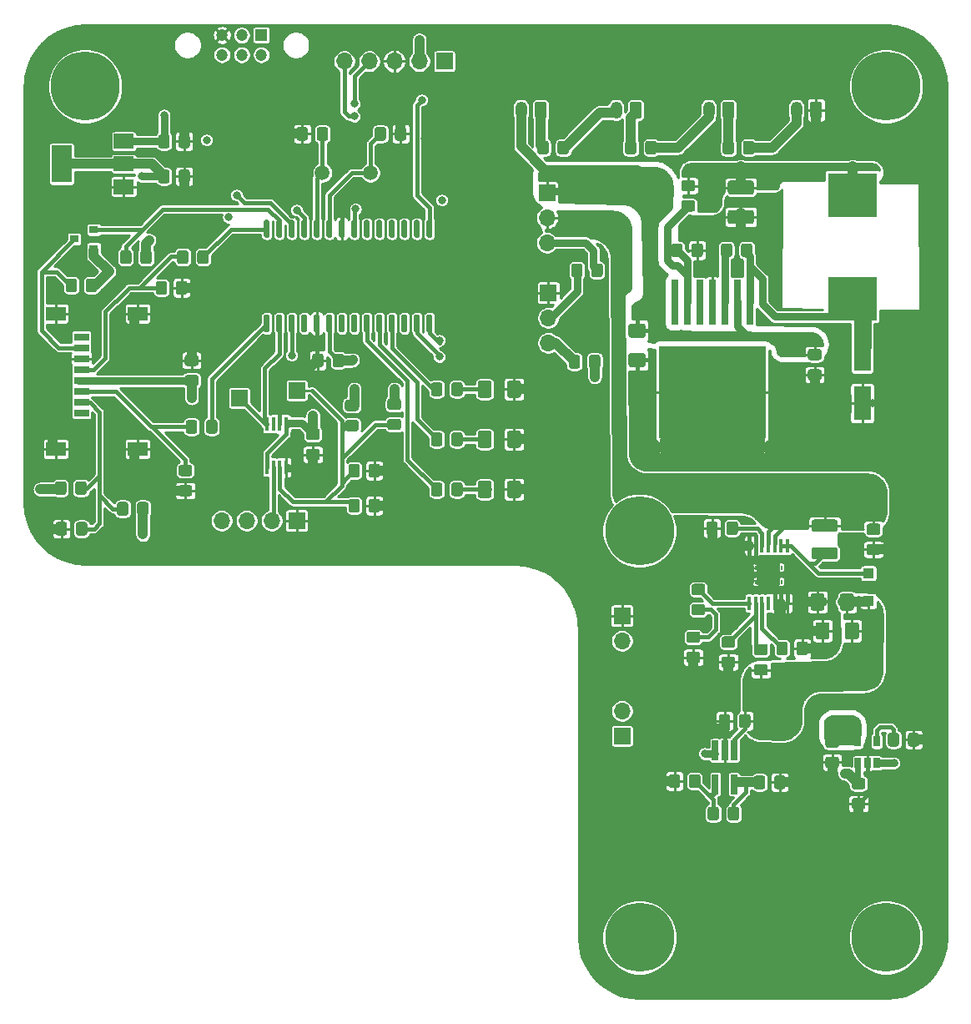
<source format=gbr>
%TF.GenerationSoftware,KiCad,Pcbnew,(5.1.9)-1*%
%TF.CreationDate,2021-07-15T19:20:44-04:00*%
%TF.ProjectId,detector_support,64657465-6374-46f7-925f-737570706f72,rev?*%
%TF.SameCoordinates,Original*%
%TF.FileFunction,Copper,L1,Top*%
%TF.FilePolarity,Positive*%
%FSLAX46Y46*%
G04 Gerber Fmt 4.6, Leading zero omitted, Abs format (unit mm)*
G04 Created by KiCad (PCBNEW (5.1.9)-1) date 2021-07-15 19:20:44*
%MOMM*%
%LPD*%
G01*
G04 APERTURE LIST*
%TA.AperFunction,EtchedComponent*%
%ADD10C,0.100000*%
%TD*%
%TA.AperFunction,ComponentPad*%
%ADD11R,1.700000X1.700000*%
%TD*%
%TA.AperFunction,SMDPad,CuDef*%
%ADD12R,2.000000X1.450000*%
%TD*%
%TA.AperFunction,SMDPad,CuDef*%
%ADD13R,1.500000X0.800000*%
%TD*%
%TA.AperFunction,ComponentPad*%
%ADD14C,7.000000*%
%TD*%
%TA.AperFunction,ComponentPad*%
%ADD15O,1.700000X1.700000*%
%TD*%
%TA.AperFunction,ComponentPad*%
%ADD16C,1.200000*%
%TD*%
%TA.AperFunction,ComponentPad*%
%ADD17R,1.200000X1.200000*%
%TD*%
%TA.AperFunction,SMDPad,CuDef*%
%ADD18R,0.650000X2.000000*%
%TD*%
%TA.AperFunction,SMDPad,CuDef*%
%ADD19R,10.800000X9.400000*%
%TD*%
%TA.AperFunction,SMDPad,CuDef*%
%ADD20R,0.800000X4.600000*%
%TD*%
%TA.AperFunction,ComponentPad*%
%ADD21C,1.500000*%
%TD*%
%TA.AperFunction,SMDPad,CuDef*%
%ADD22R,5.000000X4.500000*%
%TD*%
%TA.AperFunction,SMDPad,CuDef*%
%ADD23R,1.800000X3.500000*%
%TD*%
%TA.AperFunction,ComponentPad*%
%ADD24O,1.200000X1.750000*%
%TD*%
%TA.AperFunction,SMDPad,CuDef*%
%ADD25R,0.355600X1.473200*%
%TD*%
%TA.AperFunction,SMDPad,CuDef*%
%ADD26R,2.460000X2.310000*%
%TD*%
%TA.AperFunction,SMDPad,CuDef*%
%ADD27R,2.000000X3.800000*%
%TD*%
%TA.AperFunction,SMDPad,CuDef*%
%ADD28R,2.000000X1.500000*%
%TD*%
%TA.AperFunction,SMDPad,CuDef*%
%ADD29R,0.650000X1.060000*%
%TD*%
%TA.AperFunction,SMDPad,CuDef*%
%ADD30R,1.100000X1.100000*%
%TD*%
%TA.AperFunction,SMDPad,CuDef*%
%ADD31R,0.450000X1.450000*%
%TD*%
%TA.AperFunction,SMDPad,CuDef*%
%ADD32R,0.900000X0.800000*%
%TD*%
%TA.AperFunction,ViaPad*%
%ADD33C,0.800000*%
%TD*%
%TA.AperFunction,Conductor*%
%ADD34C,0.250000*%
%TD*%
%TA.AperFunction,Conductor*%
%ADD35C,0.420000*%
%TD*%
%TA.AperFunction,Conductor*%
%ADD36C,0.800000*%
%TD*%
%TA.AperFunction,Conductor*%
%ADD37C,1.000000*%
%TD*%
%TA.AperFunction,Conductor*%
%ADD38C,0.600000*%
%TD*%
%TA.AperFunction,Conductor*%
%ADD39C,1.800000*%
%TD*%
%TA.AperFunction,Conductor*%
%ADD40C,0.500000*%
%TD*%
%TA.AperFunction,Conductor*%
%ADD41C,0.750000*%
%TD*%
%TA.AperFunction,Conductor*%
%ADD42C,0.254000*%
%TD*%
%TA.AperFunction,Conductor*%
%ADD43C,0.100000*%
%TD*%
G04 APERTURE END LIST*
D10*
%TO.C,U6*%
G36*
X158282000Y-104690000D02*
G01*
X158182000Y-104690000D01*
X158182000Y-105040000D01*
X158282000Y-105040000D01*
X158282000Y-104690000D01*
G37*
X158282000Y-104690000D02*
X158182000Y-104690000D01*
X158182000Y-105040000D01*
X158282000Y-105040000D01*
X158282000Y-104690000D01*
G36*
X158282000Y-103590000D02*
G01*
X158182000Y-103590000D01*
X158182000Y-103240000D01*
X158282000Y-103240000D01*
X158282000Y-103590000D01*
G37*
X158282000Y-103590000D02*
X158182000Y-103590000D01*
X158182000Y-103240000D01*
X158282000Y-103240000D01*
X158282000Y-103590000D01*
G36*
X160742000Y-103590000D02*
G01*
X160842000Y-103590000D01*
X160842000Y-103240000D01*
X160742000Y-103240000D01*
X160742000Y-103590000D01*
G37*
X160742000Y-103590000D02*
X160842000Y-103590000D01*
X160842000Y-103240000D01*
X160742000Y-103240000D01*
X160742000Y-103590000D01*
G36*
X160742000Y-104690000D02*
G01*
X160842000Y-104690000D01*
X160842000Y-105040000D01*
X160742000Y-105040000D01*
X160742000Y-104690000D01*
G37*
X160742000Y-104690000D02*
X160842000Y-104690000D01*
X160842000Y-105040000D01*
X160742000Y-105040000D01*
X160742000Y-104690000D01*
%TD*%
%TO.P,U5,28*%
%TO.N,/Microcontroller [DO NOT PLACE]/ICSPDAT*%
%TA.AperFunction,SMDPad,CuDef*%
G36*
G01*
X124945000Y-77763200D02*
X125245000Y-77763200D01*
G75*
G02*
X125395000Y-77913200I0J-150000D01*
G01*
X125395000Y-79413200D01*
G75*
G02*
X125245000Y-79563200I-150000J0D01*
G01*
X124945000Y-79563200D01*
G75*
G02*
X124795000Y-79413200I0J150000D01*
G01*
X124795000Y-77913200D01*
G75*
G02*
X124945000Y-77763200I150000J0D01*
G01*
G37*
%TD.AperFunction*%
%TO.P,U5,27*%
%TO.N,/Microcontroller [DO NOT PLACE]/ICSPCLK*%
%TA.AperFunction,SMDPad,CuDef*%
G36*
G01*
X123675000Y-77763200D02*
X123975000Y-77763200D01*
G75*
G02*
X124125000Y-77913200I0J-150000D01*
G01*
X124125000Y-79413200D01*
G75*
G02*
X123975000Y-79563200I-150000J0D01*
G01*
X123675000Y-79563200D01*
G75*
G02*
X123525000Y-79413200I0J150000D01*
G01*
X123525000Y-77913200D01*
G75*
G02*
X123675000Y-77763200I150000J0D01*
G01*
G37*
%TD.AperFunction*%
%TO.P,U5,26*%
%TO.N,Net-(U5-Pad26)*%
%TA.AperFunction,SMDPad,CuDef*%
G36*
G01*
X122405000Y-77763200D02*
X122705000Y-77763200D01*
G75*
G02*
X122855000Y-77913200I0J-150000D01*
G01*
X122855000Y-79413200D01*
G75*
G02*
X122705000Y-79563200I-150000J0D01*
G01*
X122405000Y-79563200D01*
G75*
G02*
X122255000Y-79413200I0J150000D01*
G01*
X122255000Y-77913200D01*
G75*
G02*
X122405000Y-77763200I150000J0D01*
G01*
G37*
%TD.AperFunction*%
%TO.P,U5,25*%
%TO.N,Net-(R5-Pad1)*%
%TA.AperFunction,SMDPad,CuDef*%
G36*
G01*
X121135000Y-77763200D02*
X121435000Y-77763200D01*
G75*
G02*
X121585000Y-77913200I0J-150000D01*
G01*
X121585000Y-79413200D01*
G75*
G02*
X121435000Y-79563200I-150000J0D01*
G01*
X121135000Y-79563200D01*
G75*
G02*
X120985000Y-79413200I0J150000D01*
G01*
X120985000Y-77913200D01*
G75*
G02*
X121135000Y-77763200I150000J0D01*
G01*
G37*
%TD.AperFunction*%
%TO.P,U5,24*%
%TO.N,Net-(R4-Pad1)*%
%TA.AperFunction,SMDPad,CuDef*%
G36*
G01*
X119865000Y-77763200D02*
X120165000Y-77763200D01*
G75*
G02*
X120315000Y-77913200I0J-150000D01*
G01*
X120315000Y-79413200D01*
G75*
G02*
X120165000Y-79563200I-150000J0D01*
G01*
X119865000Y-79563200D01*
G75*
G02*
X119715000Y-79413200I0J150000D01*
G01*
X119715000Y-77913200D01*
G75*
G02*
X119865000Y-77763200I150000J0D01*
G01*
G37*
%TD.AperFunction*%
%TO.P,U5,23*%
%TO.N,Net-(R9-Pad1)*%
%TA.AperFunction,SMDPad,CuDef*%
G36*
G01*
X118595000Y-77763200D02*
X118895000Y-77763200D01*
G75*
G02*
X119045000Y-77913200I0J-150000D01*
G01*
X119045000Y-79413200D01*
G75*
G02*
X118895000Y-79563200I-150000J0D01*
G01*
X118595000Y-79563200D01*
G75*
G02*
X118445000Y-79413200I0J150000D01*
G01*
X118445000Y-77913200D01*
G75*
G02*
X118595000Y-77763200I150000J0D01*
G01*
G37*
%TD.AperFunction*%
%TO.P,U5,22*%
%TO.N,Net-(U5-Pad22)*%
%TA.AperFunction,SMDPad,CuDef*%
G36*
G01*
X117325000Y-77763200D02*
X117625000Y-77763200D01*
G75*
G02*
X117775000Y-77913200I0J-150000D01*
G01*
X117775000Y-79413200D01*
G75*
G02*
X117625000Y-79563200I-150000J0D01*
G01*
X117325000Y-79563200D01*
G75*
G02*
X117175000Y-79413200I0J150000D01*
G01*
X117175000Y-77913200D01*
G75*
G02*
X117325000Y-77763200I150000J0D01*
G01*
G37*
%TD.AperFunction*%
%TO.P,U5,21*%
%TO.N,Net-(U5-Pad21)*%
%TA.AperFunction,SMDPad,CuDef*%
G36*
G01*
X116055000Y-77763200D02*
X116355000Y-77763200D01*
G75*
G02*
X116505000Y-77913200I0J-150000D01*
G01*
X116505000Y-79413200D01*
G75*
G02*
X116355000Y-79563200I-150000J0D01*
G01*
X116055000Y-79563200D01*
G75*
G02*
X115905000Y-79413200I0J150000D01*
G01*
X115905000Y-77913200D01*
G75*
G02*
X116055000Y-77763200I150000J0D01*
G01*
G37*
%TD.AperFunction*%
%TO.P,U5,20*%
%TO.N,+5V*%
%TA.AperFunction,SMDPad,CuDef*%
G36*
G01*
X114785000Y-77763200D02*
X115085000Y-77763200D01*
G75*
G02*
X115235000Y-77913200I0J-150000D01*
G01*
X115235000Y-79413200D01*
G75*
G02*
X115085000Y-79563200I-150000J0D01*
G01*
X114785000Y-79563200D01*
G75*
G02*
X114635000Y-79413200I0J150000D01*
G01*
X114635000Y-77913200D01*
G75*
G02*
X114785000Y-77763200I150000J0D01*
G01*
G37*
%TD.AperFunction*%
%TO.P,U5,19*%
%TO.N,GND*%
%TA.AperFunction,SMDPad,CuDef*%
G36*
G01*
X113515000Y-77763200D02*
X113815000Y-77763200D01*
G75*
G02*
X113965000Y-77913200I0J-150000D01*
G01*
X113965000Y-79413200D01*
G75*
G02*
X113815000Y-79563200I-150000J0D01*
G01*
X113515000Y-79563200D01*
G75*
G02*
X113365000Y-79413200I0J150000D01*
G01*
X113365000Y-77913200D01*
G75*
G02*
X113515000Y-77763200I150000J0D01*
G01*
G37*
%TD.AperFunction*%
%TO.P,U5,18*%
%TO.N,Net-(U5-Pad18)*%
%TA.AperFunction,SMDPad,CuDef*%
G36*
G01*
X112245000Y-77763200D02*
X112545000Y-77763200D01*
G75*
G02*
X112695000Y-77913200I0J-150000D01*
G01*
X112695000Y-79413200D01*
G75*
G02*
X112545000Y-79563200I-150000J0D01*
G01*
X112245000Y-79563200D01*
G75*
G02*
X112095000Y-79413200I0J150000D01*
G01*
X112095000Y-77913200D01*
G75*
G02*
X112245000Y-77763200I150000J0D01*
G01*
G37*
%TD.AperFunction*%
%TO.P,U5,17*%
%TO.N,/DET_ADC*%
%TA.AperFunction,SMDPad,CuDef*%
G36*
G01*
X110975000Y-77763200D02*
X111275000Y-77763200D01*
G75*
G02*
X111425000Y-77913200I0J-150000D01*
G01*
X111425000Y-79413200D01*
G75*
G02*
X111275000Y-79563200I-150000J0D01*
G01*
X110975000Y-79563200D01*
G75*
G02*
X110825000Y-79413200I0J150000D01*
G01*
X110825000Y-77913200D01*
G75*
G02*
X110975000Y-77763200I150000J0D01*
G01*
G37*
%TD.AperFunction*%
%TO.P,U5,16*%
%TO.N,/INTERUPT_OUT*%
%TA.AperFunction,SMDPad,CuDef*%
G36*
G01*
X109705000Y-77763200D02*
X110005000Y-77763200D01*
G75*
G02*
X110155000Y-77913200I0J-150000D01*
G01*
X110155000Y-79413200D01*
G75*
G02*
X110005000Y-79563200I-150000J0D01*
G01*
X109705000Y-79563200D01*
G75*
G02*
X109555000Y-79413200I0J150000D01*
G01*
X109555000Y-77913200D01*
G75*
G02*
X109705000Y-77763200I150000J0D01*
G01*
G37*
%TD.AperFunction*%
%TO.P,U5,15*%
%TO.N,/Microcontroller [DO NOT PLACE]/MISO*%
%TA.AperFunction,SMDPad,CuDef*%
G36*
G01*
X108435000Y-77763200D02*
X108735000Y-77763200D01*
G75*
G02*
X108885000Y-77913200I0J-150000D01*
G01*
X108885000Y-79413200D01*
G75*
G02*
X108735000Y-79563200I-150000J0D01*
G01*
X108435000Y-79563200D01*
G75*
G02*
X108285000Y-79413200I0J150000D01*
G01*
X108285000Y-77913200D01*
G75*
G02*
X108435000Y-77763200I150000J0D01*
G01*
G37*
%TD.AperFunction*%
%TO.P,U5,14*%
%TO.N,/Microcontroller [DO NOT PLACE]/SCK*%
%TA.AperFunction,SMDPad,CuDef*%
G36*
G01*
X108435000Y-68163200D02*
X108735000Y-68163200D01*
G75*
G02*
X108885000Y-68313200I0J-150000D01*
G01*
X108885000Y-69813200D01*
G75*
G02*
X108735000Y-69963200I-150000J0D01*
G01*
X108435000Y-69963200D01*
G75*
G02*
X108285000Y-69813200I0J150000D01*
G01*
X108285000Y-68313200D01*
G75*
G02*
X108435000Y-68163200I150000J0D01*
G01*
G37*
%TD.AperFunction*%
%TO.P,U5,13*%
%TO.N,/Microcontroller [DO NOT PLACE]/MISO*%
%TA.AperFunction,SMDPad,CuDef*%
G36*
G01*
X109705000Y-68163200D02*
X110005000Y-68163200D01*
G75*
G02*
X110155000Y-68313200I0J-150000D01*
G01*
X110155000Y-69813200D01*
G75*
G02*
X110005000Y-69963200I-150000J0D01*
G01*
X109705000Y-69963200D01*
G75*
G02*
X109555000Y-69813200I0J150000D01*
G01*
X109555000Y-68313200D01*
G75*
G02*
X109705000Y-68163200I150000J0D01*
G01*
G37*
%TD.AperFunction*%
%TO.P,U5,12*%
%TO.N,/Microcontroller [DO NOT PLACE]/PIC_RX*%
%TA.AperFunction,SMDPad,CuDef*%
G36*
G01*
X110975000Y-68163200D02*
X111275000Y-68163200D01*
G75*
G02*
X111425000Y-68313200I0J-150000D01*
G01*
X111425000Y-69813200D01*
G75*
G02*
X111275000Y-69963200I-150000J0D01*
G01*
X110975000Y-69963200D01*
G75*
G02*
X110825000Y-69813200I0J150000D01*
G01*
X110825000Y-68313200D01*
G75*
G02*
X110975000Y-68163200I150000J0D01*
G01*
G37*
%TD.AperFunction*%
%TO.P,U5,11*%
%TO.N,/Microcontroller [DO NOT PLACE]/PIC_TX*%
%TA.AperFunction,SMDPad,CuDef*%
G36*
G01*
X112245000Y-68163200D02*
X112545000Y-68163200D01*
G75*
G02*
X112695000Y-68313200I0J-150000D01*
G01*
X112695000Y-69813200D01*
G75*
G02*
X112545000Y-69963200I-150000J0D01*
G01*
X112245000Y-69963200D01*
G75*
G02*
X112095000Y-69813200I0J150000D01*
G01*
X112095000Y-68313200D01*
G75*
G02*
X112245000Y-68163200I150000J0D01*
G01*
G37*
%TD.AperFunction*%
%TO.P,U5,10*%
%TO.N,/Microcontroller [DO NOT PLACE]/OSC2*%
%TA.AperFunction,SMDPad,CuDef*%
G36*
G01*
X113515000Y-68163200D02*
X113815000Y-68163200D01*
G75*
G02*
X113965000Y-68313200I0J-150000D01*
G01*
X113965000Y-69813200D01*
G75*
G02*
X113815000Y-69963200I-150000J0D01*
G01*
X113515000Y-69963200D01*
G75*
G02*
X113365000Y-69813200I0J150000D01*
G01*
X113365000Y-68313200D01*
G75*
G02*
X113515000Y-68163200I150000J0D01*
G01*
G37*
%TD.AperFunction*%
%TO.P,U5,9*%
%TO.N,/Microcontroller [DO NOT PLACE]/OSC1*%
%TA.AperFunction,SMDPad,CuDef*%
G36*
G01*
X114785000Y-68163200D02*
X115085000Y-68163200D01*
G75*
G02*
X115235000Y-68313200I0J-150000D01*
G01*
X115235000Y-69813200D01*
G75*
G02*
X115085000Y-69963200I-150000J0D01*
G01*
X114785000Y-69963200D01*
G75*
G02*
X114635000Y-69813200I0J150000D01*
G01*
X114635000Y-68313200D01*
G75*
G02*
X114785000Y-68163200I150000J0D01*
G01*
G37*
%TD.AperFunction*%
%TO.P,U5,8*%
%TO.N,GND*%
%TA.AperFunction,SMDPad,CuDef*%
G36*
G01*
X116055000Y-68163200D02*
X116355000Y-68163200D01*
G75*
G02*
X116505000Y-68313200I0J-150000D01*
G01*
X116505000Y-69813200D01*
G75*
G02*
X116355000Y-69963200I-150000J0D01*
G01*
X116055000Y-69963200D01*
G75*
G02*
X115905000Y-69813200I0J150000D01*
G01*
X115905000Y-68313200D01*
G75*
G02*
X116055000Y-68163200I150000J0D01*
G01*
G37*
%TD.AperFunction*%
%TO.P,U5,7*%
%TO.N,/Microcontroller [DO NOT PLACE]/CS*%
%TA.AperFunction,SMDPad,CuDef*%
G36*
G01*
X117325000Y-68163200D02*
X117625000Y-68163200D01*
G75*
G02*
X117775000Y-68313200I0J-150000D01*
G01*
X117775000Y-69813200D01*
G75*
G02*
X117625000Y-69963200I-150000J0D01*
G01*
X117325000Y-69963200D01*
G75*
G02*
X117175000Y-69813200I0J150000D01*
G01*
X117175000Y-68313200D01*
G75*
G02*
X117325000Y-68163200I150000J0D01*
G01*
G37*
%TD.AperFunction*%
%TO.P,U5,6*%
%TO.N,Net-(U5-Pad6)*%
%TA.AperFunction,SMDPad,CuDef*%
G36*
G01*
X118595000Y-68163200D02*
X118895000Y-68163200D01*
G75*
G02*
X119045000Y-68313200I0J-150000D01*
G01*
X119045000Y-69813200D01*
G75*
G02*
X118895000Y-69963200I-150000J0D01*
G01*
X118595000Y-69963200D01*
G75*
G02*
X118445000Y-69813200I0J150000D01*
G01*
X118445000Y-68313200D01*
G75*
G02*
X118595000Y-68163200I150000J0D01*
G01*
G37*
%TD.AperFunction*%
%TO.P,U5,5*%
%TO.N,Net-(U5-Pad5)*%
%TA.AperFunction,SMDPad,CuDef*%
G36*
G01*
X119865000Y-68163200D02*
X120165000Y-68163200D01*
G75*
G02*
X120315000Y-68313200I0J-150000D01*
G01*
X120315000Y-69813200D01*
G75*
G02*
X120165000Y-69963200I-150000J0D01*
G01*
X119865000Y-69963200D01*
G75*
G02*
X119715000Y-69813200I0J150000D01*
G01*
X119715000Y-68313200D01*
G75*
G02*
X119865000Y-68163200I150000J0D01*
G01*
G37*
%TD.AperFunction*%
%TO.P,U5,4*%
%TO.N,Net-(U5-Pad4)*%
%TA.AperFunction,SMDPad,CuDef*%
G36*
G01*
X121135000Y-68163200D02*
X121435000Y-68163200D01*
G75*
G02*
X121585000Y-68313200I0J-150000D01*
G01*
X121585000Y-69813200D01*
G75*
G02*
X121435000Y-69963200I-150000J0D01*
G01*
X121135000Y-69963200D01*
G75*
G02*
X120985000Y-69813200I0J150000D01*
G01*
X120985000Y-68313200D01*
G75*
G02*
X121135000Y-68163200I150000J0D01*
G01*
G37*
%TD.AperFunction*%
%TO.P,U5,3*%
%TO.N,Net-(U5-Pad3)*%
%TA.AperFunction,SMDPad,CuDef*%
G36*
G01*
X122405000Y-68163200D02*
X122705000Y-68163200D01*
G75*
G02*
X122855000Y-68313200I0J-150000D01*
G01*
X122855000Y-69813200D01*
G75*
G02*
X122705000Y-69963200I-150000J0D01*
G01*
X122405000Y-69963200D01*
G75*
G02*
X122255000Y-69813200I0J150000D01*
G01*
X122255000Y-68313200D01*
G75*
G02*
X122405000Y-68163200I150000J0D01*
G01*
G37*
%TD.AperFunction*%
%TO.P,U5,2*%
%TO.N,Net-(U5-Pad2)*%
%TA.AperFunction,SMDPad,CuDef*%
G36*
G01*
X123675000Y-68163200D02*
X123975000Y-68163200D01*
G75*
G02*
X124125000Y-68313200I0J-150000D01*
G01*
X124125000Y-69813200D01*
G75*
G02*
X123975000Y-69963200I-150000J0D01*
G01*
X123675000Y-69963200D01*
G75*
G02*
X123525000Y-69813200I0J150000D01*
G01*
X123525000Y-68313200D01*
G75*
G02*
X123675000Y-68163200I150000J0D01*
G01*
G37*
%TD.AperFunction*%
%TO.P,U5,1*%
%TO.N,Net-(R6-Pad1)*%
%TA.AperFunction,SMDPad,CuDef*%
G36*
G01*
X124945000Y-68163200D02*
X125245000Y-68163200D01*
G75*
G02*
X125395000Y-68313200I0J-150000D01*
G01*
X125395000Y-69813200D01*
G75*
G02*
X125245000Y-69963200I-150000J0D01*
G01*
X124945000Y-69963200D01*
G75*
G02*
X124795000Y-69813200I0J150000D01*
G01*
X124795000Y-68313200D01*
G75*
G02*
X124945000Y-68163200I150000J0D01*
G01*
G37*
%TD.AperFunction*%
%TD*%
D11*
%TO.P,TP2,1*%
%TO.N,/INTERUPT_OUT*%
X105791000Y-86233000D03*
%TD*%
D12*
%TO.P,J8,9*%
%TO.N,GND*%
X87185500Y-77660500D03*
X87185500Y-91410500D03*
X95485500Y-91410500D03*
X95485500Y-77660500D03*
D13*
%TO.P,J8,8*%
%TO.N,Net-(J8-Pad8)*%
X89785500Y-80040500D03*
%TO.P,J8,7*%
%TO.N,Net-(J8-Pad7)*%
X89785500Y-81140500D03*
%TO.P,J8,6*%
%TO.N,GND*%
X89785500Y-82240500D03*
%TO.P,J8,5*%
%TO.N,Net-(J8-Pad5)*%
X89795500Y-83340500D03*
%TO.P,J8,4*%
%TO.N,+3V3*%
X89785500Y-84440500D03*
%TO.P,J8,3*%
%TO.N,Net-(J8-Pad3)*%
X89785500Y-85530500D03*
%TO.P,J8,2*%
%TO.N,Net-(J8-Pad2)*%
X89785500Y-86640500D03*
%TO.P,J8,1*%
%TO.N,Net-(J8-Pad1)*%
X89785500Y-87740500D03*
%TD*%
D14*
%TO.P,REF\u002A\u002A,1*%
%TO.N,N/C*%
X146431000Y-140970000D03*
%TD*%
D15*
%TO.P,J11,4*%
%TO.N,/SIPM_OUT_DET*%
X104013000Y-98679000D03*
%TO.P,J11,3*%
%TO.N,/DET_ADC*%
X106553000Y-98679000D03*
%TO.P,J11,2*%
%TO.N,/AMP_OUT*%
X109093000Y-98679000D03*
D11*
%TO.P,J11,1*%
%TO.N,GND*%
X111633000Y-98679000D03*
%TD*%
D15*
%TO.P,J2,2*%
%TO.N,+4.7V*%
X144653000Y-110871000D03*
D11*
%TO.P,J2,1*%
%TO.N,GND*%
X144653000Y-108331000D03*
%TD*%
%TO.P,C1,2*%
%TO.N,GND*%
%TA.AperFunction,SMDPad,CuDef*%
G36*
G01*
X155633000Y-118548999D02*
X155633000Y-119449001D01*
G75*
G02*
X155383001Y-119699000I-249999J0D01*
G01*
X154732999Y-119699000D01*
G75*
G02*
X154483000Y-119449001I0J249999D01*
G01*
X154483000Y-118548999D01*
G75*
G02*
X154732999Y-118299000I249999J0D01*
G01*
X155383001Y-118299000D01*
G75*
G02*
X155633000Y-118548999I0J-249999D01*
G01*
G37*
%TD.AperFunction*%
%TO.P,C1,1*%
%TO.N,+37V*%
%TA.AperFunction,SMDPad,CuDef*%
G36*
G01*
X157683000Y-118548999D02*
X157683000Y-119449001D01*
G75*
G02*
X157433001Y-119699000I-249999J0D01*
G01*
X156782999Y-119699000D01*
G75*
G02*
X156533000Y-119449001I0J249999D01*
G01*
X156533000Y-118548999D01*
G75*
G02*
X156782999Y-118299000I249999J0D01*
G01*
X157433001Y-118299000D01*
G75*
G02*
X157683000Y-118548999I0J-249999D01*
G01*
G37*
%TD.AperFunction*%
%TD*%
%TO.P,C26,2*%
%TO.N,GND*%
%TA.AperFunction,SMDPad,CuDef*%
G36*
G01*
X155643000Y-67159500D02*
X157793000Y-67159500D01*
G75*
G02*
X158043000Y-67409500I0J-250000D01*
G01*
X158043000Y-68334500D01*
G75*
G02*
X157793000Y-68584500I-250000J0D01*
G01*
X155643000Y-68584500D01*
G75*
G02*
X155393000Y-68334500I0J250000D01*
G01*
X155393000Y-67409500D01*
G75*
G02*
X155643000Y-67159500I250000J0D01*
G01*
G37*
%TD.AperFunction*%
%TO.P,C26,1*%
%TO.N,+5V*%
%TA.AperFunction,SMDPad,CuDef*%
G36*
G01*
X155643000Y-64184500D02*
X157793000Y-64184500D01*
G75*
G02*
X158043000Y-64434500I0J-250000D01*
G01*
X158043000Y-65359500D01*
G75*
G02*
X157793000Y-65609500I-250000J0D01*
G01*
X155643000Y-65609500D01*
G75*
G02*
X155393000Y-65359500I0J250000D01*
G01*
X155393000Y-64434500D01*
G75*
G02*
X155643000Y-64184500I250000J0D01*
G01*
G37*
%TD.AperFunction*%
%TD*%
%TO.P,C22,2*%
%TO.N,GND*%
%TA.AperFunction,SMDPad,CuDef*%
G36*
G01*
X145552000Y-81674000D02*
X146802000Y-81674000D01*
G75*
G02*
X147052000Y-81924000I0J-250000D01*
G01*
X147052000Y-82849000D01*
G75*
G02*
X146802000Y-83099000I-250000J0D01*
G01*
X145552000Y-83099000D01*
G75*
G02*
X145302000Y-82849000I0J250000D01*
G01*
X145302000Y-81924000D01*
G75*
G02*
X145552000Y-81674000I250000J0D01*
G01*
G37*
%TD.AperFunction*%
%TO.P,C22,1*%
%TO.N,+BATT*%
%TA.AperFunction,SMDPad,CuDef*%
G36*
G01*
X145552000Y-78699000D02*
X146802000Y-78699000D01*
G75*
G02*
X147052000Y-78949000I0J-250000D01*
G01*
X147052000Y-79874000D01*
G75*
G02*
X146802000Y-80124000I-250000J0D01*
G01*
X145552000Y-80124000D01*
G75*
G02*
X145302000Y-79874000I0J250000D01*
G01*
X145302000Y-78949000D01*
G75*
G02*
X145552000Y-78699000I250000J0D01*
G01*
G37*
%TD.AperFunction*%
%TD*%
%TO.P,C16,2*%
%TO.N,GND*%
%TA.AperFunction,SMDPad,CuDef*%
G36*
G01*
X165722000Y-109230000D02*
X165722000Y-110480000D01*
G75*
G02*
X165472000Y-110730000I-250000J0D01*
G01*
X164547000Y-110730000D01*
G75*
G02*
X164297000Y-110480000I0J250000D01*
G01*
X164297000Y-109230000D01*
G75*
G02*
X164547000Y-108980000I250000J0D01*
G01*
X165472000Y-108980000D01*
G75*
G02*
X165722000Y-109230000I0J-250000D01*
G01*
G37*
%TD.AperFunction*%
%TO.P,C16,1*%
%TO.N,+37V*%
%TA.AperFunction,SMDPad,CuDef*%
G36*
G01*
X168697000Y-109230000D02*
X168697000Y-110480000D01*
G75*
G02*
X168447000Y-110730000I-250000J0D01*
G01*
X167522000Y-110730000D01*
G75*
G02*
X167272000Y-110480000I0J250000D01*
G01*
X167272000Y-109230000D01*
G75*
G02*
X167522000Y-108980000I250000J0D01*
G01*
X168447000Y-108980000D01*
G75*
G02*
X168697000Y-109230000I0J-250000D01*
G01*
G37*
%TD.AperFunction*%
%TD*%
%TO.P,C15,2*%
%TO.N,GND*%
%TA.AperFunction,SMDPad,CuDef*%
G36*
G01*
X165214000Y-106309000D02*
X165214000Y-107559000D01*
G75*
G02*
X164964000Y-107809000I-250000J0D01*
G01*
X164039000Y-107809000D01*
G75*
G02*
X163789000Y-107559000I0J250000D01*
G01*
X163789000Y-106309000D01*
G75*
G02*
X164039000Y-106059000I250000J0D01*
G01*
X164964000Y-106059000D01*
G75*
G02*
X165214000Y-106309000I0J-250000D01*
G01*
G37*
%TD.AperFunction*%
%TO.P,C15,1*%
%TO.N,+37V*%
%TA.AperFunction,SMDPad,CuDef*%
G36*
G01*
X168189000Y-106309000D02*
X168189000Y-107559000D01*
G75*
G02*
X167939000Y-107809000I-250000J0D01*
G01*
X167014000Y-107809000D01*
G75*
G02*
X166764000Y-107559000I0J250000D01*
G01*
X166764000Y-106309000D01*
G75*
G02*
X167014000Y-106059000I250000J0D01*
G01*
X167939000Y-106059000D01*
G75*
G02*
X168189000Y-106309000I0J-250000D01*
G01*
G37*
%TD.AperFunction*%
%TD*%
D14*
%TO.P,REF\u002A\u002A,1*%
%TO.N,N/C*%
X90170000Y-54610000D03*
%TD*%
%TO.P,REF\u002A\u002A,1*%
%TO.N,N/C*%
X171450000Y-54610000D03*
%TD*%
%TO.P,REF\u002A\u002A,1*%
%TO.N,N/C*%
X171450000Y-140970000D03*
%TD*%
%TO.P,REF\u002A\u002A,1*%
%TO.N,N/C*%
X146431000Y-99695000D03*
%TD*%
D16*
%TO.P,J10,4*%
%TO.N,/Microcontroller [DO NOT PLACE]/CANH*%
X108045000Y-51419000D03*
%TO.P,J10,5*%
%TO.N,/Microcontroller [DO NOT PLACE]/CANL*%
X106045000Y-51419000D03*
%TO.P,J10,6*%
%TO.N,Net-(J10-Pad6)*%
X104045000Y-51419000D03*
%TO.P,J10,3*%
%TO.N,GND*%
X104045000Y-49419000D03*
D17*
%TO.P,J10,1*%
%TO.N,Net-(J10-Pad1)*%
X108045000Y-49419000D03*
D16*
%TO.P,J10,2*%
%TO.N,Net-(J10-Pad2)*%
X106045000Y-49419000D03*
%TD*%
D18*
%TO.P,U3,5*%
%TO.N,+36V*%
X156017000Y-125408000D03*
%TO.P,U3,4*%
%TO.N,Net-(R7-Pad2)*%
X154117000Y-125408000D03*
%TO.P,U3,3*%
%TO.N,+5V*%
X154117000Y-121988000D03*
%TO.P,U3,2*%
%TO.N,GND*%
X155067000Y-121988000D03*
%TO.P,U3,1*%
%TO.N,+37V*%
X156017000Y-121988000D03*
%TD*%
D19*
%TO.P,U1,4*%
%TO.N,GND*%
X153797000Y-85661500D03*
D20*
%TO.P,U1,7*%
%TO.N,Net-(U1-Pad7)*%
X149987000Y-76511500D03*
%TO.P,U1,6*%
%TO.N,Net-(R2-Pad2)*%
X151257000Y-76511500D03*
%TO.P,U1,5*%
%TO.N,Net-(U1-Pad5)*%
X152527000Y-76511500D03*
%TO.P,U1,4*%
%TO.N,GND*%
X153797000Y-76511500D03*
%TO.P,U1,3*%
%TO.N,Net-(C25-Pad2)*%
X155067000Y-76511500D03*
%TO.P,U1,2*%
%TO.N,+BATT*%
X156337000Y-76511500D03*
%TO.P,U1,1*%
%TO.N,Net-(C25-Pad1)*%
X157607000Y-76511500D03*
%TD*%
D21*
%TO.P,Y1,2*%
%TO.N,/Microcontroller [DO NOT PLACE]/OSC2*%
X114246000Y-63373000D03*
%TO.P,Y1,1*%
%TO.N,/Microcontroller [DO NOT PLACE]/OSC1*%
X119126000Y-63373000D03*
%TD*%
D11*
%TO.P,J1,1*%
%TO.N,/Microcontroller [DO NOT PLACE]/MCLR*%
X126619000Y-52070000D03*
D15*
%TO.P,J1,2*%
%TO.N,+5V*%
X124079000Y-52070000D03*
%TO.P,J1,3*%
%TO.N,GND*%
X121539000Y-52070000D03*
%TO.P,J1,4*%
%TO.N,/Microcontroller [DO NOT PLACE]/ICSPDAT*%
X118999000Y-52070000D03*
%TO.P,J1,5*%
%TO.N,/Microcontroller [DO NOT PLACE]/ICSPCLK*%
X116459000Y-52070000D03*
%TD*%
%TO.P,C4,2*%
%TO.N,GND*%
%TA.AperFunction,SMDPad,CuDef*%
G36*
G01*
X173678000Y-121354001D02*
X173678000Y-120453999D01*
G75*
G02*
X173927999Y-120204000I249999J0D01*
G01*
X174578001Y-120204000D01*
G75*
G02*
X174828000Y-120453999I0J-249999D01*
G01*
X174828000Y-121354001D01*
G75*
G02*
X174578001Y-121604000I-249999J0D01*
G01*
X173927999Y-121604000D01*
G75*
G02*
X173678000Y-121354001I0J249999D01*
G01*
G37*
%TD.AperFunction*%
%TO.P,C4,1*%
%TO.N,Net-(C4-Pad1)*%
%TA.AperFunction,SMDPad,CuDef*%
G36*
G01*
X171628000Y-121354001D02*
X171628000Y-120453999D01*
G75*
G02*
X171877999Y-120204000I249999J0D01*
G01*
X172528001Y-120204000D01*
G75*
G02*
X172778000Y-120453999I0J-249999D01*
G01*
X172778000Y-121354001D01*
G75*
G02*
X172528001Y-121604000I-249999J0D01*
G01*
X171877999Y-121604000D01*
G75*
G02*
X171628000Y-121354001I0J249999D01*
G01*
G37*
%TD.AperFunction*%
%TD*%
%TO.P,R19,2*%
%TO.N,/Microcontroller [DO NOT PLACE]/MISO*%
%TA.AperFunction,SMDPad,CuDef*%
G36*
G01*
X102431000Y-89604001D02*
X102431000Y-88703999D01*
G75*
G02*
X102680999Y-88454000I249999J0D01*
G01*
X103331001Y-88454000D01*
G75*
G02*
X103581000Y-88703999I0J-249999D01*
G01*
X103581000Y-89604001D01*
G75*
G02*
X103331001Y-89854000I-249999J0D01*
G01*
X102680999Y-89854000D01*
G75*
G02*
X102431000Y-89604001I0J249999D01*
G01*
G37*
%TD.AperFunction*%
%TO.P,R19,1*%
%TO.N,Net-(J8-Pad3)*%
%TA.AperFunction,SMDPad,CuDef*%
G36*
G01*
X100381000Y-89604001D02*
X100381000Y-88703999D01*
G75*
G02*
X100630999Y-88454000I249999J0D01*
G01*
X101281001Y-88454000D01*
G75*
G02*
X101531000Y-88703999I0J-249999D01*
G01*
X101531000Y-89604001D01*
G75*
G02*
X101281001Y-89854000I-249999J0D01*
G01*
X100630999Y-89854000D01*
G75*
G02*
X100381000Y-89604001I0J249999D01*
G01*
G37*
%TD.AperFunction*%
%TD*%
D22*
%TO.P,L2,2*%
%TO.N,+5V*%
X168021000Y-65636500D03*
%TO.P,L2,1*%
%TO.N,Net-(C25-Pad1)*%
X168021000Y-76136500D03*
%TD*%
%TO.P,R2,2*%
%TO.N,Net-(R2-Pad2)*%
%TA.AperFunction,SMDPad,CuDef*%
G36*
G01*
X150933999Y-66172500D02*
X151834001Y-66172500D01*
G75*
G02*
X152084000Y-66422499I0J-249999D01*
G01*
X152084000Y-67072501D01*
G75*
G02*
X151834001Y-67322500I-249999J0D01*
G01*
X150933999Y-67322500D01*
G75*
G02*
X150684000Y-67072501I0J249999D01*
G01*
X150684000Y-66422499D01*
G75*
G02*
X150933999Y-66172500I249999J0D01*
G01*
G37*
%TD.AperFunction*%
%TO.P,R2,1*%
%TO.N,+5V*%
%TA.AperFunction,SMDPad,CuDef*%
G36*
G01*
X150933999Y-64122500D02*
X151834001Y-64122500D01*
G75*
G02*
X152084000Y-64372499I0J-249999D01*
G01*
X152084000Y-65022501D01*
G75*
G02*
X151834001Y-65272500I-249999J0D01*
G01*
X150933999Y-65272500D01*
G75*
G02*
X150684000Y-65022501I0J249999D01*
G01*
X150684000Y-64372499D01*
G75*
G02*
X150933999Y-64122500I249999J0D01*
G01*
G37*
%TD.AperFunction*%
%TD*%
D23*
%TO.P,D7,2*%
%TO.N,GND*%
X169037000Y-86764500D03*
%TO.P,D7,1*%
%TO.N,Net-(C25-Pad1)*%
X169037000Y-81764500D03*
%TD*%
D24*
%TO.P,J6,2*%
%TO.N,Net-(F6-Pad2)*%
X162338000Y-57023000D03*
%TO.P,J6,1*%
%TO.N,GND*%
%TA.AperFunction,ComponentPad*%
G36*
G01*
X164938000Y-56397999D02*
X164938000Y-57648001D01*
G75*
G02*
X164688001Y-57898000I-249999J0D01*
G01*
X163987999Y-57898000D01*
G75*
G02*
X163738000Y-57648001I0J249999D01*
G01*
X163738000Y-56397999D01*
G75*
G02*
X163987999Y-56148000I249999J0D01*
G01*
X164688001Y-56148000D01*
G75*
G02*
X164938000Y-56397999I0J-249999D01*
G01*
G37*
%TD.AperFunction*%
%TD*%
%TO.P,J5,2*%
%TO.N,Net-(F5-Pad2)*%
X153448000Y-57023000D03*
%TO.P,J5,1*%
%TO.N,Net-(F6-Pad1)*%
%TA.AperFunction,ComponentPad*%
G36*
G01*
X156048000Y-56397999D02*
X156048000Y-57648001D01*
G75*
G02*
X155798001Y-57898000I-249999J0D01*
G01*
X155097999Y-57898000D01*
G75*
G02*
X154848000Y-57648001I0J249999D01*
G01*
X154848000Y-56397999D01*
G75*
G02*
X155097999Y-56148000I249999J0D01*
G01*
X155798001Y-56148000D01*
G75*
G02*
X156048000Y-56397999I0J-249999D01*
G01*
G37*
%TD.AperFunction*%
%TD*%
%TO.P,J4,2*%
%TO.N,Net-(F4-Pad2)*%
X144050000Y-57023000D03*
%TO.P,J4,1*%
%TO.N,Net-(F5-Pad1)*%
%TA.AperFunction,ComponentPad*%
G36*
G01*
X146650000Y-56397999D02*
X146650000Y-57648001D01*
G75*
G02*
X146400001Y-57898000I-249999J0D01*
G01*
X145699999Y-57898000D01*
G75*
G02*
X145450000Y-57648001I0J249999D01*
G01*
X145450000Y-56397999D01*
G75*
G02*
X145699999Y-56148000I249999J0D01*
G01*
X146400001Y-56148000D01*
G75*
G02*
X146650000Y-56397999I0J-249999D01*
G01*
G37*
%TD.AperFunction*%
%TD*%
%TO.P,J3,2*%
%TO.N,+BATT*%
X134398000Y-57023000D03*
%TO.P,J3,1*%
%TO.N,Net-(F4-Pad1)*%
%TA.AperFunction,ComponentPad*%
G36*
G01*
X136998000Y-56397999D02*
X136998000Y-57648001D01*
G75*
G02*
X136748001Y-57898000I-249999J0D01*
G01*
X136047999Y-57898000D01*
G75*
G02*
X135798000Y-57648001I0J249999D01*
G01*
X135798000Y-56397999D01*
G75*
G02*
X136047999Y-56148000I249999J0D01*
G01*
X136748001Y-56148000D01*
G75*
G02*
X136998000Y-56397999I0J-249999D01*
G01*
G37*
%TD.AperFunction*%
%TD*%
D25*
%TO.P,U6,1*%
%TO.N,Net-(D1-Pad2)*%
X161462034Y-101219000D03*
%TO.P,U6,2*%
X160812023Y-101219000D03*
%TO.P,U6,3*%
%TO.N,Net-(C7-Pad1)*%
X160162011Y-101219000D03*
%TO.P,U6,4*%
X159512000Y-101219000D03*
%TO.P,U6,5*%
%TO.N,Net-(C8-Pad1)*%
X158861989Y-101219000D03*
%TO.P,U6,6*%
%TO.N,GND*%
X158211977Y-101219000D03*
%TO.P,U6,7*%
X157561966Y-101219000D03*
%TO.P,U6,8*%
%TO.N,Net-(R13-Pad2)*%
X157561966Y-107061000D03*
%TO.P,U6,9*%
%TO.N,Net-(R14-Pad2)*%
X158211977Y-107061000D03*
%TO.P,U6,10*%
%TO.N,Net-(R11-Pad1)*%
X158861989Y-107061000D03*
%TO.P,U6,11*%
%TO.N,Net-(U6-Pad11)*%
X159512000Y-107061000D03*
%TO.P,U6,12*%
%TO.N,GND*%
X160162011Y-107061000D03*
%TO.P,U6,13*%
X160812023Y-107061000D03*
%TO.P,U6,14*%
X161462034Y-107061000D03*
D26*
%TO.P,U6,15*%
X159512000Y-104140000D03*
%TD*%
%TO.P,R41,2*%
%TO.N,GND*%
%TA.AperFunction,SMDPad,CuDef*%
G36*
G01*
X151707000Y-71697001D02*
X151707000Y-70796999D01*
G75*
G02*
X151956999Y-70547000I249999J0D01*
G01*
X152607001Y-70547000D01*
G75*
G02*
X152857000Y-70796999I0J-249999D01*
G01*
X152857000Y-71697001D01*
G75*
G02*
X152607001Y-71947000I-249999J0D01*
G01*
X151956999Y-71947000D01*
G75*
G02*
X151707000Y-71697001I0J249999D01*
G01*
G37*
%TD.AperFunction*%
%TO.P,R41,1*%
%TO.N,Net-(R2-Pad2)*%
%TA.AperFunction,SMDPad,CuDef*%
G36*
G01*
X149657000Y-71697001D02*
X149657000Y-70796999D01*
G75*
G02*
X149906999Y-70547000I249999J0D01*
G01*
X150557001Y-70547000D01*
G75*
G02*
X150807000Y-70796999I0J-249999D01*
G01*
X150807000Y-71697001D01*
G75*
G02*
X150557001Y-71947000I-249999J0D01*
G01*
X149906999Y-71947000D01*
G75*
G02*
X149657000Y-71697001I0J249999D01*
G01*
G37*
%TD.AperFunction*%
%TD*%
%TO.P,L1,2*%
%TO.N,Net-(C7-Pad1)*%
%TA.AperFunction,SMDPad,CuDef*%
G36*
G01*
X166302000Y-99809000D02*
X164152000Y-99809000D01*
G75*
G02*
X163902000Y-99559000I0J250000D01*
G01*
X163902000Y-98809000D01*
G75*
G02*
X164152000Y-98559000I250000J0D01*
G01*
X166302000Y-98559000D01*
G75*
G02*
X166552000Y-98809000I0J-250000D01*
G01*
X166552000Y-99559000D01*
G75*
G02*
X166302000Y-99809000I-250000J0D01*
G01*
G37*
%TD.AperFunction*%
%TO.P,L1,1*%
%TO.N,Net-(D1-Pad2)*%
%TA.AperFunction,SMDPad,CuDef*%
G36*
G01*
X166302000Y-102609000D02*
X164152000Y-102609000D01*
G75*
G02*
X163902000Y-102359000I0J250000D01*
G01*
X163902000Y-101609000D01*
G75*
G02*
X164152000Y-101359000I250000J0D01*
G01*
X166302000Y-101359000D01*
G75*
G02*
X166552000Y-101609000I0J-250000D01*
G01*
X166552000Y-102359000D01*
G75*
G02*
X166302000Y-102609000I-250000J0D01*
G01*
G37*
%TD.AperFunction*%
%TD*%
%TO.P,C25,2*%
%TO.N,Net-(C25-Pad2)*%
%TA.AperFunction,SMDPad,CuDef*%
G36*
G01*
X155832500Y-70796999D02*
X155832500Y-71697001D01*
G75*
G02*
X155582501Y-71947000I-249999J0D01*
G01*
X154932499Y-71947000D01*
G75*
G02*
X154682500Y-71697001I0J249999D01*
G01*
X154682500Y-70796999D01*
G75*
G02*
X154932499Y-70547000I249999J0D01*
G01*
X155582501Y-70547000D01*
G75*
G02*
X155832500Y-70796999I0J-249999D01*
G01*
G37*
%TD.AperFunction*%
%TO.P,C25,1*%
%TO.N,Net-(C25-Pad1)*%
%TA.AperFunction,SMDPad,CuDef*%
G36*
G01*
X157882500Y-70796999D02*
X157882500Y-71697001D01*
G75*
G02*
X157632501Y-71947000I-249999J0D01*
G01*
X156982499Y-71947000D01*
G75*
G02*
X156732500Y-71697001I0J249999D01*
G01*
X156732500Y-70796999D01*
G75*
G02*
X156982499Y-70547000I249999J0D01*
G01*
X157632501Y-70547000D01*
G75*
G02*
X157882500Y-70796999I0J-249999D01*
G01*
G37*
%TD.AperFunction*%
%TD*%
%TO.P,C24,2*%
%TO.N,GND*%
%TA.AperFunction,SMDPad,CuDef*%
G36*
G01*
X163760999Y-83308500D02*
X164661001Y-83308500D01*
G75*
G02*
X164911000Y-83558499I0J-249999D01*
G01*
X164911000Y-84208501D01*
G75*
G02*
X164661001Y-84458500I-249999J0D01*
G01*
X163760999Y-84458500D01*
G75*
G02*
X163511000Y-84208501I0J249999D01*
G01*
X163511000Y-83558499D01*
G75*
G02*
X163760999Y-83308500I249999J0D01*
G01*
G37*
%TD.AperFunction*%
%TO.P,C24,1*%
%TO.N,+BATT*%
%TA.AperFunction,SMDPad,CuDef*%
G36*
G01*
X163760999Y-81258500D02*
X164661001Y-81258500D01*
G75*
G02*
X164911000Y-81508499I0J-249999D01*
G01*
X164911000Y-82158501D01*
G75*
G02*
X164661001Y-82408500I-249999J0D01*
G01*
X163760999Y-82408500D01*
G75*
G02*
X163511000Y-82158501I0J249999D01*
G01*
X163511000Y-81508499D01*
G75*
G02*
X163760999Y-81258500I249999J0D01*
G01*
G37*
%TD.AperFunction*%
%TD*%
D15*
%TO.P,J9,2*%
%TO.N,+36V*%
X144653000Y-117983000D03*
D11*
%TO.P,J9,1*%
%TO.N,/SIPM_OUT*%
X144653000Y-120523000D03*
%TD*%
D27*
%TO.P,U4,4*%
%TO.N,+3V3*%
X87782000Y-62484000D03*
D28*
%TO.P,U4,2*%
X94082000Y-62484000D03*
%TO.P,U4,3*%
%TO.N,+5V*%
X94082000Y-60184000D03*
%TO.P,U4,1*%
%TO.N,GND*%
X94082000Y-64784000D03*
%TD*%
D29*
%TO.P,U2,5*%
%TO.N,+4.7V*%
X168595000Y-121074000D03*
%TO.P,U2,4*%
%TO.N,Net-(C4-Pad1)*%
X170495000Y-121074000D03*
%TO.P,U2,3*%
%TO.N,+5V*%
X170495000Y-123274000D03*
%TO.P,U2,2*%
%TO.N,GND*%
X169545000Y-123274000D03*
%TO.P,U2,1*%
%TO.N,+5V*%
X168595000Y-123274000D03*
%TD*%
D15*
%TO.P,JP2,3*%
%TO.N,+12V*%
X137033000Y-70485000D03*
%TO.P,JP2,2*%
%TO.N,Net-(C7-Pad1)*%
X137033000Y-67945000D03*
D11*
%TO.P,JP2,1*%
%TO.N,+BATT*%
X137033000Y-65405000D03*
%TD*%
D15*
%TO.P,J7,3*%
%TO.N,Net-(F3-Pad2)*%
X137160000Y-80645000D03*
%TO.P,J7,2*%
%TO.N,Net-(F1-Pad2)*%
X137160000Y-78105000D03*
D11*
%TO.P,J7,1*%
%TO.N,GND*%
X137160000Y-75565000D03*
%TD*%
%TO.P,D5,2*%
%TO.N,Net-(D5-Pad2)*%
%TA.AperFunction,SMDPad,CuDef*%
G36*
G01*
X131432000Y-94879000D02*
X131432000Y-96129000D01*
G75*
G02*
X131182000Y-96379000I-250000J0D01*
G01*
X130257000Y-96379000D01*
G75*
G02*
X130007000Y-96129000I0J250000D01*
G01*
X130007000Y-94879000D01*
G75*
G02*
X130257000Y-94629000I250000J0D01*
G01*
X131182000Y-94629000D01*
G75*
G02*
X131432000Y-94879000I0J-250000D01*
G01*
G37*
%TD.AperFunction*%
%TO.P,D5,1*%
%TO.N,GND*%
%TA.AperFunction,SMDPad,CuDef*%
G36*
G01*
X134407000Y-94879000D02*
X134407000Y-96129000D01*
G75*
G02*
X134157000Y-96379000I-250000J0D01*
G01*
X133232000Y-96379000D01*
G75*
G02*
X132982000Y-96129000I0J250000D01*
G01*
X132982000Y-94879000D01*
G75*
G02*
X133232000Y-94629000I250000J0D01*
G01*
X134157000Y-94629000D01*
G75*
G02*
X134407000Y-94879000I0J-250000D01*
G01*
G37*
%TD.AperFunction*%
%TD*%
%TO.P,D4,2*%
%TO.N,Net-(D4-Pad2)*%
%TA.AperFunction,SMDPad,CuDef*%
G36*
G01*
X131432000Y-84719000D02*
X131432000Y-85969000D01*
G75*
G02*
X131182000Y-86219000I-250000J0D01*
G01*
X130257000Y-86219000D01*
G75*
G02*
X130007000Y-85969000I0J250000D01*
G01*
X130007000Y-84719000D01*
G75*
G02*
X130257000Y-84469000I250000J0D01*
G01*
X131182000Y-84469000D01*
G75*
G02*
X131432000Y-84719000I0J-250000D01*
G01*
G37*
%TD.AperFunction*%
%TO.P,D4,1*%
%TO.N,GND*%
%TA.AperFunction,SMDPad,CuDef*%
G36*
G01*
X134407000Y-84719000D02*
X134407000Y-85969000D01*
G75*
G02*
X134157000Y-86219000I-250000J0D01*
G01*
X133232000Y-86219000D01*
G75*
G02*
X132982000Y-85969000I0J250000D01*
G01*
X132982000Y-84719000D01*
G75*
G02*
X133232000Y-84469000I250000J0D01*
G01*
X134157000Y-84469000D01*
G75*
G02*
X134407000Y-84719000I0J-250000D01*
G01*
G37*
%TD.AperFunction*%
%TD*%
%TO.P,D3,2*%
%TO.N,Net-(D3-Pad2)*%
%TA.AperFunction,SMDPad,CuDef*%
G36*
G01*
X131432000Y-89799000D02*
X131432000Y-91049000D01*
G75*
G02*
X131182000Y-91299000I-250000J0D01*
G01*
X130257000Y-91299000D01*
G75*
G02*
X130007000Y-91049000I0J250000D01*
G01*
X130007000Y-89799000D01*
G75*
G02*
X130257000Y-89549000I250000J0D01*
G01*
X131182000Y-89549000D01*
G75*
G02*
X131432000Y-89799000I0J-250000D01*
G01*
G37*
%TD.AperFunction*%
%TO.P,D3,1*%
%TO.N,GND*%
%TA.AperFunction,SMDPad,CuDef*%
G36*
G01*
X134407000Y-89799000D02*
X134407000Y-91049000D01*
G75*
G02*
X134157000Y-91299000I-250000J0D01*
G01*
X133232000Y-91299000D01*
G75*
G02*
X132982000Y-91049000I0J250000D01*
G01*
X132982000Y-89799000D01*
G75*
G02*
X133232000Y-89549000I250000J0D01*
G01*
X134157000Y-89549000D01*
G75*
G02*
X134407000Y-89799000I0J-250000D01*
G01*
G37*
%TD.AperFunction*%
%TD*%
D30*
%TO.P,D1,1*%
%TO.N,+37V*%
X169672000Y-106810000D03*
%TO.P,D1,2*%
%TO.N,Net-(D1-Pad2)*%
X169672000Y-104010000D03*
%TD*%
D11*
%TO.P,TP17,1*%
%TO.N,Net-(R28-Pad2)*%
X111633000Y-85471000D03*
%TD*%
D31*
%TO.P,U14,8*%
%TO.N,/INTERUPT_OUT*%
X108626000Y-88859000D03*
%TO.P,U14,7*%
%TO.N,Net-(U14-Pad7)*%
X109276000Y-88859000D03*
%TO.P,U14,6*%
%TO.N,GND*%
X109926000Y-88859000D03*
%TO.P,U14,5*%
%TO.N,+5V*%
X110576000Y-88859000D03*
%TO.P,U14,4*%
%TO.N,GND*%
X110576000Y-93259000D03*
%TO.P,U14,3*%
%TO.N,Net-(R28-Pad2)*%
X109926000Y-93259000D03*
%TO.P,U14,2*%
%TO.N,/AMP_OUT*%
X109276000Y-93259000D03*
%TO.P,U14,1*%
%TO.N,+5V*%
X108626000Y-93259000D03*
%TD*%
%TO.P,R38,2*%
%TO.N,GND*%
%TA.AperFunction,SMDPad,CuDef*%
G36*
G01*
X118941000Y-97605001D02*
X118941000Y-96704999D01*
G75*
G02*
X119190999Y-96455000I249999J0D01*
G01*
X119841001Y-96455000D01*
G75*
G02*
X120091000Y-96704999I0J-249999D01*
G01*
X120091000Y-97605001D01*
G75*
G02*
X119841001Y-97855000I-249999J0D01*
G01*
X119190999Y-97855000D01*
G75*
G02*
X118941000Y-97605001I0J249999D01*
G01*
G37*
%TD.AperFunction*%
%TO.P,R38,1*%
%TO.N,Net-(R28-Pad2)*%
%TA.AperFunction,SMDPad,CuDef*%
G36*
G01*
X116891000Y-97605001D02*
X116891000Y-96704999D01*
G75*
G02*
X117140999Y-96455000I249999J0D01*
G01*
X117791001Y-96455000D01*
G75*
G02*
X118041000Y-96704999I0J-249999D01*
G01*
X118041000Y-97605001D01*
G75*
G02*
X117791001Y-97855000I-249999J0D01*
G01*
X117140999Y-97855000D01*
G75*
G02*
X116891000Y-97605001I0J249999D01*
G01*
G37*
%TD.AperFunction*%
%TD*%
%TO.P,R37,2*%
%TO.N,Net-(R28-Pad2)*%
%TA.AperFunction,SMDPad,CuDef*%
G36*
G01*
X116770999Y-88461000D02*
X117671001Y-88461000D01*
G75*
G02*
X117921000Y-88710999I0J-249999D01*
G01*
X117921000Y-89361001D01*
G75*
G02*
X117671001Y-89611000I-249999J0D01*
G01*
X116770999Y-89611000D01*
G75*
G02*
X116521000Y-89361001I0J249999D01*
G01*
X116521000Y-88710999D01*
G75*
G02*
X116770999Y-88461000I249999J0D01*
G01*
G37*
%TD.AperFunction*%
%TO.P,R37,1*%
%TO.N,+5V*%
%TA.AperFunction,SMDPad,CuDef*%
G36*
G01*
X116770999Y-86411000D02*
X117671001Y-86411000D01*
G75*
G02*
X117921000Y-86660999I0J-249999D01*
G01*
X117921000Y-87311001D01*
G75*
G02*
X117671001Y-87561000I-249999J0D01*
G01*
X116770999Y-87561000D01*
G75*
G02*
X116521000Y-87311001I0J249999D01*
G01*
X116521000Y-86660999D01*
G75*
G02*
X116770999Y-86411000I249999J0D01*
G01*
G37*
%TD.AperFunction*%
%TD*%
%TO.P,R29,2*%
%TO.N,GND*%
%TA.AperFunction,SMDPad,CuDef*%
G36*
G01*
X118941000Y-94049001D02*
X118941000Y-93148999D01*
G75*
G02*
X119190999Y-92899000I249999J0D01*
G01*
X119841001Y-92899000D01*
G75*
G02*
X120091000Y-93148999I0J-249999D01*
G01*
X120091000Y-94049001D01*
G75*
G02*
X119841001Y-94299000I-249999J0D01*
G01*
X119190999Y-94299000D01*
G75*
G02*
X118941000Y-94049001I0J249999D01*
G01*
G37*
%TD.AperFunction*%
%TO.P,R29,1*%
%TO.N,Net-(R28-Pad2)*%
%TA.AperFunction,SMDPad,CuDef*%
G36*
G01*
X116891000Y-94049001D02*
X116891000Y-93148999D01*
G75*
G02*
X117140999Y-92899000I249999J0D01*
G01*
X117791001Y-92899000D01*
G75*
G02*
X118041000Y-93148999I0J-249999D01*
G01*
X118041000Y-94049001D01*
G75*
G02*
X117791001Y-94299000I-249999J0D01*
G01*
X117140999Y-94299000D01*
G75*
G02*
X116891000Y-94049001I0J249999D01*
G01*
G37*
%TD.AperFunction*%
%TD*%
%TO.P,R28,2*%
%TO.N,Net-(R28-Pad2)*%
%TA.AperFunction,SMDPad,CuDef*%
G36*
G01*
X121088999Y-88343000D02*
X121989001Y-88343000D01*
G75*
G02*
X122239000Y-88592999I0J-249999D01*
G01*
X122239000Y-89243001D01*
G75*
G02*
X121989001Y-89493000I-249999J0D01*
G01*
X121088999Y-89493000D01*
G75*
G02*
X120839000Y-89243001I0J249999D01*
G01*
X120839000Y-88592999D01*
G75*
G02*
X121088999Y-88343000I249999J0D01*
G01*
G37*
%TD.AperFunction*%
%TO.P,R28,1*%
%TO.N,+5V*%
%TA.AperFunction,SMDPad,CuDef*%
G36*
G01*
X121088999Y-86293000D02*
X121989001Y-86293000D01*
G75*
G02*
X122239000Y-86542999I0J-249999D01*
G01*
X122239000Y-87193001D01*
G75*
G02*
X121989001Y-87443000I-249999J0D01*
G01*
X121088999Y-87443000D01*
G75*
G02*
X120839000Y-87193001I0J249999D01*
G01*
X120839000Y-86542999D01*
G75*
G02*
X121088999Y-86293000I249999J0D01*
G01*
G37*
%TD.AperFunction*%
%TD*%
%TO.P,R23,1*%
%TO.N,Net-(J8-Pad3)*%
%TA.AperFunction,SMDPad,CuDef*%
G36*
G01*
X99879999Y-93015000D02*
X100780001Y-93015000D01*
G75*
G02*
X101030000Y-93264999I0J-249999D01*
G01*
X101030000Y-93915001D01*
G75*
G02*
X100780001Y-94165000I-249999J0D01*
G01*
X99879999Y-94165000D01*
G75*
G02*
X99630000Y-93915001I0J249999D01*
G01*
X99630000Y-93264999D01*
G75*
G02*
X99879999Y-93015000I249999J0D01*
G01*
G37*
%TD.AperFunction*%
%TO.P,R23,2*%
%TO.N,GND*%
%TA.AperFunction,SMDPad,CuDef*%
G36*
G01*
X99879999Y-95065000D02*
X100780001Y-95065000D01*
G75*
G02*
X101030000Y-95314999I0J-249999D01*
G01*
X101030000Y-95965001D01*
G75*
G02*
X100780001Y-96215000I-249999J0D01*
G01*
X99879999Y-96215000D01*
G75*
G02*
X99630000Y-95965001I0J249999D01*
G01*
X99630000Y-95314999D01*
G75*
G02*
X99879999Y-95065000I249999J0D01*
G01*
G37*
%TD.AperFunction*%
%TD*%
%TO.P,R22,1*%
%TO.N,Net-(J8-Pad2)*%
%TA.AperFunction,SMDPad,CuDef*%
G36*
G01*
X90373000Y-99054499D02*
X90373000Y-99954501D01*
G75*
G02*
X90123001Y-100204500I-249999J0D01*
G01*
X89472999Y-100204500D01*
G75*
G02*
X89223000Y-99954501I0J249999D01*
G01*
X89223000Y-99054499D01*
G75*
G02*
X89472999Y-98804500I249999J0D01*
G01*
X90123001Y-98804500D01*
G75*
G02*
X90373000Y-99054499I0J-249999D01*
G01*
G37*
%TD.AperFunction*%
%TO.P,R22,2*%
%TO.N,GND*%
%TA.AperFunction,SMDPad,CuDef*%
G36*
G01*
X88323000Y-99054499D02*
X88323000Y-99954501D01*
G75*
G02*
X88073001Y-100204500I-249999J0D01*
G01*
X87422999Y-100204500D01*
G75*
G02*
X87173000Y-99954501I0J249999D01*
G01*
X87173000Y-99054499D01*
G75*
G02*
X87422999Y-98804500I249999J0D01*
G01*
X88073001Y-98804500D01*
G75*
G02*
X88323000Y-99054499I0J-249999D01*
G01*
G37*
%TD.AperFunction*%
%TD*%
%TO.P,R21,2*%
%TO.N,GND*%
%TA.AperFunction,SMDPad,CuDef*%
G36*
G01*
X99383000Y-75507001D02*
X99383000Y-74606999D01*
G75*
G02*
X99632999Y-74357000I249999J0D01*
G01*
X100283001Y-74357000D01*
G75*
G02*
X100533000Y-74606999I0J-249999D01*
G01*
X100533000Y-75507001D01*
G75*
G02*
X100283001Y-75757000I-249999J0D01*
G01*
X99632999Y-75757000D01*
G75*
G02*
X99383000Y-75507001I0J249999D01*
G01*
G37*
%TD.AperFunction*%
%TO.P,R21,1*%
%TO.N,Net-(J8-Pad5)*%
%TA.AperFunction,SMDPad,CuDef*%
G36*
G01*
X97333000Y-75507001D02*
X97333000Y-74606999D01*
G75*
G02*
X97582999Y-74357000I249999J0D01*
G01*
X98233001Y-74357000D01*
G75*
G02*
X98483000Y-74606999I0J-249999D01*
G01*
X98483000Y-75507001D01*
G75*
G02*
X98233001Y-75757000I-249999J0D01*
G01*
X97582999Y-75757000D01*
G75*
G02*
X97333000Y-75507001I0J249999D01*
G01*
G37*
%TD.AperFunction*%
%TD*%
%TO.P,R20,2*%
%TO.N,/Microcontroller [DO NOT PLACE]/SCK*%
%TA.AperFunction,SMDPad,CuDef*%
G36*
G01*
X101542000Y-72395501D02*
X101542000Y-71495499D01*
G75*
G02*
X101791999Y-71245500I249999J0D01*
G01*
X102442001Y-71245500D01*
G75*
G02*
X102692000Y-71495499I0J-249999D01*
G01*
X102692000Y-72395501D01*
G75*
G02*
X102442001Y-72645500I-249999J0D01*
G01*
X101791999Y-72645500D01*
G75*
G02*
X101542000Y-72395501I0J249999D01*
G01*
G37*
%TD.AperFunction*%
%TO.P,R20,1*%
%TO.N,Net-(J8-Pad5)*%
%TA.AperFunction,SMDPad,CuDef*%
G36*
G01*
X99492000Y-72395501D02*
X99492000Y-71495499D01*
G75*
G02*
X99741999Y-71245500I249999J0D01*
G01*
X100392001Y-71245500D01*
G75*
G02*
X100642000Y-71495499I0J-249999D01*
G01*
X100642000Y-72395501D01*
G75*
G02*
X100392001Y-72645500I-249999J0D01*
G01*
X99741999Y-72645500D01*
G75*
G02*
X99492000Y-72395501I0J249999D01*
G01*
G37*
%TD.AperFunction*%
%TD*%
%TO.P,R18,2*%
%TO.N,/Microcontroller [DO NOT PLACE]/CS*%
%TA.AperFunction,SMDPad,CuDef*%
G36*
G01*
X95446000Y-97922501D02*
X95446000Y-97022499D01*
G75*
G02*
X95695999Y-96772500I249999J0D01*
G01*
X96346001Y-96772500D01*
G75*
G02*
X96596000Y-97022499I0J-249999D01*
G01*
X96596000Y-97922501D01*
G75*
G02*
X96346001Y-98172500I-249999J0D01*
G01*
X95695999Y-98172500D01*
G75*
G02*
X95446000Y-97922501I0J249999D01*
G01*
G37*
%TD.AperFunction*%
%TO.P,R18,1*%
%TO.N,Net-(J8-Pad2)*%
%TA.AperFunction,SMDPad,CuDef*%
G36*
G01*
X93396000Y-97922501D02*
X93396000Y-97022499D01*
G75*
G02*
X93645999Y-96772500I249999J0D01*
G01*
X94296001Y-96772500D01*
G75*
G02*
X94546000Y-97022499I0J-249999D01*
G01*
X94546000Y-97922501D01*
G75*
G02*
X94296001Y-98172500I-249999J0D01*
G01*
X93645999Y-98172500D01*
G75*
G02*
X93396000Y-97922501I0J249999D01*
G01*
G37*
%TD.AperFunction*%
%TD*%
%TO.P,R15,2*%
%TO.N,GND*%
%TA.AperFunction,SMDPad,CuDef*%
G36*
G01*
X154997999Y-112464000D02*
X155898001Y-112464000D01*
G75*
G02*
X156148000Y-112713999I0J-249999D01*
G01*
X156148000Y-113364001D01*
G75*
G02*
X155898001Y-113614000I-249999J0D01*
G01*
X154997999Y-113614000D01*
G75*
G02*
X154748000Y-113364001I0J249999D01*
G01*
X154748000Y-112713999D01*
G75*
G02*
X154997999Y-112464000I249999J0D01*
G01*
G37*
%TD.AperFunction*%
%TO.P,R15,1*%
%TO.N,Net-(R14-Pad2)*%
%TA.AperFunction,SMDPad,CuDef*%
G36*
G01*
X154997999Y-110414000D02*
X155898001Y-110414000D01*
G75*
G02*
X156148000Y-110663999I0J-249999D01*
G01*
X156148000Y-111314001D01*
G75*
G02*
X155898001Y-111564000I-249999J0D01*
G01*
X154997999Y-111564000D01*
G75*
G02*
X154748000Y-111314001I0J249999D01*
G01*
X154748000Y-110663999D01*
G75*
G02*
X154997999Y-110414000I249999J0D01*
G01*
G37*
%TD.AperFunction*%
%TD*%
%TO.P,R14,2*%
%TO.N,Net-(R14-Pad2)*%
%TA.AperFunction,SMDPad,CuDef*%
G36*
G01*
X159200001Y-112335000D02*
X158299999Y-112335000D01*
G75*
G02*
X158050000Y-112085001I0J249999D01*
G01*
X158050000Y-111434999D01*
G75*
G02*
X158299999Y-111185000I249999J0D01*
G01*
X159200001Y-111185000D01*
G75*
G02*
X159450000Y-111434999I0J-249999D01*
G01*
X159450000Y-112085001D01*
G75*
G02*
X159200001Y-112335000I-249999J0D01*
G01*
G37*
%TD.AperFunction*%
%TO.P,R14,1*%
%TO.N,+37V*%
%TA.AperFunction,SMDPad,CuDef*%
G36*
G01*
X159200001Y-114385000D02*
X158299999Y-114385000D01*
G75*
G02*
X158050000Y-114135001I0J249999D01*
G01*
X158050000Y-113484999D01*
G75*
G02*
X158299999Y-113235000I249999J0D01*
G01*
X159200001Y-113235000D01*
G75*
G02*
X159450000Y-113484999I0J-249999D01*
G01*
X159450000Y-114135001D01*
G75*
G02*
X159200001Y-114385000I-249999J0D01*
G01*
G37*
%TD.AperFunction*%
%TD*%
%TO.P,R13,2*%
%TO.N,Net-(R13-Pad2)*%
%TA.AperFunction,SMDPad,CuDef*%
G36*
G01*
X152850001Y-106230000D02*
X151949999Y-106230000D01*
G75*
G02*
X151700000Y-105980001I0J249999D01*
G01*
X151700000Y-105329999D01*
G75*
G02*
X151949999Y-105080000I249999J0D01*
G01*
X152850001Y-105080000D01*
G75*
G02*
X153100000Y-105329999I0J-249999D01*
G01*
X153100000Y-105980001D01*
G75*
G02*
X152850001Y-106230000I-249999J0D01*
G01*
G37*
%TD.AperFunction*%
%TO.P,R13,1*%
%TO.N,Net-(C12-Pad1)*%
%TA.AperFunction,SMDPad,CuDef*%
G36*
G01*
X152850001Y-108280000D02*
X151949999Y-108280000D01*
G75*
G02*
X151700000Y-108030001I0J249999D01*
G01*
X151700000Y-107379999D01*
G75*
G02*
X151949999Y-107130000I249999J0D01*
G01*
X152850001Y-107130000D01*
G75*
G02*
X153100000Y-107379999I0J-249999D01*
G01*
X153100000Y-108030001D01*
G75*
G02*
X152850001Y-108280000I-249999J0D01*
G01*
G37*
%TD.AperFunction*%
%TD*%
%TO.P,R12,1*%
%TO.N,+3V3*%
%TA.AperFunction,SMDPad,CuDef*%
G36*
G01*
X91389000Y-74352999D02*
X91389000Y-75253001D01*
G75*
G02*
X91139001Y-75503000I-249999J0D01*
G01*
X90488999Y-75503000D01*
G75*
G02*
X90239000Y-75253001I0J249999D01*
G01*
X90239000Y-74352999D01*
G75*
G02*
X90488999Y-74103000I249999J0D01*
G01*
X91139001Y-74103000D01*
G75*
G02*
X91389000Y-74352999I0J-249999D01*
G01*
G37*
%TD.AperFunction*%
%TO.P,R12,2*%
%TO.N,Net-(J8-Pad7)*%
%TA.AperFunction,SMDPad,CuDef*%
G36*
G01*
X89339000Y-74352999D02*
X89339000Y-75253001D01*
G75*
G02*
X89089001Y-75503000I-249999J0D01*
G01*
X88438999Y-75503000D01*
G75*
G02*
X88189000Y-75253001I0J249999D01*
G01*
X88189000Y-74352999D01*
G75*
G02*
X88438999Y-74103000I249999J0D01*
G01*
X89089001Y-74103000D01*
G75*
G02*
X89339000Y-74352999I0J-249999D01*
G01*
G37*
%TD.AperFunction*%
%TD*%
%TO.P,R11,1*%
%TO.N,Net-(R11-Pad1)*%
%TA.AperFunction,SMDPad,CuDef*%
G36*
G01*
X160325000Y-112083001D02*
X160325000Y-111182999D01*
G75*
G02*
X160574999Y-110933000I249999J0D01*
G01*
X161225001Y-110933000D01*
G75*
G02*
X161475000Y-111182999I0J-249999D01*
G01*
X161475000Y-112083001D01*
G75*
G02*
X161225001Y-112333000I-249999J0D01*
G01*
X160574999Y-112333000D01*
G75*
G02*
X160325000Y-112083001I0J249999D01*
G01*
G37*
%TD.AperFunction*%
%TO.P,R11,2*%
%TO.N,GND*%
%TA.AperFunction,SMDPad,CuDef*%
G36*
G01*
X162375000Y-112083001D02*
X162375000Y-111182999D01*
G75*
G02*
X162624999Y-110933000I249999J0D01*
G01*
X163275001Y-110933000D01*
G75*
G02*
X163525000Y-111182999I0J-249999D01*
G01*
X163525000Y-112083001D01*
G75*
G02*
X163275001Y-112333000I-249999J0D01*
G01*
X162624999Y-112333000D01*
G75*
G02*
X162375000Y-112083001I0J249999D01*
G01*
G37*
%TD.AperFunction*%
%TD*%
%TO.P,R9,2*%
%TO.N,Net-(D5-Pad2)*%
%TA.AperFunction,SMDPad,CuDef*%
G36*
G01*
X127323000Y-95954001D02*
X127323000Y-95053999D01*
G75*
G02*
X127572999Y-94804000I249999J0D01*
G01*
X128223001Y-94804000D01*
G75*
G02*
X128473000Y-95053999I0J-249999D01*
G01*
X128473000Y-95954001D01*
G75*
G02*
X128223001Y-96204000I-249999J0D01*
G01*
X127572999Y-96204000D01*
G75*
G02*
X127323000Y-95954001I0J249999D01*
G01*
G37*
%TD.AperFunction*%
%TO.P,R9,1*%
%TO.N,Net-(R9-Pad1)*%
%TA.AperFunction,SMDPad,CuDef*%
G36*
G01*
X125273000Y-95954001D02*
X125273000Y-95053999D01*
G75*
G02*
X125522999Y-94804000I249999J0D01*
G01*
X126173001Y-94804000D01*
G75*
G02*
X126423000Y-95053999I0J-249999D01*
G01*
X126423000Y-95954001D01*
G75*
G02*
X126173001Y-96204000I-249999J0D01*
G01*
X125522999Y-96204000D01*
G75*
G02*
X125273000Y-95954001I0J249999D01*
G01*
G37*
%TD.AperFunction*%
%TD*%
%TO.P,R8,2*%
%TO.N,GND*%
%TA.AperFunction,SMDPad,CuDef*%
G36*
G01*
X150553000Y-124644999D02*
X150553000Y-125545001D01*
G75*
G02*
X150303001Y-125795000I-249999J0D01*
G01*
X149652999Y-125795000D01*
G75*
G02*
X149403000Y-125545001I0J249999D01*
G01*
X149403000Y-124644999D01*
G75*
G02*
X149652999Y-124395000I249999J0D01*
G01*
X150303001Y-124395000D01*
G75*
G02*
X150553000Y-124644999I0J-249999D01*
G01*
G37*
%TD.AperFunction*%
%TO.P,R8,1*%
%TO.N,Net-(R7-Pad2)*%
%TA.AperFunction,SMDPad,CuDef*%
G36*
G01*
X152603000Y-124644999D02*
X152603000Y-125545001D01*
G75*
G02*
X152353001Y-125795000I-249999J0D01*
G01*
X151702999Y-125795000D01*
G75*
G02*
X151453000Y-125545001I0J249999D01*
G01*
X151453000Y-124644999D01*
G75*
G02*
X151702999Y-124395000I249999J0D01*
G01*
X152353001Y-124395000D01*
G75*
G02*
X152603000Y-124644999I0J-249999D01*
G01*
G37*
%TD.AperFunction*%
%TD*%
%TO.P,R7,2*%
%TO.N,Net-(R7-Pad2)*%
%TA.AperFunction,SMDPad,CuDef*%
G36*
G01*
X154490000Y-127946999D02*
X154490000Y-128847001D01*
G75*
G02*
X154240001Y-129097000I-249999J0D01*
G01*
X153589999Y-129097000D01*
G75*
G02*
X153340000Y-128847001I0J249999D01*
G01*
X153340000Y-127946999D01*
G75*
G02*
X153589999Y-127697000I249999J0D01*
G01*
X154240001Y-127697000D01*
G75*
G02*
X154490000Y-127946999I0J-249999D01*
G01*
G37*
%TD.AperFunction*%
%TO.P,R7,1*%
%TO.N,+36V*%
%TA.AperFunction,SMDPad,CuDef*%
G36*
G01*
X156540000Y-127946999D02*
X156540000Y-128847001D01*
G75*
G02*
X156290001Y-129097000I-249999J0D01*
G01*
X155639999Y-129097000D01*
G75*
G02*
X155390000Y-128847001I0J249999D01*
G01*
X155390000Y-127946999D01*
G75*
G02*
X155639999Y-127697000I249999J0D01*
G01*
X156290001Y-127697000D01*
G75*
G02*
X156540000Y-127946999I0J-249999D01*
G01*
G37*
%TD.AperFunction*%
%TD*%
%TO.P,R5,2*%
%TO.N,Net-(D4-Pad2)*%
%TA.AperFunction,SMDPad,CuDef*%
G36*
G01*
X127323000Y-85794001D02*
X127323000Y-84893999D01*
G75*
G02*
X127572999Y-84644000I249999J0D01*
G01*
X128223001Y-84644000D01*
G75*
G02*
X128473000Y-84893999I0J-249999D01*
G01*
X128473000Y-85794001D01*
G75*
G02*
X128223001Y-86044000I-249999J0D01*
G01*
X127572999Y-86044000D01*
G75*
G02*
X127323000Y-85794001I0J249999D01*
G01*
G37*
%TD.AperFunction*%
%TO.P,R5,1*%
%TO.N,Net-(R5-Pad1)*%
%TA.AperFunction,SMDPad,CuDef*%
G36*
G01*
X125273000Y-85794001D02*
X125273000Y-84893999D01*
G75*
G02*
X125522999Y-84644000I249999J0D01*
G01*
X126173001Y-84644000D01*
G75*
G02*
X126423000Y-84893999I0J-249999D01*
G01*
X126423000Y-85794001D01*
G75*
G02*
X126173001Y-86044000I-249999J0D01*
G01*
X125522999Y-86044000D01*
G75*
G02*
X125273000Y-85794001I0J249999D01*
G01*
G37*
%TD.AperFunction*%
%TD*%
%TO.P,R4,2*%
%TO.N,Net-(D3-Pad2)*%
%TA.AperFunction,SMDPad,CuDef*%
G36*
G01*
X127323000Y-90874001D02*
X127323000Y-89973999D01*
G75*
G02*
X127572999Y-89724000I249999J0D01*
G01*
X128223001Y-89724000D01*
G75*
G02*
X128473000Y-89973999I0J-249999D01*
G01*
X128473000Y-90874001D01*
G75*
G02*
X128223001Y-91124000I-249999J0D01*
G01*
X127572999Y-91124000D01*
G75*
G02*
X127323000Y-90874001I0J249999D01*
G01*
G37*
%TD.AperFunction*%
%TO.P,R4,1*%
%TO.N,Net-(R4-Pad1)*%
%TA.AperFunction,SMDPad,CuDef*%
G36*
G01*
X125273000Y-90874001D02*
X125273000Y-89973999D01*
G75*
G02*
X125522999Y-89724000I249999J0D01*
G01*
X126173001Y-89724000D01*
G75*
G02*
X126423000Y-89973999I0J-249999D01*
G01*
X126423000Y-90874001D01*
G75*
G02*
X126173001Y-91124000I-249999J0D01*
G01*
X125522999Y-91124000D01*
G75*
G02*
X125273000Y-90874001I0J249999D01*
G01*
G37*
%TD.AperFunction*%
%TD*%
%TO.P,R3,1*%
%TO.N,+3V3*%
%TA.AperFunction,SMDPad,CuDef*%
G36*
G01*
X87109500Y-95827001D02*
X87109500Y-94926999D01*
G75*
G02*
X87359499Y-94677000I249999J0D01*
G01*
X88009501Y-94677000D01*
G75*
G02*
X88259500Y-94926999I0J-249999D01*
G01*
X88259500Y-95827001D01*
G75*
G02*
X88009501Y-96077000I-249999J0D01*
G01*
X87359499Y-96077000D01*
G75*
G02*
X87109500Y-95827001I0J249999D01*
G01*
G37*
%TD.AperFunction*%
%TO.P,R3,2*%
%TO.N,Net-(J8-Pad2)*%
%TA.AperFunction,SMDPad,CuDef*%
G36*
G01*
X89159500Y-95827001D02*
X89159500Y-94926999D01*
G75*
G02*
X89409499Y-94677000I249999J0D01*
G01*
X90059501Y-94677000D01*
G75*
G02*
X90309500Y-94926999I0J-249999D01*
G01*
X90309500Y-95827001D01*
G75*
G02*
X90059501Y-96077000I-249999J0D01*
G01*
X89409499Y-96077000D01*
G75*
G02*
X89159500Y-95827001I0J249999D01*
G01*
G37*
%TD.AperFunction*%
%TD*%
%TO.P,R1,1*%
%TO.N,+5V*%
%TA.AperFunction,SMDPad,CuDef*%
G36*
G01*
X96913500Y-71495499D02*
X96913500Y-72395501D01*
G75*
G02*
X96663501Y-72645500I-249999J0D01*
G01*
X96013499Y-72645500D01*
G75*
G02*
X95763500Y-72395501I0J249999D01*
G01*
X95763500Y-71495499D01*
G75*
G02*
X96013499Y-71245500I249999J0D01*
G01*
X96663501Y-71245500D01*
G75*
G02*
X96913500Y-71495499I0J-249999D01*
G01*
G37*
%TD.AperFunction*%
%TO.P,R1,2*%
%TO.N,/Microcontroller [DO NOT PLACE]/MISO*%
%TA.AperFunction,SMDPad,CuDef*%
G36*
G01*
X94863500Y-71495499D02*
X94863500Y-72395501D01*
G75*
G02*
X94613501Y-72645500I-249999J0D01*
G01*
X93963499Y-72645500D01*
G75*
G02*
X93713500Y-72395501I0J249999D01*
G01*
X93713500Y-71495499D01*
G75*
G02*
X93963499Y-71245500I249999J0D01*
G01*
X94613501Y-71245500D01*
G75*
G02*
X94863500Y-71495499I0J-249999D01*
G01*
G37*
%TD.AperFunction*%
%TD*%
D32*
%TO.P,Q1,1*%
%TO.N,+3V3*%
X91043000Y-71054000D03*
%TO.P,Q1,2*%
%TO.N,/Microcontroller [DO NOT PLACE]/MISO*%
X91043000Y-69154000D03*
%TO.P,Q1,3*%
%TO.N,Net-(J8-Pad7)*%
X89043000Y-70104000D03*
%TD*%
%TO.P,F6,2*%
%TO.N,Net-(F6-Pad2)*%
%TA.AperFunction,SMDPad,CuDef*%
G36*
G01*
X156923000Y-61283001D02*
X156923000Y-60382999D01*
G75*
G02*
X157172999Y-60133000I249999J0D01*
G01*
X157823001Y-60133000D01*
G75*
G02*
X158073000Y-60382999I0J-249999D01*
G01*
X158073000Y-61283001D01*
G75*
G02*
X157823001Y-61533000I-249999J0D01*
G01*
X157172999Y-61533000D01*
G75*
G02*
X156923000Y-61283001I0J249999D01*
G01*
G37*
%TD.AperFunction*%
%TO.P,F6,1*%
%TO.N,Net-(F6-Pad1)*%
%TA.AperFunction,SMDPad,CuDef*%
G36*
G01*
X154873000Y-61283001D02*
X154873000Y-60382999D01*
G75*
G02*
X155122999Y-60133000I249999J0D01*
G01*
X155773001Y-60133000D01*
G75*
G02*
X156023000Y-60382999I0J-249999D01*
G01*
X156023000Y-61283001D01*
G75*
G02*
X155773001Y-61533000I-249999J0D01*
G01*
X155122999Y-61533000D01*
G75*
G02*
X154873000Y-61283001I0J249999D01*
G01*
G37*
%TD.AperFunction*%
%TD*%
%TO.P,F5,2*%
%TO.N,Net-(F5-Pad2)*%
%TA.AperFunction,SMDPad,CuDef*%
G36*
G01*
X147008000Y-61283001D02*
X147008000Y-60382999D01*
G75*
G02*
X147257999Y-60133000I249999J0D01*
G01*
X147908001Y-60133000D01*
G75*
G02*
X148158000Y-60382999I0J-249999D01*
G01*
X148158000Y-61283001D01*
G75*
G02*
X147908001Y-61533000I-249999J0D01*
G01*
X147257999Y-61533000D01*
G75*
G02*
X147008000Y-61283001I0J249999D01*
G01*
G37*
%TD.AperFunction*%
%TO.P,F5,1*%
%TO.N,Net-(F5-Pad1)*%
%TA.AperFunction,SMDPad,CuDef*%
G36*
G01*
X144958000Y-61283001D02*
X144958000Y-60382999D01*
G75*
G02*
X145207999Y-60133000I249999J0D01*
G01*
X145858001Y-60133000D01*
G75*
G02*
X146108000Y-60382999I0J-249999D01*
G01*
X146108000Y-61283001D01*
G75*
G02*
X145858001Y-61533000I-249999J0D01*
G01*
X145207999Y-61533000D01*
G75*
G02*
X144958000Y-61283001I0J249999D01*
G01*
G37*
%TD.AperFunction*%
%TD*%
%TO.P,F4,2*%
%TO.N,Net-(F4-Pad2)*%
%TA.AperFunction,SMDPad,CuDef*%
G36*
G01*
X138109000Y-61283001D02*
X138109000Y-60382999D01*
G75*
G02*
X138358999Y-60133000I249999J0D01*
G01*
X139009001Y-60133000D01*
G75*
G02*
X139259000Y-60382999I0J-249999D01*
G01*
X139259000Y-61283001D01*
G75*
G02*
X139009001Y-61533000I-249999J0D01*
G01*
X138358999Y-61533000D01*
G75*
G02*
X138109000Y-61283001I0J249999D01*
G01*
G37*
%TD.AperFunction*%
%TO.P,F4,1*%
%TO.N,Net-(F4-Pad1)*%
%TA.AperFunction,SMDPad,CuDef*%
G36*
G01*
X136059000Y-61283001D02*
X136059000Y-60382999D01*
G75*
G02*
X136308999Y-60133000I249999J0D01*
G01*
X136959001Y-60133000D01*
G75*
G02*
X137209000Y-60382999I0J-249999D01*
G01*
X137209000Y-61283001D01*
G75*
G02*
X136959001Y-61533000I-249999J0D01*
G01*
X136308999Y-61533000D01*
G75*
G02*
X136059000Y-61283001I0J249999D01*
G01*
G37*
%TD.AperFunction*%
%TD*%
%TO.P,F3,2*%
%TO.N,Net-(F3-Pad2)*%
%TA.AperFunction,SMDPad,CuDef*%
G36*
G01*
X140402000Y-82099999D02*
X140402000Y-83000001D01*
G75*
G02*
X140152001Y-83250000I-249999J0D01*
G01*
X139501999Y-83250000D01*
G75*
G02*
X139252000Y-83000001I0J249999D01*
G01*
X139252000Y-82099999D01*
G75*
G02*
X139501999Y-81850000I249999J0D01*
G01*
X140152001Y-81850000D01*
G75*
G02*
X140402000Y-82099999I0J-249999D01*
G01*
G37*
%TD.AperFunction*%
%TO.P,F3,1*%
%TO.N,+5V*%
%TA.AperFunction,SMDPad,CuDef*%
G36*
G01*
X142452000Y-82099999D02*
X142452000Y-83000001D01*
G75*
G02*
X142202001Y-83250000I-249999J0D01*
G01*
X141551999Y-83250000D01*
G75*
G02*
X141302000Y-83000001I0J249999D01*
G01*
X141302000Y-82099999D01*
G75*
G02*
X141551999Y-81850000I249999J0D01*
G01*
X142202001Y-81850000D01*
G75*
G02*
X142452000Y-82099999I0J-249999D01*
G01*
G37*
%TD.AperFunction*%
%TD*%
%TO.P,F1,2*%
%TO.N,Net-(F1-Pad2)*%
%TA.AperFunction,SMDPad,CuDef*%
G36*
G01*
X140647000Y-72828999D02*
X140647000Y-73729001D01*
G75*
G02*
X140397001Y-73979000I-249999J0D01*
G01*
X139746999Y-73979000D01*
G75*
G02*
X139497000Y-73729001I0J249999D01*
G01*
X139497000Y-72828999D01*
G75*
G02*
X139746999Y-72579000I249999J0D01*
G01*
X140397001Y-72579000D01*
G75*
G02*
X140647000Y-72828999I0J-249999D01*
G01*
G37*
%TD.AperFunction*%
%TO.P,F1,1*%
%TO.N,+12V*%
%TA.AperFunction,SMDPad,CuDef*%
G36*
G01*
X142697000Y-72828999D02*
X142697000Y-73729001D01*
G75*
G02*
X142447001Y-73979000I-249999J0D01*
G01*
X141796999Y-73979000D01*
G75*
G02*
X141547000Y-73729001I0J249999D01*
G01*
X141547000Y-72828999D01*
G75*
G02*
X141796999Y-72579000I249999J0D01*
G01*
X142447001Y-72579000D01*
G75*
G02*
X142697000Y-72828999I0J-249999D01*
G01*
G37*
%TD.AperFunction*%
%TD*%
%TO.P,C40,2*%
%TO.N,GND*%
%TA.AperFunction,SMDPad,CuDef*%
G36*
G01*
X112833999Y-91391000D02*
X113734001Y-91391000D01*
G75*
G02*
X113984000Y-91640999I0J-249999D01*
G01*
X113984000Y-92291001D01*
G75*
G02*
X113734001Y-92541000I-249999J0D01*
G01*
X112833999Y-92541000D01*
G75*
G02*
X112584000Y-92291001I0J249999D01*
G01*
X112584000Y-91640999D01*
G75*
G02*
X112833999Y-91391000I249999J0D01*
G01*
G37*
%TD.AperFunction*%
%TO.P,C40,1*%
%TO.N,+5V*%
%TA.AperFunction,SMDPad,CuDef*%
G36*
G01*
X112833999Y-89341000D02*
X113734001Y-89341000D01*
G75*
G02*
X113984000Y-89590999I0J-249999D01*
G01*
X113984000Y-90241001D01*
G75*
G02*
X113734001Y-90491000I-249999J0D01*
G01*
X112833999Y-90491000D01*
G75*
G02*
X112584000Y-90241001I0J249999D01*
G01*
X112584000Y-89590999D01*
G75*
G02*
X112833999Y-89341000I249999J0D01*
G01*
G37*
%TD.AperFunction*%
%TD*%
%TO.P,C23,1*%
%TO.N,+3V3*%
%TA.AperFunction,SMDPad,CuDef*%
G36*
G01*
X97587000Y-64204001D02*
X97587000Y-63303999D01*
G75*
G02*
X97836999Y-63054000I249999J0D01*
G01*
X98487001Y-63054000D01*
G75*
G02*
X98737000Y-63303999I0J-249999D01*
G01*
X98737000Y-64204001D01*
G75*
G02*
X98487001Y-64454000I-249999J0D01*
G01*
X97836999Y-64454000D01*
G75*
G02*
X97587000Y-64204001I0J249999D01*
G01*
G37*
%TD.AperFunction*%
%TO.P,C23,2*%
%TO.N,GND*%
%TA.AperFunction,SMDPad,CuDef*%
G36*
G01*
X99637000Y-64204001D02*
X99637000Y-63303999D01*
G75*
G02*
X99886999Y-63054000I249999J0D01*
G01*
X100537001Y-63054000D01*
G75*
G02*
X100787000Y-63303999I0J-249999D01*
G01*
X100787000Y-64204001D01*
G75*
G02*
X100537001Y-64454000I-249999J0D01*
G01*
X99886999Y-64454000D01*
G75*
G02*
X99637000Y-64204001I0J249999D01*
G01*
G37*
%TD.AperFunction*%
%TD*%
%TO.P,C21,1*%
%TO.N,GND*%
%TA.AperFunction,SMDPad,CuDef*%
G36*
G01*
X100787000Y-59747999D02*
X100787000Y-60648001D01*
G75*
G02*
X100537001Y-60898000I-249999J0D01*
G01*
X99886999Y-60898000D01*
G75*
G02*
X99637000Y-60648001I0J249999D01*
G01*
X99637000Y-59747999D01*
G75*
G02*
X99886999Y-59498000I249999J0D01*
G01*
X100537001Y-59498000D01*
G75*
G02*
X100787000Y-59747999I0J-249999D01*
G01*
G37*
%TD.AperFunction*%
%TO.P,C21,2*%
%TO.N,+5V*%
%TA.AperFunction,SMDPad,CuDef*%
G36*
G01*
X98737000Y-59747999D02*
X98737000Y-60648001D01*
G75*
G02*
X98487001Y-60898000I-249999J0D01*
G01*
X97836999Y-60898000D01*
G75*
G02*
X97587000Y-60648001I0J249999D01*
G01*
X97587000Y-59747999D01*
G75*
G02*
X97836999Y-59498000I249999J0D01*
G01*
X98487001Y-59498000D01*
G75*
G02*
X98737000Y-59747999I0J-249999D01*
G01*
G37*
%TD.AperFunction*%
%TD*%
%TO.P,C20,1*%
%TO.N,+3V3*%
%TA.AperFunction,SMDPad,CuDef*%
G36*
G01*
X101415001Y-85039000D02*
X100514999Y-85039000D01*
G75*
G02*
X100265000Y-84789001I0J249999D01*
G01*
X100265000Y-84138999D01*
G75*
G02*
X100514999Y-83889000I249999J0D01*
G01*
X101415001Y-83889000D01*
G75*
G02*
X101665000Y-84138999I0J-249999D01*
G01*
X101665000Y-84789001D01*
G75*
G02*
X101415001Y-85039000I-249999J0D01*
G01*
G37*
%TD.AperFunction*%
%TO.P,C20,2*%
%TO.N,GND*%
%TA.AperFunction,SMDPad,CuDef*%
G36*
G01*
X101415001Y-82989000D02*
X100514999Y-82989000D01*
G75*
G02*
X100265000Y-82739001I0J249999D01*
G01*
X100265000Y-82088999D01*
G75*
G02*
X100514999Y-81839000I249999J0D01*
G01*
X101415001Y-81839000D01*
G75*
G02*
X101665000Y-82088999I0J-249999D01*
G01*
X101665000Y-82739001D01*
G75*
G02*
X101415001Y-82989000I-249999J0D01*
G01*
G37*
%TD.AperFunction*%
%TD*%
%TO.P,C12,2*%
%TO.N,GND*%
%TA.AperFunction,SMDPad,CuDef*%
G36*
G01*
X151441999Y-111965000D02*
X152342001Y-111965000D01*
G75*
G02*
X152592000Y-112214999I0J-249999D01*
G01*
X152592000Y-112865001D01*
G75*
G02*
X152342001Y-113115000I-249999J0D01*
G01*
X151441999Y-113115000D01*
G75*
G02*
X151192000Y-112865001I0J249999D01*
G01*
X151192000Y-112214999D01*
G75*
G02*
X151441999Y-111965000I249999J0D01*
G01*
G37*
%TD.AperFunction*%
%TO.P,C12,1*%
%TO.N,Net-(C12-Pad1)*%
%TA.AperFunction,SMDPad,CuDef*%
G36*
G01*
X151441999Y-109915000D02*
X152342001Y-109915000D01*
G75*
G02*
X152592000Y-110164999I0J-249999D01*
G01*
X152592000Y-110815001D01*
G75*
G02*
X152342001Y-111065000I-249999J0D01*
G01*
X151441999Y-111065000D01*
G75*
G02*
X151192000Y-110815001I0J249999D01*
G01*
X151192000Y-110164999D01*
G75*
G02*
X151441999Y-109915000I249999J0D01*
G01*
G37*
%TD.AperFunction*%
%TD*%
%TO.P,C11,2*%
%TO.N,+5V*%
%TA.AperFunction,SMDPad,CuDef*%
G36*
G01*
X115267000Y-82873001D02*
X115267000Y-81972999D01*
G75*
G02*
X115516999Y-81723000I249999J0D01*
G01*
X116167001Y-81723000D01*
G75*
G02*
X116417000Y-81972999I0J-249999D01*
G01*
X116417000Y-82873001D01*
G75*
G02*
X116167001Y-83123000I-249999J0D01*
G01*
X115516999Y-83123000D01*
G75*
G02*
X115267000Y-82873001I0J249999D01*
G01*
G37*
%TD.AperFunction*%
%TO.P,C11,1*%
%TO.N,GND*%
%TA.AperFunction,SMDPad,CuDef*%
G36*
G01*
X113217000Y-82873001D02*
X113217000Y-81972999D01*
G75*
G02*
X113466999Y-81723000I249999J0D01*
G01*
X114117001Y-81723000D01*
G75*
G02*
X114367000Y-81972999I0J-249999D01*
G01*
X114367000Y-82873001D01*
G75*
G02*
X114117001Y-83123000I-249999J0D01*
G01*
X113466999Y-83123000D01*
G75*
G02*
X113217000Y-82873001I0J249999D01*
G01*
G37*
%TD.AperFunction*%
%TD*%
%TO.P,C10,2*%
%TO.N,GND*%
%TA.AperFunction,SMDPad,CuDef*%
G36*
G01*
X112770500Y-58985999D02*
X112770500Y-59886001D01*
G75*
G02*
X112520501Y-60136000I-249999J0D01*
G01*
X111870499Y-60136000D01*
G75*
G02*
X111620500Y-59886001I0J249999D01*
G01*
X111620500Y-58985999D01*
G75*
G02*
X111870499Y-58736000I249999J0D01*
G01*
X112520501Y-58736000D01*
G75*
G02*
X112770500Y-58985999I0J-249999D01*
G01*
G37*
%TD.AperFunction*%
%TO.P,C10,1*%
%TO.N,/Microcontroller [DO NOT PLACE]/OSC2*%
%TA.AperFunction,SMDPad,CuDef*%
G36*
G01*
X114820500Y-58985999D02*
X114820500Y-59886001D01*
G75*
G02*
X114570501Y-60136000I-249999J0D01*
G01*
X113920499Y-60136000D01*
G75*
G02*
X113670500Y-59886001I0J249999D01*
G01*
X113670500Y-58985999D01*
G75*
G02*
X113920499Y-58736000I249999J0D01*
G01*
X114570501Y-58736000D01*
G75*
G02*
X114820500Y-58985999I0J-249999D01*
G01*
G37*
%TD.AperFunction*%
%TD*%
%TO.P,C9,2*%
%TO.N,GND*%
%TA.AperFunction,SMDPad,CuDef*%
G36*
G01*
X121608000Y-59886001D02*
X121608000Y-58985999D01*
G75*
G02*
X121857999Y-58736000I249999J0D01*
G01*
X122508001Y-58736000D01*
G75*
G02*
X122758000Y-58985999I0J-249999D01*
G01*
X122758000Y-59886001D01*
G75*
G02*
X122508001Y-60136000I-249999J0D01*
G01*
X121857999Y-60136000D01*
G75*
G02*
X121608000Y-59886001I0J249999D01*
G01*
G37*
%TD.AperFunction*%
%TO.P,C9,1*%
%TO.N,/Microcontroller [DO NOT PLACE]/OSC1*%
%TA.AperFunction,SMDPad,CuDef*%
G36*
G01*
X119558000Y-59886001D02*
X119558000Y-58985999D01*
G75*
G02*
X119807999Y-58736000I249999J0D01*
G01*
X120458001Y-58736000D01*
G75*
G02*
X120708000Y-58985999I0J-249999D01*
G01*
X120708000Y-59886001D01*
G75*
G02*
X120458001Y-60136000I-249999J0D01*
G01*
X119807999Y-60136000D01*
G75*
G02*
X119558000Y-59886001I0J249999D01*
G01*
G37*
%TD.AperFunction*%
%TD*%
%TO.P,C8,2*%
%TO.N,GND*%
%TA.AperFunction,SMDPad,CuDef*%
G36*
G01*
X154363000Y-98990999D02*
X154363000Y-99891001D01*
G75*
G02*
X154113001Y-100141000I-249999J0D01*
G01*
X153462999Y-100141000D01*
G75*
G02*
X153213000Y-99891001I0J249999D01*
G01*
X153213000Y-98990999D01*
G75*
G02*
X153462999Y-98741000I249999J0D01*
G01*
X154113001Y-98741000D01*
G75*
G02*
X154363000Y-98990999I0J-249999D01*
G01*
G37*
%TD.AperFunction*%
%TO.P,C8,1*%
%TO.N,Net-(C8-Pad1)*%
%TA.AperFunction,SMDPad,CuDef*%
G36*
G01*
X156413000Y-98990999D02*
X156413000Y-99891001D01*
G75*
G02*
X156163001Y-100141000I-249999J0D01*
G01*
X155512999Y-100141000D01*
G75*
G02*
X155263000Y-99891001I0J249999D01*
G01*
X155263000Y-98990999D01*
G75*
G02*
X155512999Y-98741000I249999J0D01*
G01*
X156163001Y-98741000D01*
G75*
G02*
X156413000Y-98990999I0J-249999D01*
G01*
G37*
%TD.AperFunction*%
%TD*%
%TO.P,C7,2*%
%TO.N,GND*%
%TA.AperFunction,SMDPad,CuDef*%
G36*
G01*
X169729999Y-101034000D02*
X170630001Y-101034000D01*
G75*
G02*
X170880000Y-101283999I0J-249999D01*
G01*
X170880000Y-101934001D01*
G75*
G02*
X170630001Y-102184000I-249999J0D01*
G01*
X169729999Y-102184000D01*
G75*
G02*
X169480000Y-101934001I0J249999D01*
G01*
X169480000Y-101283999D01*
G75*
G02*
X169729999Y-101034000I249999J0D01*
G01*
G37*
%TD.AperFunction*%
%TO.P,C7,1*%
%TO.N,Net-(C7-Pad1)*%
%TA.AperFunction,SMDPad,CuDef*%
G36*
G01*
X169729999Y-98984000D02*
X170630001Y-98984000D01*
G75*
G02*
X170880000Y-99233999I0J-249999D01*
G01*
X170880000Y-99884001D01*
G75*
G02*
X170630001Y-100134000I-249999J0D01*
G01*
X169729999Y-100134000D01*
G75*
G02*
X169480000Y-99884001I0J249999D01*
G01*
X169480000Y-99233999D01*
G75*
G02*
X169729999Y-98984000I249999J0D01*
G01*
G37*
%TD.AperFunction*%
%TD*%
%TO.P,C6,2*%
%TO.N,GND*%
%TA.AperFunction,SMDPad,CuDef*%
G36*
G01*
X160089000Y-125672001D02*
X160089000Y-124771999D01*
G75*
G02*
X160338999Y-124522000I249999J0D01*
G01*
X160989001Y-124522000D01*
G75*
G02*
X161239000Y-124771999I0J-249999D01*
G01*
X161239000Y-125672001D01*
G75*
G02*
X160989001Y-125922000I-249999J0D01*
G01*
X160338999Y-125922000D01*
G75*
G02*
X160089000Y-125672001I0J249999D01*
G01*
G37*
%TD.AperFunction*%
%TO.P,C6,1*%
%TO.N,+36V*%
%TA.AperFunction,SMDPad,CuDef*%
G36*
G01*
X158039000Y-125672001D02*
X158039000Y-124771999D01*
G75*
G02*
X158288999Y-124522000I249999J0D01*
G01*
X158939001Y-124522000D01*
G75*
G02*
X159189000Y-124771999I0J-249999D01*
G01*
X159189000Y-125672001D01*
G75*
G02*
X158939001Y-125922000I-249999J0D01*
G01*
X158288999Y-125922000D01*
G75*
G02*
X158039000Y-125672001I0J249999D01*
G01*
G37*
%TD.AperFunction*%
%TD*%
%TO.P,C5,2*%
%TO.N,GND*%
%TA.AperFunction,SMDPad,CuDef*%
G36*
G01*
X165538999Y-122624000D02*
X166439001Y-122624000D01*
G75*
G02*
X166689000Y-122873999I0J-249999D01*
G01*
X166689000Y-123524001D01*
G75*
G02*
X166439001Y-123774000I-249999J0D01*
G01*
X165538999Y-123774000D01*
G75*
G02*
X165289000Y-123524001I0J249999D01*
G01*
X165289000Y-122873999D01*
G75*
G02*
X165538999Y-122624000I249999J0D01*
G01*
G37*
%TD.AperFunction*%
%TO.P,C5,1*%
%TO.N,+4.7V*%
%TA.AperFunction,SMDPad,CuDef*%
G36*
G01*
X165538999Y-120574000D02*
X166439001Y-120574000D01*
G75*
G02*
X166689000Y-120823999I0J-249999D01*
G01*
X166689000Y-121474001D01*
G75*
G02*
X166439001Y-121724000I-249999J0D01*
G01*
X165538999Y-121724000D01*
G75*
G02*
X165289000Y-121474001I0J249999D01*
G01*
X165289000Y-120823999D01*
G75*
G02*
X165538999Y-120574000I249999J0D01*
G01*
G37*
%TD.AperFunction*%
%TD*%
%TO.P,C2,2*%
%TO.N,GND*%
%TA.AperFunction,SMDPad,CuDef*%
G36*
G01*
X168205999Y-126824000D02*
X169106001Y-126824000D01*
G75*
G02*
X169356000Y-127073999I0J-249999D01*
G01*
X169356000Y-127724001D01*
G75*
G02*
X169106001Y-127974000I-249999J0D01*
G01*
X168205999Y-127974000D01*
G75*
G02*
X167956000Y-127724001I0J249999D01*
G01*
X167956000Y-127073999D01*
G75*
G02*
X168205999Y-126824000I249999J0D01*
G01*
G37*
%TD.AperFunction*%
%TO.P,C2,1*%
%TO.N,+5V*%
%TA.AperFunction,SMDPad,CuDef*%
G36*
G01*
X168205999Y-124774000D02*
X169106001Y-124774000D01*
G75*
G02*
X169356000Y-125023999I0J-249999D01*
G01*
X169356000Y-125674001D01*
G75*
G02*
X169106001Y-125924000I-249999J0D01*
G01*
X168205999Y-125924000D01*
G75*
G02*
X167956000Y-125674001I0J249999D01*
G01*
X167956000Y-125023999D01*
G75*
G02*
X168205999Y-124774000I249999J0D01*
G01*
G37*
%TD.AperFunction*%
%TD*%
D33*
%TO.N,GND*%
X120904000Y-93599000D03*
X149098000Y-89027000D03*
X159385000Y-67691000D03*
X164338000Y-85471000D03*
X171323000Y-85471000D03*
X173863000Y-85471000D03*
X164973000Y-86741000D03*
X172593000Y-86741000D03*
X166243000Y-88011000D03*
X171323000Y-88011000D03*
X173863000Y-88011000D03*
X164973000Y-89281000D03*
X172593000Y-89281000D03*
X166243000Y-90551000D03*
X168783000Y-90551000D03*
X171323000Y-90551000D03*
X173863000Y-90551000D03*
X164973000Y-91821000D03*
X167513000Y-91821000D03*
X170053000Y-91821000D03*
X172593000Y-91821000D03*
X166243000Y-93091000D03*
X168783000Y-93091000D03*
X171323000Y-93091000D03*
X173863000Y-93091000D03*
X153035000Y-90424000D03*
X155575000Y-90424000D03*
X158115000Y-90424000D03*
X151765000Y-91694000D03*
X154305000Y-91694000D03*
X156845000Y-91694000D03*
X170053000Y-89281000D03*
X167513000Y-89281000D03*
X167513000Y-86741000D03*
X168783000Y-88011000D03*
X168783000Y-85471000D03*
X170053000Y-86741000D03*
X110109000Y-86487000D03*
X113284000Y-93599000D03*
X120904000Y-97155000D03*
X100203000Y-57531000D03*
X164338000Y-59817000D03*
X162306000Y-125222000D03*
X148463000Y-125095000D03*
X153035000Y-118999000D03*
X98298000Y-95631000D03*
X100965000Y-80391000D03*
X101854000Y-75057000D03*
X86868000Y-75565000D03*
X86868000Y-89408000D03*
X110553500Y-59372500D03*
X151765000Y-86614000D03*
X150495000Y-87884000D03*
X151765000Y-84074000D03*
X153035000Y-82804000D03*
X155575000Y-82804000D03*
X154305000Y-84074000D03*
X151765000Y-81534000D03*
X149225000Y-84074000D03*
X156845000Y-81534000D03*
X154305000Y-81534000D03*
X150495000Y-82804000D03*
X149225000Y-81534000D03*
X150495000Y-85344000D03*
X153035000Y-85344000D03*
X156845000Y-86614000D03*
X154305000Y-89154000D03*
X158115000Y-85344000D03*
X149225000Y-86614000D03*
X156845000Y-84074000D03*
X155575000Y-87884000D03*
X150495000Y-90424000D03*
X153035000Y-87884000D03*
X151765000Y-89154000D03*
X156845000Y-89154000D03*
X155575000Y-85344000D03*
X158115000Y-87884000D03*
X154305000Y-86614000D03*
X158115000Y-82804000D03*
X116205000Y-67056000D03*
X124650500Y-59880500D03*
X112395000Y-83693000D03*
X159004000Y-104140000D03*
X157734000Y-104775000D03*
X160274000Y-104140000D03*
X160812023Y-108808977D03*
X163449000Y-106934000D03*
X161544000Y-103505000D03*
X161544000Y-104775000D03*
X157734000Y-103505000D03*
X87249000Y-82296000D03*
X165989000Y-124968000D03*
X175768000Y-120904000D03*
X164211000Y-111633000D03*
X170561000Y-125095000D03*
X168656000Y-128778000D03*
X156210000Y-101219000D03*
X153788000Y-101210000D03*
X95168000Y-79629000D03*
X95168000Y-93771000D03*
X155448000Y-114808000D03*
X151892000Y-114681000D03*
X172729000Y-101609000D03*
X122174000Y-57467500D03*
X109093000Y-65659000D03*
X146177000Y-83947000D03*
X100203000Y-65786000D03*
X85788500Y-99504500D03*
X103505000Y-54483000D03*
X111760000Y-93345000D03*
X137922000Y-90424000D03*
X137922000Y-95504000D03*
X137922000Y-85344000D03*
X153797000Y-71247000D03*
%TO.N,+5V*%
X96647000Y-70231000D03*
X98171000Y-57531000D03*
X141859000Y-84074000D03*
X153035000Y-122301000D03*
X124079000Y-49911000D03*
X117221000Y-82423000D03*
X167259000Y-124333000D03*
X172255000Y-123274000D03*
X151384000Y-62992000D03*
X156718000Y-62738000D03*
X168021000Y-62738000D03*
X104724200Y-67894200D03*
X102489000Y-60071000D03*
X126365000Y-66167000D03*
X121539000Y-85344000D03*
X113284000Y-88011000D03*
X117475000Y-85344000D03*
%TO.N,+36V*%
X157226000Y-125222000D03*
%TO.N,+3V3*%
X85598000Y-95504000D03*
X100965000Y-86233000D03*
X95885000Y-63754000D03*
X92583000Y-73406000D03*
%TO.N,/Microcontroller [DO NOT PLACE]/ICSPCLK*%
X117475000Y-57658000D03*
X126111000Y-82042000D03*
%TO.N,/Microcontroller [DO NOT PLACE]/ICSPDAT*%
X126111000Y-80391000D03*
X117475000Y-56388000D03*
%TO.N,Net-(R6-Pad1)*%
X124333000Y-56007000D03*
%TO.N,/Microcontroller [DO NOT PLACE]/CS*%
X96012000Y-100012500D03*
X117602000Y-67056000D03*
%TO.N,/DET_ADC*%
X111125000Y-81915000D03*
%TO.N,/Microcontroller [DO NOT PLACE]/PIC_RX*%
X105537000Y-65659000D03*
%TO.N,/Microcontroller [DO NOT PLACE]/PIC_TX*%
X111633000Y-67183000D03*
%TO.N,+4.7V*%
X165989000Y-118999000D03*
%TD*%
D34*
%TO.N,GND*%
X169037000Y-86764500D02*
X169031010Y-86764500D01*
X164093000Y-83765500D02*
X164211000Y-83883500D01*
X153552000Y-76266500D02*
X153797000Y-76511500D01*
D35*
X161462034Y-107061000D02*
X161462034Y-105582034D01*
X160812023Y-107061000D02*
X160812023Y-105567023D01*
X160162011Y-107061000D02*
X160162011Y-105679011D01*
X157561966Y-101219000D02*
X157561966Y-102915034D01*
X158211977Y-101219000D02*
X158211977Y-102900023D01*
X157561966Y-101219000D02*
X157561966Y-100248034D01*
X157561966Y-100248034D02*
X157734000Y-100076000D01*
X157734000Y-100076000D02*
X158115000Y-100076000D01*
X158211977Y-100172977D02*
X158211977Y-101219000D01*
X158115000Y-100076000D02*
X158211977Y-100172977D01*
X164596258Y-109487258D02*
X164964000Y-109855000D01*
D36*
X113284000Y-91966000D02*
X113266000Y-91966000D01*
X113284000Y-91966000D02*
X113139000Y-91966000D01*
X110837001Y-93345000D02*
X110751001Y-93259000D01*
X111760000Y-93345000D02*
X111760000Y-93345000D01*
D35*
X155067000Y-119770000D02*
X155058000Y-119761000D01*
X155067000Y-122348000D02*
X155067000Y-119770000D01*
D37*
X160664000Y-125222000D02*
X162306000Y-125222000D01*
X149978000Y-125095000D02*
X148463000Y-125095000D01*
D34*
X149987000Y-82042000D02*
X149987000Y-82042000D01*
X153797000Y-85661500D02*
X153035000Y-85661500D01*
D37*
X134202500Y-95504000D02*
X135890000Y-95504000D01*
D35*
X116205000Y-69114000D02*
X116205000Y-67056000D01*
X109926000Y-86797000D02*
X109926000Y-88859000D01*
X114037000Y-82414000D02*
X113665000Y-82042000D01*
X113665000Y-82296000D02*
X113792000Y-82423000D01*
X113665000Y-78714000D02*
X113665000Y-82296000D01*
D37*
X119516000Y-93599000D02*
X120904000Y-93599000D01*
X119516000Y-97155000D02*
X120904000Y-97155000D01*
X160812023Y-107061000D02*
X160812023Y-108808977D01*
X160812023Y-108808977D02*
X160812023Y-108808977D01*
X164964000Y-106934000D02*
X163449000Y-106934000D01*
X164964000Y-109855000D02*
X163195000Y-109855000D01*
X153788000Y-99441000D02*
X153788000Y-101210000D01*
X157561966Y-101219000D02*
X156210000Y-101219000D01*
X153788000Y-101210000D02*
X153788000Y-101210000D01*
X156210000Y-101219000D02*
X156210000Y-101219000D01*
D35*
X160162011Y-105679011D02*
X160162011Y-105679011D01*
X157561966Y-102915034D02*
X157561966Y-102915034D01*
D37*
X164211000Y-85344000D02*
X164338000Y-85471000D01*
X164211000Y-83883500D02*
X164211000Y-85344000D01*
X155693000Y-83765500D02*
X153797000Y-85661500D01*
D35*
X169545000Y-124529602D02*
X169926000Y-124910602D01*
X169545000Y-123274000D02*
X169545000Y-124529602D01*
X169926000Y-126129000D02*
X168656000Y-127399000D01*
X169926000Y-124910602D02*
X169926000Y-126129000D01*
D37*
X153035000Y-119761000D02*
X155058000Y-119761000D01*
X134202500Y-90424000D02*
X136017000Y-90424000D01*
X162950000Y-111633000D02*
X164211000Y-111633000D01*
X165989000Y-124968000D02*
X165989000Y-123199000D01*
X168656000Y-128778000D02*
X168656000Y-127399000D01*
D35*
X170376602Y-124910602D02*
X170561000Y-125095000D01*
X169926000Y-124910602D02*
X170376602Y-124910602D01*
D34*
X160812023Y-107061000D02*
X160162011Y-107061000D01*
D36*
X156201000Y-101210000D02*
X156210000Y-101219000D01*
D37*
X100965000Y-82414000D02*
X100965000Y-80391000D01*
X99958000Y-75057000D02*
X101854000Y-75057000D01*
X95168000Y-91474000D02*
X95168000Y-93771000D01*
X95168000Y-93771000D02*
X95168000Y-93771000D01*
X155448000Y-113039000D02*
X155448000Y-114554000D01*
X155448000Y-114554000D02*
X155448000Y-114554000D01*
X113284000Y-91966000D02*
X113284000Y-93599000D01*
X170180000Y-101609000D02*
X172729000Y-101609000D01*
X172729000Y-101609000D02*
X172729000Y-101609000D01*
X174253000Y-120904000D02*
X175768000Y-120904000D01*
X87748000Y-99504500D02*
X85788500Y-99504500D01*
X164338000Y-57023000D02*
X164338000Y-59817000D01*
X122183000Y-59436000D02*
X122183000Y-57476500D01*
X100212000Y-57667000D02*
X100203000Y-57658000D01*
X100212000Y-60198000D02*
X100212000Y-57667000D01*
X85788500Y-99504500D02*
X85788500Y-99504500D01*
X86868000Y-91474000D02*
X86868000Y-89408000D01*
X95168000Y-77724000D02*
X95168000Y-79629000D01*
X136398000Y-85344000D02*
X134202500Y-85344000D01*
X151892000Y-114681000D02*
X151892000Y-112540000D01*
X98307000Y-95640000D02*
X98298000Y-95631000D01*
X100330000Y-95640000D02*
X98307000Y-95640000D01*
X100212000Y-65777000D02*
X100203000Y-65786000D01*
X100212000Y-63754000D02*
X100212000Y-65777000D01*
X110617000Y-59436000D02*
X110553500Y-59372500D01*
X112195500Y-59436000D02*
X110617000Y-59436000D01*
X156718000Y-69215000D02*
X156654500Y-69278500D01*
X156718000Y-67473000D02*
X156718000Y-69215000D01*
D36*
X111760000Y-93345000D02*
X110837001Y-93345000D01*
D37*
X136398000Y-85344000D02*
X137922000Y-85344000D01*
X136017000Y-90424000D02*
X137922000Y-90424000D01*
X135509000Y-95504000D02*
X137922000Y-95504000D01*
X137922000Y-90424000D02*
X137922000Y-90424000D01*
X137922000Y-95504000D02*
X137922000Y-95504000D01*
X137922000Y-85344000D02*
X137922000Y-85344000D01*
D35*
X146177000Y-82386500D02*
X147664500Y-82386500D01*
X146177000Y-82386500D02*
X146177000Y-83947000D01*
D37*
X113665000Y-82423000D02*
X112395000Y-83693000D01*
X113792000Y-82423000D02*
X113665000Y-82423000D01*
%TO.N,+5V*%
X168021000Y-65636500D02*
X167662500Y-65636500D01*
D35*
X98162000Y-57540000D02*
X98171000Y-57531000D01*
D36*
X98162000Y-59944000D02*
X98162000Y-57540000D01*
D35*
X114935000Y-78714000D02*
X114935000Y-81516000D01*
X117348000Y-82423000D02*
X117348000Y-82423000D01*
D37*
X141877000Y-82550000D02*
X141877000Y-84092000D01*
D36*
X98148000Y-60184000D02*
X98162000Y-60198000D01*
X94082000Y-60184000D02*
X98148000Y-60184000D01*
D35*
X168595000Y-125288000D02*
X168656000Y-125349000D01*
D38*
X168595000Y-123274000D02*
X168595000Y-125288000D01*
D36*
X153082000Y-122348000D02*
X153035000Y-122301000D01*
X154117000Y-122348000D02*
X153082000Y-122348000D01*
X117348000Y-82423000D02*
X115842000Y-82423000D01*
D35*
X114935000Y-81516000D02*
X115842000Y-82423000D01*
D36*
X170495000Y-123274000D02*
X172255000Y-123274000D01*
X172255000Y-123274000D02*
X172255000Y-123274000D01*
D37*
X167640000Y-124333000D02*
X168656000Y-125349000D01*
X167259000Y-124333000D02*
X167640000Y-124333000D01*
X117259854Y-82423000D02*
X117303927Y-82378927D01*
X115842000Y-82423000D02*
X117259854Y-82423000D01*
X96338500Y-70539500D02*
X96647000Y-70231000D01*
X96338500Y-71945500D02*
X96338500Y-70539500D01*
X168021000Y-62738000D02*
X168021000Y-63688990D01*
X156718000Y-64498000D02*
X156718000Y-62738000D01*
D35*
X110576000Y-89897002D02*
X110576000Y-88859000D01*
X108626000Y-91847002D02*
X110576000Y-89897002D01*
X108626000Y-93259000D02*
X108626000Y-91847002D01*
X121539000Y-86868000D02*
X121539000Y-86741000D01*
D36*
X110837001Y-88773000D02*
X110751001Y-88859000D01*
X111760000Y-88773000D02*
X110837001Y-88773000D01*
X112141000Y-88773000D02*
X113284000Y-89916000D01*
X111760000Y-88773000D02*
X112141000Y-88773000D01*
D37*
X117475000Y-86986000D02*
X117475000Y-85344000D01*
X121539000Y-86868000D02*
X121539000Y-85344000D01*
X113284000Y-89916000D02*
X113284000Y-88011000D01*
X124079000Y-52070000D02*
X124079000Y-49911000D01*
D35*
%TO.N,Net-(C4-Pad1)*%
X172203000Y-120904000D02*
X172203000Y-119879000D01*
X172203000Y-119879000D02*
X171958000Y-119634000D01*
X171958000Y-119634000D02*
X170815000Y-119634000D01*
X170495000Y-119954000D02*
X170495000Y-121074000D01*
X170815000Y-119634000D02*
X170495000Y-119954000D01*
%TO.N,+36V*%
X156191000Y-125222000D02*
X156017000Y-125048000D01*
D37*
X158614000Y-125222000D02*
X157226000Y-125222000D01*
X157226000Y-125222000D02*
X156191000Y-125222000D01*
D34*
X155965000Y-128397000D02*
X155965000Y-127816500D01*
D35*
X157226000Y-125222000D02*
X157226000Y-126238000D01*
X155965000Y-127499000D02*
X155965000Y-128397000D01*
X157226000Y-126238000D02*
X155965000Y-127499000D01*
%TO.N,Net-(C7-Pad1)*%
X159512000Y-99822000D02*
X159512000Y-100965000D01*
X160656411Y-99314000D02*
X160020000Y-99314000D01*
X160020000Y-99314000D02*
X159512000Y-99822000D01*
X160162011Y-100965000D02*
X160162011Y-100187989D01*
X160162011Y-100187989D02*
X160656411Y-99693589D01*
X160656411Y-99693589D02*
X161036000Y-99314000D01*
X161036000Y-99314000D02*
X160656411Y-99314000D01*
D36*
X137160000Y-67818000D02*
X137033000Y-67945000D01*
D35*
%TO.N,Net-(C8-Pad1)*%
X156513000Y-99441000D02*
X155838000Y-99441000D01*
X158369000Y-99441000D02*
X156513000Y-99441000D01*
X158861989Y-101219000D02*
X158861989Y-99933989D01*
X158861989Y-99933989D02*
X158369000Y-99441000D01*
%TO.N,/Microcontroller [DO NOT PLACE]/OSC1*%
X114935000Y-69114000D02*
X114935000Y-67564000D01*
X119126000Y-63373000D02*
X117221000Y-63373000D01*
X114935000Y-65659000D02*
X114935000Y-67564000D01*
X117221000Y-63373000D02*
X114935000Y-65659000D01*
X119126000Y-60443000D02*
X120133000Y-59436000D01*
X119126000Y-63373000D02*
X119126000Y-60443000D01*
%TO.N,/Microcontroller [DO NOT PLACE]/OSC2*%
X113665000Y-63954000D02*
X114246000Y-63373000D01*
X113665000Y-69114000D02*
X113665000Y-63954000D01*
X114246000Y-59499000D02*
X114300000Y-59445000D01*
X114246000Y-63373000D02*
X114246000Y-59499000D01*
%TO.N,Net-(C12-Pad1)*%
X153661000Y-107705000D02*
X152400000Y-107705000D01*
X153670000Y-107696000D02*
X153661000Y-107705000D01*
X154178000Y-108204000D02*
X153670000Y-107696000D01*
X154178000Y-109728000D02*
X154178000Y-108204000D01*
X153416000Y-110490000D02*
X154178000Y-109728000D01*
X151892000Y-110490000D02*
X152908000Y-110490000D01*
X153416000Y-110490000D02*
X152908000Y-110490000D01*
D37*
%TO.N,+3V3*%
X94082000Y-62484000D02*
X91059000Y-62484000D01*
X91059000Y-62484000D02*
X87782000Y-62484000D01*
X96892000Y-62484000D02*
X94082000Y-62484000D01*
X98162000Y-63754000D02*
X96892000Y-62484000D01*
D35*
X100956000Y-86224000D02*
X100965000Y-86233000D01*
D36*
X100925000Y-84504000D02*
X100965000Y-84464000D01*
X89468000Y-84504000D02*
X100925000Y-84504000D01*
D37*
X100965000Y-84464000D02*
X100965000Y-86233000D01*
X85607000Y-95495000D02*
X85598000Y-95504000D01*
X87757000Y-95495000D02*
X85607000Y-95495000D01*
D36*
X98162000Y-63754000D02*
X95885000Y-63754000D01*
D37*
X91043000Y-71866000D02*
X91043000Y-71232410D01*
X92583000Y-73406000D02*
X91043000Y-71866000D01*
X91186000Y-74803000D02*
X92583000Y-73406000D01*
X90814000Y-74803000D02*
X91186000Y-74803000D01*
D35*
%TO.N,Net-(D1-Pad2)*%
X161462034Y-101219000D02*
X160812023Y-101219000D01*
X161462034Y-101219000D02*
X161798000Y-101219000D01*
X164589000Y-104010000D02*
X169672000Y-104010000D01*
X163576000Y-102997000D02*
X164214000Y-102997000D01*
X161798000Y-101219000D02*
X163576000Y-102997000D01*
X164214000Y-102997000D02*
X165227000Y-101984000D01*
X163576000Y-102997000D02*
X164589000Y-104010000D01*
%TO.N,Net-(D3-Pad2)*%
X127898000Y-90424000D02*
X130719500Y-90424000D01*
%TO.N,Net-(D4-Pad2)*%
X127898000Y-85344000D02*
X130719500Y-85344000D01*
%TO.N,Net-(D5-Pad2)*%
X128406000Y-95504000D02*
X131227500Y-95504000D01*
D36*
%TO.N,Net-(F1-Pad2)*%
X137400002Y-78105000D02*
X137160000Y-78105000D01*
X139691000Y-75814002D02*
X137400002Y-78105000D01*
X140072000Y-75433002D02*
X139691000Y-75814002D01*
X140072000Y-73279000D02*
X140072000Y-75433002D01*
%TO.N,+12V*%
X137160000Y-70358000D02*
X137033000Y-70485000D01*
X140970000Y-70485000D02*
X137033000Y-70485000D01*
X141741000Y-71256000D02*
X140970000Y-70485000D01*
X141741000Y-72898000D02*
X142122000Y-73279000D01*
X141741000Y-71256000D02*
X141741000Y-72898000D01*
D37*
%TO.N,Net-(F3-Pad2)*%
X137922000Y-80645000D02*
X139827000Y-82550000D01*
X137160000Y-80645000D02*
X137922000Y-80645000D01*
%TO.N,Net-(F4-Pad2)*%
X138684000Y-60833000D02*
X138811000Y-60833000D01*
X142367000Y-57277000D02*
X144050000Y-57277000D01*
X138811000Y-60833000D02*
X142367000Y-57277000D01*
%TO.N,Net-(F4-Pad1)*%
X136398000Y-60597000D02*
X136634000Y-60833000D01*
X136398000Y-57023000D02*
X136398000Y-60597000D01*
%TO.N,Net-(F5-Pad2)*%
X150368000Y-60833000D02*
X147583000Y-60833000D01*
X153448000Y-57753000D02*
X150368000Y-60833000D01*
X153448000Y-57023000D02*
X153448000Y-57753000D01*
%TO.N,Net-(F5-Pad1)*%
X145533000Y-57794000D02*
X146050000Y-57277000D01*
X145533000Y-60833000D02*
X145533000Y-57794000D01*
%TO.N,Net-(F6-Pad2)*%
X159893000Y-60833000D02*
X157498000Y-60833000D01*
X162338000Y-58388000D02*
X159893000Y-60833000D01*
X162338000Y-57023000D02*
X162338000Y-58388000D01*
%TO.N,Net-(F6-Pad1)*%
X155448000Y-57023000D02*
X155448000Y-60833000D01*
D35*
%TO.N,/Microcontroller [DO NOT PLACE]/ICSPCLK*%
X123825000Y-78714000D02*
X123825000Y-79629000D01*
X123825000Y-79629000D02*
X126111000Y-81915000D01*
X116459000Y-53272081D02*
X116459000Y-52070000D01*
X116459000Y-57207685D02*
X116459000Y-53272081D01*
X116909315Y-57658000D02*
X116459000Y-57207685D01*
X117475000Y-57658000D02*
X116909315Y-57658000D01*
%TO.N,/Microcontroller [DO NOT PLACE]/ICSPDAT*%
X125095000Y-78714000D02*
X125095000Y-79629000D01*
X125095000Y-79629000D02*
X126111000Y-80645000D01*
X117475000Y-56388000D02*
X117475000Y-53594000D01*
X117475000Y-53594000D02*
X118999000Y-52070000D01*
%TO.N,Net-(J8-Pad2)*%
X90638000Y-86704000D02*
X91596000Y-87662000D01*
X89468000Y-86704000D02*
X90638000Y-86704000D01*
X92964000Y-97472500D02*
X91596000Y-96104500D01*
X93971000Y-97472500D02*
X92964000Y-97472500D01*
X91596000Y-96104500D02*
X91596000Y-98967500D01*
X91059000Y-99504500D02*
X89798000Y-99504500D01*
X91596000Y-98967500D02*
X91059000Y-99504500D01*
X90360500Y-95377000D02*
X91596000Y-94141500D01*
X91596000Y-94141500D02*
X91596000Y-96104500D01*
X89734500Y-95377000D02*
X90360500Y-95377000D01*
X91596000Y-87662000D02*
X91596000Y-94141500D01*
%TO.N,Net-(J8-Pad3)*%
X100330000Y-92519500D02*
X96964500Y-89154000D01*
X100330000Y-93590000D02*
X100330000Y-92519500D01*
X100575000Y-89154000D02*
X96964500Y-89154000D01*
X90638000Y-85594000D02*
X89468000Y-85594000D01*
X93285500Y-85594000D02*
X90638000Y-85594000D01*
X96845500Y-89154000D02*
X93285500Y-85594000D01*
X96964500Y-89154000D02*
X96845500Y-89154000D01*
%TO.N,Net-(J8-Pad5)*%
X90967000Y-83404000D02*
X89478000Y-83404000D01*
X92202000Y-82169000D02*
X90967000Y-83404000D01*
X92202000Y-77470000D02*
X92202000Y-82169000D01*
X94615000Y-75057000D02*
X94297500Y-75374500D01*
X94297500Y-75374500D02*
X92202000Y-77470000D01*
X100012500Y-71891000D02*
X100067000Y-71945500D01*
X98860500Y-71891000D02*
X95694500Y-75057000D01*
X95694500Y-75057000D02*
X94615000Y-75057000D01*
X97908000Y-75057000D02*
X95694500Y-75057000D01*
X98860500Y-71891000D02*
X100012500Y-71891000D01*
%TO.N,Net-(J8-Pad7)*%
X85725000Y-79375000D02*
X85725000Y-73422000D01*
X85725000Y-73422000D02*
X89043000Y-70104000D01*
X89785500Y-81140500D02*
X88202498Y-81140500D01*
X87247000Y-73422000D02*
X85725000Y-73422000D01*
X88202498Y-81140500D02*
X87490500Y-81140500D01*
X88628000Y-74803000D02*
X87247000Y-73422000D01*
X88764000Y-74803000D02*
X88628000Y-74803000D01*
X85725000Y-79375000D02*
X87490500Y-81140500D01*
%TO.N,/Microcontroller [DO NOT PLACE]/MISO*%
X91391998Y-69166998D02*
X91376500Y-69151500D01*
X95933002Y-69166998D02*
X91391998Y-69166998D01*
X94288500Y-71945500D02*
X94288500Y-70811500D01*
X98015801Y-67084199D02*
X95885000Y-69215000D01*
X108725199Y-67084199D02*
X98015801Y-67084199D01*
X109855000Y-68214000D02*
X108725199Y-67084199D01*
X109855000Y-69114000D02*
X109855000Y-68214000D01*
X95885000Y-69215000D02*
X95933002Y-69166998D01*
X94288500Y-70811500D02*
X95885000Y-69215000D01*
X103006000Y-84293000D02*
X108585000Y-78714000D01*
X103006000Y-89154000D02*
X103006000Y-84293000D01*
%TO.N,Net-(R4-Pad1)*%
X120015000Y-80784174D02*
X123825000Y-84594174D01*
X120015000Y-78714000D02*
X120015000Y-80784174D01*
X123825000Y-88401000D02*
X125848000Y-90424000D01*
X123825000Y-84594174D02*
X123825000Y-88401000D01*
%TO.N,Net-(R5-Pad1)*%
X125451652Y-85344000D02*
X125848000Y-85344000D01*
X121285000Y-81177348D02*
X125451652Y-85344000D01*
X121285000Y-78714000D02*
X121285000Y-81177348D01*
%TO.N,Net-(R6-Pad1)*%
X125095000Y-69114000D02*
X125095000Y-68843000D01*
X125095000Y-69114000D02*
X125095000Y-66929000D01*
X125095000Y-66929000D02*
X123825000Y-65659000D01*
X123825000Y-65659000D02*
X123825000Y-56515000D01*
X123825000Y-56515000D02*
X124333000Y-56007000D01*
X124333000Y-56007000D02*
X124333000Y-56007000D01*
%TO.N,Net-(R7-Pad2)*%
X154117000Y-125048000D02*
X154117000Y-126248000D01*
X154117000Y-126248000D02*
X153915000Y-126450000D01*
X153383000Y-126450000D02*
X152028000Y-125095000D01*
X153915000Y-126450000D02*
X153383000Y-126450000D01*
X153915000Y-126982000D02*
X153383000Y-126450000D01*
X153915000Y-128397000D02*
X153915000Y-126982000D01*
%TO.N,Net-(R9-Pad1)*%
X118745000Y-78714000D02*
X118745000Y-80391000D01*
X118745000Y-80391000D02*
X122830010Y-84476010D01*
X122830010Y-92486010D02*
X125848000Y-95504000D01*
X122830010Y-84476010D02*
X122830010Y-92486010D01*
%TO.N,Net-(R11-Pad1)*%
X158861989Y-109594989D02*
X160900000Y-111633000D01*
X158861989Y-107061000D02*
X158861989Y-109594989D01*
%TO.N,Net-(R13-Pad2)*%
X153806000Y-107061000D02*
X152400000Y-105655000D01*
X157561966Y-107061000D02*
X153806000Y-107061000D01*
%TO.N,Net-(R14-Pad2)*%
X156424977Y-110012023D02*
X155448000Y-110989000D01*
X158211977Y-111221977D02*
X158750000Y-111760000D01*
X156433977Y-110012023D02*
X158211977Y-108234023D01*
X156424977Y-110012023D02*
X156433977Y-110012023D01*
X158211977Y-108234023D02*
X158211977Y-111221977D01*
X158211977Y-107061000D02*
X158211977Y-108234023D01*
D37*
%TO.N,/Microcontroller [DO NOT PLACE]/CS*%
X96021000Y-97472500D02*
X96021000Y-100085000D01*
D35*
X117475000Y-69114000D02*
X117475000Y-67183000D01*
X117475000Y-67183000D02*
X117602000Y-67056000D01*
%TO.N,/Microcontroller [DO NOT PLACE]/SCK*%
X102307500Y-71755000D02*
X102117000Y-71945500D01*
X104948500Y-69114000D02*
X102117000Y-71945500D01*
X108585000Y-69114000D02*
X104948500Y-69114000D01*
%TO.N,Net-(R28-Pad2)*%
X117475000Y-93590000D02*
X117466000Y-93599000D01*
D36*
X121539000Y-88918000D02*
X121539000Y-89027000D01*
D35*
X116205000Y-94107000D02*
X116205000Y-93345000D01*
X116205000Y-94869000D02*
X116205000Y-94107000D01*
X117466000Y-97155000D02*
X117466000Y-97146000D01*
X117348000Y-93726000D02*
X116586000Y-94488000D01*
X119616000Y-88918000D02*
X116205000Y-92329000D01*
X121539000Y-88918000D02*
X120632000Y-88918000D01*
X116205000Y-92329000D02*
X116205000Y-93345000D01*
X114554000Y-96774000D02*
X116205000Y-95123000D01*
X117085000Y-96774000D02*
X117466000Y-97155000D01*
X114554000Y-96774000D02*
X117085000Y-96774000D01*
X116205000Y-94869000D02*
X116586000Y-94488000D01*
X116205000Y-95123000D02*
X116205000Y-94869000D01*
X116205000Y-88519000D02*
X113157000Y-85471000D01*
X116704000Y-89036000D02*
X116205000Y-89535000D01*
X117221000Y-89036000D02*
X116704000Y-89036000D01*
X116205000Y-89535000D02*
X116205000Y-88519000D01*
X116205000Y-92329000D02*
X116205000Y-89535000D01*
X119616000Y-88918000D02*
X120632000Y-88918000D01*
X113526105Y-96774000D02*
X116078000Y-96774000D01*
X111252000Y-96774000D02*
X113526105Y-96774000D01*
X109926000Y-95448000D02*
X111252000Y-96774000D01*
X109926000Y-93259000D02*
X109926000Y-95448000D01*
D34*
X112141000Y-85471000D02*
X113157000Y-85471000D01*
D35*
%TO.N,/DET_ADC*%
X111125000Y-78714000D02*
X111125000Y-81915000D01*
X111125000Y-81915000D02*
X111125000Y-81915000D01*
%TO.N,/Microcontroller [DO NOT PLACE]/PIC_RX*%
X108982015Y-66464189D02*
X106342189Y-66464189D01*
X111125000Y-68607174D02*
X108982015Y-66464189D01*
X111125000Y-69114000D02*
X111125000Y-68607174D01*
X106342189Y-66464189D02*
X105537000Y-65659000D01*
X105537000Y-65659000D02*
X105537000Y-65659000D01*
X105537000Y-65659000D02*
X105537000Y-65659000D01*
%TO.N,/Microcontroller [DO NOT PLACE]/PIC_TX*%
X112395000Y-69114000D02*
X112395000Y-67945000D01*
X112395000Y-67945000D02*
X111633000Y-67183000D01*
X111633000Y-67183000D02*
X111633000Y-67183000D01*
%TO.N,/INTERUPT_OUT*%
X108372000Y-88605000D02*
X108626000Y-88859000D01*
X108372000Y-83226000D02*
X108372000Y-88605000D01*
X109855000Y-81743000D02*
X108372000Y-83226000D01*
X109855000Y-78714000D02*
X109855000Y-81743000D01*
X108417000Y-88859000D02*
X105791000Y-86233000D01*
X108626000Y-88859000D02*
X108417000Y-88859000D01*
D34*
%TO.N,Net-(C25-Pad1)*%
X157734000Y-76257500D02*
X157607000Y-76384500D01*
D39*
X169037000Y-80962500D02*
X169037000Y-75374500D01*
D34*
X169037000Y-81089500D02*
X169037000Y-80962500D01*
X168027000Y-76384500D02*
X168280990Y-76130510D01*
X157371000Y-76275500D02*
X157607000Y-76511500D01*
D40*
X168021000Y-76136500D02*
X167068500Y-76136500D01*
D36*
X157607000Y-71864000D02*
X157307500Y-71564500D01*
X157607000Y-76511500D02*
X157607000Y-71864000D01*
X166341490Y-77816010D02*
X168021000Y-77816010D01*
X166179500Y-77978000D02*
X166341490Y-77816010D01*
X160147000Y-77978000D02*
X166179500Y-77978000D01*
X158877000Y-76708000D02*
X160147000Y-77978000D01*
X158877000Y-74168000D02*
X158877000Y-76708000D01*
X157607000Y-72898000D02*
X158877000Y-74168000D01*
D34*
%TO.N,Net-(R2-Pad2)*%
X151257000Y-76511500D02*
X151139000Y-76393500D01*
D35*
X151384000Y-76384500D02*
X151257000Y-76511500D01*
D36*
X151257000Y-72272000D02*
X150232000Y-71247000D01*
X151257000Y-76511500D02*
X151257000Y-73787000D01*
X151257000Y-73787000D02*
X151257000Y-72272000D01*
X149733000Y-72771000D02*
X149225000Y-72263000D01*
X151257000Y-73787000D02*
X150241000Y-72771000D01*
X149225000Y-72263000D02*
X149225000Y-68906500D01*
X150241000Y-72771000D02*
X149733000Y-72771000D01*
X149225000Y-68906500D02*
X151384000Y-66747500D01*
D35*
%TO.N,/AMP_OUT*%
X109276000Y-98496000D02*
X109093000Y-98679000D01*
X109276000Y-93259000D02*
X109276000Y-98496000D01*
D41*
%TO.N,+BATT*%
X156337000Y-78934500D02*
X157222000Y-79819500D01*
X156337000Y-76384500D02*
X156337000Y-78934500D01*
D34*
X157265490Y-79903010D02*
X157476000Y-79692500D01*
D35*
X143510000Y-65278000D02*
X144018000Y-65278000D01*
D36*
X143510000Y-65278000D02*
X145669000Y-65278000D01*
D37*
X136801480Y-63119000D02*
X146177000Y-63119000D01*
X134398000Y-60715520D02*
X136801480Y-63119000D01*
X134398000Y-57023000D02*
X134398000Y-60715520D01*
D35*
X146177000Y-65024000D02*
X146177000Y-63119000D01*
D36*
X137160000Y-65278000D02*
X137033000Y-65405000D01*
X143510000Y-65278000D02*
X137160000Y-65278000D01*
D35*
X146177000Y-79411500D02*
X147664500Y-79411500D01*
X146177000Y-79411500D02*
X146177000Y-77851000D01*
D36*
%TO.N,Net-(C25-Pad2)*%
X155067000Y-71755000D02*
X155257500Y-71564500D01*
X155067000Y-76511500D02*
X155067000Y-71755000D01*
D37*
%TO.N,+37V*%
X169548000Y-106934000D02*
X169672000Y-106810000D01*
X167014000Y-106934000D02*
X169548000Y-106934000D01*
D35*
X156017000Y-120852000D02*
X157108000Y-119761000D01*
X156017000Y-121988000D02*
X156017000Y-120852000D01*
X157108000Y-119761000D02*
X157108000Y-118999000D01*
D36*
%TO.N,+4.7V*%
X165989000Y-119634000D02*
X165989000Y-119634000D01*
D35*
X168595000Y-121074000D02*
X168595000Y-120335000D01*
X168595000Y-120335000D02*
X168402000Y-120142000D01*
X166497000Y-120142000D02*
X165989000Y-119634000D01*
X168402000Y-120142000D02*
X166497000Y-120142000D01*
X166497000Y-120641000D02*
X165989000Y-121149000D01*
X166497000Y-120142000D02*
X166497000Y-120641000D01*
D36*
X165989000Y-119634000D02*
X165989000Y-119634000D01*
%TD*%
D42*
%TO.N,GND*%
X159004000Y-91694000D02*
X148590000Y-91694000D01*
X148590000Y-90422497D01*
X159004000Y-90298521D01*
X159004000Y-91694000D01*
%TA.AperFunction,Conductor*%
D43*
G36*
X159004000Y-91694000D02*
G01*
X148590000Y-91694000D01*
X148590000Y-90422497D01*
X159004000Y-90298521D01*
X159004000Y-91694000D01*
G37*
%TD.AperFunction*%
%TD*%
D42*
%TO.N,+37V*%
X168741000Y-106714250D02*
X168836250Y-106809500D01*
X169671500Y-106809500D01*
X169671500Y-106789500D01*
X169672500Y-106789500D01*
X169672500Y-106809500D01*
X169692500Y-106809500D01*
X169692500Y-106810500D01*
X169672500Y-106810500D01*
X169672500Y-107645750D01*
X169767750Y-107741000D01*
X170222000Y-107742843D01*
X170296689Y-107735487D01*
X170368508Y-107713701D01*
X170434696Y-107678322D01*
X170492711Y-107630711D01*
X170540322Y-107572696D01*
X170575701Y-107506508D01*
X170597487Y-107434689D01*
X170604843Y-107360000D01*
X170603095Y-106929257D01*
X170645089Y-106971378D01*
X170795780Y-107173769D01*
X170915896Y-107395671D01*
X171002954Y-107632503D01*
X171055157Y-107879370D01*
X171071721Y-108135744D01*
X171028615Y-113948193D01*
X171007558Y-114216847D01*
X170949776Y-114475445D01*
X170856078Y-114723289D01*
X170728332Y-114955437D01*
X170569109Y-115167222D01*
X170381574Y-115354428D01*
X170169505Y-115513283D01*
X169937140Y-115640615D01*
X169689121Y-115733882D01*
X169430428Y-115791208D01*
X169161734Y-115811793D01*
X164885517Y-115835991D01*
X164876410Y-115836370D01*
X164590360Y-115858569D01*
X164572344Y-115861278D01*
X164292413Y-115924178D01*
X164274969Y-115929436D01*
X164006919Y-116031742D01*
X163990408Y-116039443D01*
X163739754Y-116179051D01*
X163724514Y-116189035D01*
X163496416Y-116363072D01*
X163482762Y-116375134D01*
X163281913Y-116580017D01*
X163270125Y-116593908D01*
X163100658Y-116825422D01*
X163090979Y-116840857D01*
X162956382Y-117094237D01*
X162949011Y-117110899D01*
X162852055Y-117380930D01*
X162847144Y-117398474D01*
X162789822Y-117679600D01*
X162787472Y-117697667D01*
X162770966Y-117984102D01*
X162770769Y-117993215D01*
X162784249Y-118940687D01*
X162767754Y-119219344D01*
X162711660Y-119488019D01*
X162616896Y-119745612D01*
X162485498Y-119986580D01*
X162320282Y-120205763D01*
X162124811Y-120398432D01*
X161903269Y-120560464D01*
X161660422Y-120688373D01*
X161401489Y-120779409D01*
X161132031Y-120831619D01*
X160853173Y-120844089D01*
X158800836Y-120785246D01*
X158535785Y-120759016D01*
X158281325Y-120697124D01*
X158037986Y-120600338D01*
X157810525Y-120470550D01*
X157603391Y-120310299D01*
X157420641Y-120122724D01*
X157389857Y-120080716D01*
X157683000Y-120081843D01*
X157757689Y-120074487D01*
X157829508Y-120052701D01*
X157895696Y-120017322D01*
X157953711Y-119969711D01*
X158001322Y-119911696D01*
X158036701Y-119845508D01*
X158058487Y-119773689D01*
X158065843Y-119699000D01*
X158064000Y-119094750D01*
X157968750Y-118999500D01*
X157108500Y-118999500D01*
X157108500Y-119019500D01*
X157107500Y-119019500D01*
X157107500Y-118999500D01*
X157087500Y-118999500D01*
X157087500Y-118998500D01*
X157107500Y-118998500D01*
X157107500Y-118013250D01*
X157108500Y-118013250D01*
X157108500Y-118998500D01*
X157968750Y-118998500D01*
X158064000Y-118903250D01*
X158065843Y-118299000D01*
X158058487Y-118224311D01*
X158036701Y-118152492D01*
X158001322Y-118086304D01*
X157953711Y-118028289D01*
X157895696Y-117980678D01*
X157829508Y-117945299D01*
X157757689Y-117923513D01*
X157683000Y-117916157D01*
X157203750Y-117918000D01*
X157108500Y-118013250D01*
X157107500Y-118013250D01*
X157012250Y-117918000D01*
X156974474Y-117917855D01*
X156966993Y-115041101D01*
X156985181Y-114773509D01*
X157039846Y-114515529D01*
X157087455Y-114385000D01*
X157667157Y-114385000D01*
X157674513Y-114459689D01*
X157696299Y-114531508D01*
X157731678Y-114597696D01*
X157779289Y-114655711D01*
X157837304Y-114703322D01*
X157903492Y-114738701D01*
X157975311Y-114760487D01*
X158050000Y-114767843D01*
X158654250Y-114766000D01*
X158749500Y-114670750D01*
X158749500Y-113810500D01*
X158750500Y-113810500D01*
X158750500Y-114670750D01*
X158845750Y-114766000D01*
X159450000Y-114767843D01*
X159524689Y-114760487D01*
X159596508Y-114738701D01*
X159662696Y-114703322D01*
X159720711Y-114655711D01*
X159768322Y-114597696D01*
X159803701Y-114531508D01*
X159825487Y-114459689D01*
X159832843Y-114385000D01*
X159831000Y-113905750D01*
X159735750Y-113810500D01*
X158750500Y-113810500D01*
X158749500Y-113810500D01*
X157764250Y-113810500D01*
X157669000Y-113905750D01*
X157667157Y-114385000D01*
X157087455Y-114385000D01*
X157130212Y-114267778D01*
X157254481Y-114035181D01*
X157410197Y-113822340D01*
X157594257Y-113633492D01*
X157668469Y-113576217D01*
X157669000Y-113714250D01*
X157764250Y-113809500D01*
X158749500Y-113809500D01*
X158749500Y-113789500D01*
X158750500Y-113789500D01*
X158750500Y-113809500D01*
X159735750Y-113809500D01*
X159831000Y-113714250D01*
X159832843Y-113235000D01*
X159825487Y-113160311D01*
X159818018Y-113135688D01*
X165154163Y-113012560D01*
X165163208Y-113012028D01*
X165447129Y-112985138D01*
X165464990Y-112982150D01*
X165742200Y-112915150D01*
X165759455Y-112909651D01*
X166024317Y-112803904D01*
X166040614Y-112796007D01*
X166287742Y-112653664D01*
X166302750Y-112643529D01*
X166527120Y-112467482D01*
X166540534Y-112455316D01*
X166737583Y-112249147D01*
X166749131Y-112235196D01*
X166914853Y-112003096D01*
X166924298Y-111987645D01*
X167055323Y-111734333D01*
X167062475Y-111717696D01*
X167156138Y-111448324D01*
X167160851Y-111430838D01*
X167215249Y-111150883D01*
X167217427Y-111132905D01*
X167218673Y-111107591D01*
X167272000Y-111112843D01*
X167888750Y-111111000D01*
X167984000Y-111015750D01*
X167984000Y-109855500D01*
X167985000Y-109855500D01*
X167985000Y-111015750D01*
X168080250Y-111111000D01*
X168697000Y-111112843D01*
X168771689Y-111105487D01*
X168843508Y-111083701D01*
X168909696Y-111048322D01*
X168967711Y-111000711D01*
X169015322Y-110942696D01*
X169050701Y-110876508D01*
X169072487Y-110804689D01*
X169079843Y-110730000D01*
X169078000Y-109950750D01*
X168982750Y-109855500D01*
X167985000Y-109855500D01*
X167984000Y-109855500D01*
X167964000Y-109855500D01*
X167964000Y-109854500D01*
X167984000Y-109854500D01*
X167984000Y-108694250D01*
X167985000Y-108694250D01*
X167985000Y-109854500D01*
X168982750Y-109854500D01*
X169078000Y-109759250D01*
X169079843Y-108980000D01*
X169072487Y-108905311D01*
X169050701Y-108833492D01*
X169015322Y-108767304D01*
X168967711Y-108709289D01*
X168909696Y-108661678D01*
X168843508Y-108626299D01*
X168771689Y-108604513D01*
X168697000Y-108597157D01*
X168080250Y-108599000D01*
X167985000Y-108694250D01*
X167984000Y-108694250D01*
X167888750Y-108599000D01*
X167272000Y-108597157D01*
X167197311Y-108604513D01*
X167182155Y-108609110D01*
X167172881Y-108190621D01*
X167380750Y-108190000D01*
X167476000Y-108094750D01*
X167476000Y-106934500D01*
X167477000Y-106934500D01*
X167477000Y-108094750D01*
X167572250Y-108190000D01*
X168189000Y-108191843D01*
X168263689Y-108184487D01*
X168335508Y-108162701D01*
X168401696Y-108127322D01*
X168459711Y-108079711D01*
X168507322Y-108021696D01*
X168542701Y-107955508D01*
X168564487Y-107883689D01*
X168571843Y-107809000D01*
X168570782Y-107360000D01*
X168739157Y-107360000D01*
X168746513Y-107434689D01*
X168768299Y-107506508D01*
X168803678Y-107572696D01*
X168851289Y-107630711D01*
X168909304Y-107678322D01*
X168975492Y-107713701D01*
X169047311Y-107735487D01*
X169122000Y-107742843D01*
X169576250Y-107741000D01*
X169671500Y-107645750D01*
X169671500Y-106810500D01*
X168836250Y-106810500D01*
X168741000Y-106905750D01*
X168739157Y-107360000D01*
X168570782Y-107360000D01*
X168570000Y-107029750D01*
X168474750Y-106934500D01*
X167477000Y-106934500D01*
X167476000Y-106934500D01*
X167456000Y-106934500D01*
X167456000Y-106933500D01*
X167476000Y-106933500D01*
X167476000Y-106913500D01*
X167477000Y-106913500D01*
X167477000Y-106933500D01*
X168474750Y-106933500D01*
X168570000Y-106838250D01*
X168571118Y-106365729D01*
X168739583Y-106364991D01*
X168741000Y-106714250D01*
%TA.AperFunction,Conductor*%
D43*
G36*
X168741000Y-106714250D02*
G01*
X168836250Y-106809500D01*
X169671500Y-106809500D01*
X169671500Y-106789500D01*
X169672500Y-106789500D01*
X169672500Y-106809500D01*
X169692500Y-106809500D01*
X169692500Y-106810500D01*
X169672500Y-106810500D01*
X169672500Y-107645750D01*
X169767750Y-107741000D01*
X170222000Y-107742843D01*
X170296689Y-107735487D01*
X170368508Y-107713701D01*
X170434696Y-107678322D01*
X170492711Y-107630711D01*
X170540322Y-107572696D01*
X170575701Y-107506508D01*
X170597487Y-107434689D01*
X170604843Y-107360000D01*
X170603095Y-106929257D01*
X170645089Y-106971378D01*
X170795780Y-107173769D01*
X170915896Y-107395671D01*
X171002954Y-107632503D01*
X171055157Y-107879370D01*
X171071721Y-108135744D01*
X171028615Y-113948193D01*
X171007558Y-114216847D01*
X170949776Y-114475445D01*
X170856078Y-114723289D01*
X170728332Y-114955437D01*
X170569109Y-115167222D01*
X170381574Y-115354428D01*
X170169505Y-115513283D01*
X169937140Y-115640615D01*
X169689121Y-115733882D01*
X169430428Y-115791208D01*
X169161734Y-115811793D01*
X164885517Y-115835991D01*
X164876410Y-115836370D01*
X164590360Y-115858569D01*
X164572344Y-115861278D01*
X164292413Y-115924178D01*
X164274969Y-115929436D01*
X164006919Y-116031742D01*
X163990408Y-116039443D01*
X163739754Y-116179051D01*
X163724514Y-116189035D01*
X163496416Y-116363072D01*
X163482762Y-116375134D01*
X163281913Y-116580017D01*
X163270125Y-116593908D01*
X163100658Y-116825422D01*
X163090979Y-116840857D01*
X162956382Y-117094237D01*
X162949011Y-117110899D01*
X162852055Y-117380930D01*
X162847144Y-117398474D01*
X162789822Y-117679600D01*
X162787472Y-117697667D01*
X162770966Y-117984102D01*
X162770769Y-117993215D01*
X162784249Y-118940687D01*
X162767754Y-119219344D01*
X162711660Y-119488019D01*
X162616896Y-119745612D01*
X162485498Y-119986580D01*
X162320282Y-120205763D01*
X162124811Y-120398432D01*
X161903269Y-120560464D01*
X161660422Y-120688373D01*
X161401489Y-120779409D01*
X161132031Y-120831619D01*
X160853173Y-120844089D01*
X158800836Y-120785246D01*
X158535785Y-120759016D01*
X158281325Y-120697124D01*
X158037986Y-120600338D01*
X157810525Y-120470550D01*
X157603391Y-120310299D01*
X157420641Y-120122724D01*
X157389857Y-120080716D01*
X157683000Y-120081843D01*
X157757689Y-120074487D01*
X157829508Y-120052701D01*
X157895696Y-120017322D01*
X157953711Y-119969711D01*
X158001322Y-119911696D01*
X158036701Y-119845508D01*
X158058487Y-119773689D01*
X158065843Y-119699000D01*
X158064000Y-119094750D01*
X157968750Y-118999500D01*
X157108500Y-118999500D01*
X157108500Y-119019500D01*
X157107500Y-119019500D01*
X157107500Y-118999500D01*
X157087500Y-118999500D01*
X157087500Y-118998500D01*
X157107500Y-118998500D01*
X157107500Y-118013250D01*
X157108500Y-118013250D01*
X157108500Y-118998500D01*
X157968750Y-118998500D01*
X158064000Y-118903250D01*
X158065843Y-118299000D01*
X158058487Y-118224311D01*
X158036701Y-118152492D01*
X158001322Y-118086304D01*
X157953711Y-118028289D01*
X157895696Y-117980678D01*
X157829508Y-117945299D01*
X157757689Y-117923513D01*
X157683000Y-117916157D01*
X157203750Y-117918000D01*
X157108500Y-118013250D01*
X157107500Y-118013250D01*
X157012250Y-117918000D01*
X156974474Y-117917855D01*
X156966993Y-115041101D01*
X156985181Y-114773509D01*
X157039846Y-114515529D01*
X157087455Y-114385000D01*
X157667157Y-114385000D01*
X157674513Y-114459689D01*
X157696299Y-114531508D01*
X157731678Y-114597696D01*
X157779289Y-114655711D01*
X157837304Y-114703322D01*
X157903492Y-114738701D01*
X157975311Y-114760487D01*
X158050000Y-114767843D01*
X158654250Y-114766000D01*
X158749500Y-114670750D01*
X158749500Y-113810500D01*
X158750500Y-113810500D01*
X158750500Y-114670750D01*
X158845750Y-114766000D01*
X159450000Y-114767843D01*
X159524689Y-114760487D01*
X159596508Y-114738701D01*
X159662696Y-114703322D01*
X159720711Y-114655711D01*
X159768322Y-114597696D01*
X159803701Y-114531508D01*
X159825487Y-114459689D01*
X159832843Y-114385000D01*
X159831000Y-113905750D01*
X159735750Y-113810500D01*
X158750500Y-113810500D01*
X158749500Y-113810500D01*
X157764250Y-113810500D01*
X157669000Y-113905750D01*
X157667157Y-114385000D01*
X157087455Y-114385000D01*
X157130212Y-114267778D01*
X157254481Y-114035181D01*
X157410197Y-113822340D01*
X157594257Y-113633492D01*
X157668469Y-113576217D01*
X157669000Y-113714250D01*
X157764250Y-113809500D01*
X158749500Y-113809500D01*
X158749500Y-113789500D01*
X158750500Y-113789500D01*
X158750500Y-113809500D01*
X159735750Y-113809500D01*
X159831000Y-113714250D01*
X159832843Y-113235000D01*
X159825487Y-113160311D01*
X159818018Y-113135688D01*
X165154163Y-113012560D01*
X165163208Y-113012028D01*
X165447129Y-112985138D01*
X165464990Y-112982150D01*
X165742200Y-112915150D01*
X165759455Y-112909651D01*
X166024317Y-112803904D01*
X166040614Y-112796007D01*
X166287742Y-112653664D01*
X166302750Y-112643529D01*
X166527120Y-112467482D01*
X166540534Y-112455316D01*
X166737583Y-112249147D01*
X166749131Y-112235196D01*
X166914853Y-112003096D01*
X166924298Y-111987645D01*
X167055323Y-111734333D01*
X167062475Y-111717696D01*
X167156138Y-111448324D01*
X167160851Y-111430838D01*
X167215249Y-111150883D01*
X167217427Y-111132905D01*
X167218673Y-111107591D01*
X167272000Y-111112843D01*
X167888750Y-111111000D01*
X167984000Y-111015750D01*
X167984000Y-109855500D01*
X167985000Y-109855500D01*
X167985000Y-111015750D01*
X168080250Y-111111000D01*
X168697000Y-111112843D01*
X168771689Y-111105487D01*
X168843508Y-111083701D01*
X168909696Y-111048322D01*
X168967711Y-111000711D01*
X169015322Y-110942696D01*
X169050701Y-110876508D01*
X169072487Y-110804689D01*
X169079843Y-110730000D01*
X169078000Y-109950750D01*
X168982750Y-109855500D01*
X167985000Y-109855500D01*
X167984000Y-109855500D01*
X167964000Y-109855500D01*
X167964000Y-109854500D01*
X167984000Y-109854500D01*
X167984000Y-108694250D01*
X167985000Y-108694250D01*
X167985000Y-109854500D01*
X168982750Y-109854500D01*
X169078000Y-109759250D01*
X169079843Y-108980000D01*
X169072487Y-108905311D01*
X169050701Y-108833492D01*
X169015322Y-108767304D01*
X168967711Y-108709289D01*
X168909696Y-108661678D01*
X168843508Y-108626299D01*
X168771689Y-108604513D01*
X168697000Y-108597157D01*
X168080250Y-108599000D01*
X167985000Y-108694250D01*
X167984000Y-108694250D01*
X167888750Y-108599000D01*
X167272000Y-108597157D01*
X167197311Y-108604513D01*
X167182155Y-108609110D01*
X167172881Y-108190621D01*
X167380750Y-108190000D01*
X167476000Y-108094750D01*
X167476000Y-106934500D01*
X167477000Y-106934500D01*
X167477000Y-108094750D01*
X167572250Y-108190000D01*
X168189000Y-108191843D01*
X168263689Y-108184487D01*
X168335508Y-108162701D01*
X168401696Y-108127322D01*
X168459711Y-108079711D01*
X168507322Y-108021696D01*
X168542701Y-107955508D01*
X168564487Y-107883689D01*
X168571843Y-107809000D01*
X168570782Y-107360000D01*
X168739157Y-107360000D01*
X168746513Y-107434689D01*
X168768299Y-107506508D01*
X168803678Y-107572696D01*
X168851289Y-107630711D01*
X168909304Y-107678322D01*
X168975492Y-107713701D01*
X169047311Y-107735487D01*
X169122000Y-107742843D01*
X169576250Y-107741000D01*
X169671500Y-107645750D01*
X169671500Y-106810500D01*
X168836250Y-106810500D01*
X168741000Y-106905750D01*
X168739157Y-107360000D01*
X168570782Y-107360000D01*
X168570000Y-107029750D01*
X168474750Y-106934500D01*
X167477000Y-106934500D01*
X167476000Y-106934500D01*
X167456000Y-106934500D01*
X167456000Y-106933500D01*
X167476000Y-106933500D01*
X167476000Y-106913500D01*
X167477000Y-106913500D01*
X167477000Y-106933500D01*
X168474750Y-106933500D01*
X168570000Y-106838250D01*
X168571118Y-106365729D01*
X168739583Y-106364991D01*
X168741000Y-106714250D01*
G37*
%TD.AperFunction*%
%TD*%
D42*
%TO.N,GND*%
X162052000Y-105664000D02*
X156972000Y-105664000D01*
X156972000Y-104690000D01*
X157805000Y-104690000D01*
X157805000Y-105040000D01*
X157808462Y-105075308D01*
X157811678Y-105110643D01*
X157812051Y-105111910D01*
X157812180Y-105113226D01*
X157822445Y-105147225D01*
X157832452Y-105181227D01*
X157833063Y-105182396D01*
X157833446Y-105183664D01*
X157850126Y-105215034D01*
X157866540Y-105246431D01*
X157867368Y-105247460D01*
X157867989Y-105248629D01*
X157890428Y-105276142D01*
X157912644Y-105303773D01*
X157913657Y-105304623D01*
X157914492Y-105305647D01*
X157941806Y-105328243D01*
X157969007Y-105351068D01*
X157970167Y-105351706D01*
X157971184Y-105352547D01*
X158002340Y-105369393D01*
X158033484Y-105386514D01*
X158034746Y-105386914D01*
X158035907Y-105387542D01*
X158069738Y-105398015D01*
X158103617Y-105408762D01*
X158104933Y-105408910D01*
X158106194Y-105409300D01*
X158141488Y-105413010D01*
X158176736Y-105416963D01*
X158179271Y-105416981D01*
X158179368Y-105416991D01*
X158179465Y-105416982D01*
X158182000Y-105417000D01*
X158282000Y-105417000D01*
X158317308Y-105413538D01*
X158352643Y-105410322D01*
X158353910Y-105409949D01*
X158355226Y-105409820D01*
X158389225Y-105399555D01*
X158423227Y-105389548D01*
X158424396Y-105388937D01*
X158425664Y-105388554D01*
X158457034Y-105371874D01*
X158488431Y-105355460D01*
X158489460Y-105354632D01*
X158490629Y-105354011D01*
X158518142Y-105331572D01*
X158545773Y-105309356D01*
X158546623Y-105308343D01*
X158547647Y-105307508D01*
X158570243Y-105280194D01*
X158593068Y-105252993D01*
X158593706Y-105251833D01*
X158594547Y-105250816D01*
X158611393Y-105219660D01*
X158628514Y-105188516D01*
X158628914Y-105187254D01*
X158629542Y-105186093D01*
X158640015Y-105152262D01*
X158650762Y-105118383D01*
X158650910Y-105117067D01*
X158651300Y-105115806D01*
X158655010Y-105080512D01*
X158658963Y-105045264D01*
X158658981Y-105042729D01*
X158658991Y-105042632D01*
X158658982Y-105042535D01*
X158659000Y-105040000D01*
X158659000Y-104690000D01*
X160365000Y-104690000D01*
X160365000Y-105040000D01*
X160368462Y-105075308D01*
X160371678Y-105110643D01*
X160372051Y-105111910D01*
X160372180Y-105113226D01*
X160382445Y-105147225D01*
X160392452Y-105181227D01*
X160393063Y-105182396D01*
X160393446Y-105183664D01*
X160410126Y-105215034D01*
X160426540Y-105246431D01*
X160427368Y-105247460D01*
X160427989Y-105248629D01*
X160450428Y-105276142D01*
X160472644Y-105303773D01*
X160473657Y-105304623D01*
X160474492Y-105305647D01*
X160501806Y-105328243D01*
X160529007Y-105351068D01*
X160530167Y-105351706D01*
X160531184Y-105352547D01*
X160562340Y-105369393D01*
X160593484Y-105386514D01*
X160594746Y-105386914D01*
X160595907Y-105387542D01*
X160629738Y-105398015D01*
X160663617Y-105408762D01*
X160664933Y-105408910D01*
X160666194Y-105409300D01*
X160701488Y-105413010D01*
X160736736Y-105416963D01*
X160739271Y-105416981D01*
X160739368Y-105416991D01*
X160739465Y-105416982D01*
X160742000Y-105417000D01*
X160842000Y-105417000D01*
X160877308Y-105413538D01*
X160912643Y-105410322D01*
X160913910Y-105409949D01*
X160915226Y-105409820D01*
X160949225Y-105399555D01*
X160983227Y-105389548D01*
X160984396Y-105388937D01*
X160985664Y-105388554D01*
X161017034Y-105371874D01*
X161048431Y-105355460D01*
X161049460Y-105354632D01*
X161050629Y-105354011D01*
X161078142Y-105331572D01*
X161105773Y-105309356D01*
X161106623Y-105308343D01*
X161107647Y-105307508D01*
X161130243Y-105280194D01*
X161153068Y-105252993D01*
X161153706Y-105251833D01*
X161154547Y-105250816D01*
X161171393Y-105219660D01*
X161188514Y-105188516D01*
X161188914Y-105187254D01*
X161189542Y-105186093D01*
X161200015Y-105152262D01*
X161210762Y-105118383D01*
X161210910Y-105117067D01*
X161211300Y-105115806D01*
X161215010Y-105080512D01*
X161218963Y-105045264D01*
X161218981Y-105042729D01*
X161218991Y-105042632D01*
X161218982Y-105042535D01*
X161219000Y-105040000D01*
X161219000Y-104690000D01*
X161215538Y-104654692D01*
X161212322Y-104619357D01*
X161211949Y-104618090D01*
X161211820Y-104616774D01*
X161201555Y-104582775D01*
X161191548Y-104548773D01*
X161190937Y-104547604D01*
X161190554Y-104546336D01*
X161173874Y-104514966D01*
X161157460Y-104483569D01*
X161156632Y-104482540D01*
X161156011Y-104481371D01*
X161133572Y-104453858D01*
X161111356Y-104426227D01*
X161110343Y-104425377D01*
X161109508Y-104424353D01*
X161082194Y-104401757D01*
X161054993Y-104378932D01*
X161053833Y-104378294D01*
X161052816Y-104377453D01*
X161021660Y-104360607D01*
X160990516Y-104343486D01*
X160989254Y-104343086D01*
X160988093Y-104342458D01*
X160954262Y-104331985D01*
X160920383Y-104321238D01*
X160919067Y-104321090D01*
X160917806Y-104320700D01*
X160882512Y-104316990D01*
X160847264Y-104313037D01*
X160844729Y-104313019D01*
X160844632Y-104313009D01*
X160844535Y-104313018D01*
X160842000Y-104313000D01*
X160742000Y-104313000D01*
X160706692Y-104316462D01*
X160671357Y-104319678D01*
X160670090Y-104320051D01*
X160668774Y-104320180D01*
X160634775Y-104330445D01*
X160600773Y-104340452D01*
X160599604Y-104341063D01*
X160598336Y-104341446D01*
X160566966Y-104358126D01*
X160535569Y-104374540D01*
X160534540Y-104375368D01*
X160533371Y-104375989D01*
X160505858Y-104398428D01*
X160478227Y-104420644D01*
X160477377Y-104421657D01*
X160476353Y-104422492D01*
X160453757Y-104449806D01*
X160430932Y-104477007D01*
X160430294Y-104478167D01*
X160429453Y-104479184D01*
X160412607Y-104510340D01*
X160395486Y-104541484D01*
X160395086Y-104542746D01*
X160394458Y-104543907D01*
X160383985Y-104577738D01*
X160373238Y-104611617D01*
X160373090Y-104612933D01*
X160372700Y-104614194D01*
X160368990Y-104649488D01*
X160365037Y-104684736D01*
X160365019Y-104687271D01*
X160365009Y-104687368D01*
X160365018Y-104687465D01*
X160365000Y-104690000D01*
X158659000Y-104690000D01*
X158655538Y-104654692D01*
X158652322Y-104619357D01*
X158651949Y-104618090D01*
X158651820Y-104616774D01*
X158641555Y-104582775D01*
X158631548Y-104548773D01*
X158630937Y-104547604D01*
X158630554Y-104546336D01*
X158613874Y-104514966D01*
X158597460Y-104483569D01*
X158596632Y-104482540D01*
X158596011Y-104481371D01*
X158573572Y-104453858D01*
X158551356Y-104426227D01*
X158550343Y-104425377D01*
X158549508Y-104424353D01*
X158522194Y-104401757D01*
X158494993Y-104378932D01*
X158493833Y-104378294D01*
X158492816Y-104377453D01*
X158461660Y-104360607D01*
X158430516Y-104343486D01*
X158429254Y-104343086D01*
X158428093Y-104342458D01*
X158394262Y-104331985D01*
X158360383Y-104321238D01*
X158359067Y-104321090D01*
X158357806Y-104320700D01*
X158322512Y-104316990D01*
X158287264Y-104313037D01*
X158284729Y-104313019D01*
X158284632Y-104313009D01*
X158284535Y-104313018D01*
X158282000Y-104313000D01*
X158182000Y-104313000D01*
X158146692Y-104316462D01*
X158111357Y-104319678D01*
X158110090Y-104320051D01*
X158108774Y-104320180D01*
X158074775Y-104330445D01*
X158040773Y-104340452D01*
X158039604Y-104341063D01*
X158038336Y-104341446D01*
X158006966Y-104358126D01*
X157975569Y-104374540D01*
X157974540Y-104375368D01*
X157973371Y-104375989D01*
X157945858Y-104398428D01*
X157918227Y-104420644D01*
X157917377Y-104421657D01*
X157916353Y-104422492D01*
X157893757Y-104449806D01*
X157870932Y-104477007D01*
X157870294Y-104478167D01*
X157869453Y-104479184D01*
X157852607Y-104510340D01*
X157835486Y-104541484D01*
X157835086Y-104542746D01*
X157834458Y-104543907D01*
X157823985Y-104577738D01*
X157813238Y-104611617D01*
X157813090Y-104612933D01*
X157812700Y-104614194D01*
X157808990Y-104649488D01*
X157805037Y-104684736D01*
X157805019Y-104687271D01*
X157805009Y-104687368D01*
X157805018Y-104687465D01*
X157805000Y-104690000D01*
X156972000Y-104690000D01*
X156972000Y-103240000D01*
X157805000Y-103240000D01*
X157805000Y-103590000D01*
X157808462Y-103625308D01*
X157811678Y-103660643D01*
X157812051Y-103661910D01*
X157812180Y-103663226D01*
X157822445Y-103697225D01*
X157832452Y-103731227D01*
X157833063Y-103732396D01*
X157833446Y-103733664D01*
X157850126Y-103765034D01*
X157866540Y-103796431D01*
X157867368Y-103797460D01*
X157867989Y-103798629D01*
X157890428Y-103826142D01*
X157912644Y-103853773D01*
X157913657Y-103854623D01*
X157914492Y-103855647D01*
X157941806Y-103878243D01*
X157969007Y-103901068D01*
X157970167Y-103901706D01*
X157971184Y-103902547D01*
X158002340Y-103919393D01*
X158033484Y-103936514D01*
X158034746Y-103936914D01*
X158035907Y-103937542D01*
X158069738Y-103948015D01*
X158103617Y-103958762D01*
X158104933Y-103958910D01*
X158106194Y-103959300D01*
X158141488Y-103963010D01*
X158176736Y-103966963D01*
X158179271Y-103966981D01*
X158179368Y-103966991D01*
X158179465Y-103966982D01*
X158182000Y-103967000D01*
X158282000Y-103967000D01*
X158317308Y-103963538D01*
X158352643Y-103960322D01*
X158353910Y-103959949D01*
X158355226Y-103959820D01*
X158389225Y-103949555D01*
X158423227Y-103939548D01*
X158424396Y-103938937D01*
X158425664Y-103938554D01*
X158457034Y-103921874D01*
X158488431Y-103905460D01*
X158489460Y-103904632D01*
X158490629Y-103904011D01*
X158518142Y-103881572D01*
X158545773Y-103859356D01*
X158546623Y-103858343D01*
X158547647Y-103857508D01*
X158570243Y-103830194D01*
X158593068Y-103802993D01*
X158593706Y-103801833D01*
X158594547Y-103800816D01*
X158611393Y-103769660D01*
X158628514Y-103738516D01*
X158628914Y-103737254D01*
X158629542Y-103736093D01*
X158640015Y-103702262D01*
X158650762Y-103668383D01*
X158650910Y-103667067D01*
X158651300Y-103665806D01*
X158655010Y-103630512D01*
X158658963Y-103595264D01*
X158658981Y-103592729D01*
X158658991Y-103592632D01*
X158658982Y-103592535D01*
X158659000Y-103590000D01*
X158659000Y-103240000D01*
X160365000Y-103240000D01*
X160365000Y-103590000D01*
X160368462Y-103625308D01*
X160371678Y-103660643D01*
X160372051Y-103661910D01*
X160372180Y-103663226D01*
X160382445Y-103697225D01*
X160392452Y-103731227D01*
X160393063Y-103732396D01*
X160393446Y-103733664D01*
X160410126Y-103765034D01*
X160426540Y-103796431D01*
X160427368Y-103797460D01*
X160427989Y-103798629D01*
X160450428Y-103826142D01*
X160472644Y-103853773D01*
X160473657Y-103854623D01*
X160474492Y-103855647D01*
X160501806Y-103878243D01*
X160529007Y-103901068D01*
X160530167Y-103901706D01*
X160531184Y-103902547D01*
X160562340Y-103919393D01*
X160593484Y-103936514D01*
X160594746Y-103936914D01*
X160595907Y-103937542D01*
X160629738Y-103948015D01*
X160663617Y-103958762D01*
X160664933Y-103958910D01*
X160666194Y-103959300D01*
X160701488Y-103963010D01*
X160736736Y-103966963D01*
X160739271Y-103966981D01*
X160739368Y-103966991D01*
X160739465Y-103966982D01*
X160742000Y-103967000D01*
X160842000Y-103967000D01*
X160877308Y-103963538D01*
X160912643Y-103960322D01*
X160913910Y-103959949D01*
X160915226Y-103959820D01*
X160949225Y-103949555D01*
X160983227Y-103939548D01*
X160984396Y-103938937D01*
X160985664Y-103938554D01*
X161017034Y-103921874D01*
X161048431Y-103905460D01*
X161049460Y-103904632D01*
X161050629Y-103904011D01*
X161078142Y-103881572D01*
X161105773Y-103859356D01*
X161106623Y-103858343D01*
X161107647Y-103857508D01*
X161130243Y-103830194D01*
X161153068Y-103802993D01*
X161153706Y-103801833D01*
X161154547Y-103800816D01*
X161171393Y-103769660D01*
X161188514Y-103738516D01*
X161188914Y-103737254D01*
X161189542Y-103736093D01*
X161200015Y-103702262D01*
X161210762Y-103668383D01*
X161210910Y-103667067D01*
X161211300Y-103665806D01*
X161215010Y-103630512D01*
X161218963Y-103595264D01*
X161218981Y-103592729D01*
X161218991Y-103592632D01*
X161218982Y-103592535D01*
X161219000Y-103590000D01*
X161219000Y-103240000D01*
X161215538Y-103204692D01*
X161212322Y-103169357D01*
X161211949Y-103168090D01*
X161211820Y-103166774D01*
X161201555Y-103132775D01*
X161191548Y-103098773D01*
X161190937Y-103097604D01*
X161190554Y-103096336D01*
X161173874Y-103064966D01*
X161157460Y-103033569D01*
X161156632Y-103032540D01*
X161156011Y-103031371D01*
X161133572Y-103003858D01*
X161111356Y-102976227D01*
X161110343Y-102975377D01*
X161109508Y-102974353D01*
X161082194Y-102951757D01*
X161054993Y-102928932D01*
X161053833Y-102928294D01*
X161052816Y-102927453D01*
X161021660Y-102910607D01*
X160990516Y-102893486D01*
X160989254Y-102893086D01*
X160988093Y-102892458D01*
X160954262Y-102881985D01*
X160920383Y-102871238D01*
X160919067Y-102871090D01*
X160917806Y-102870700D01*
X160882512Y-102866990D01*
X160847264Y-102863037D01*
X160844729Y-102863019D01*
X160844632Y-102863009D01*
X160844535Y-102863018D01*
X160842000Y-102863000D01*
X160742000Y-102863000D01*
X160706692Y-102866462D01*
X160671357Y-102869678D01*
X160670090Y-102870051D01*
X160668774Y-102870180D01*
X160634775Y-102880445D01*
X160600773Y-102890452D01*
X160599604Y-102891063D01*
X160598336Y-102891446D01*
X160566966Y-102908126D01*
X160535569Y-102924540D01*
X160534540Y-102925368D01*
X160533371Y-102925989D01*
X160505858Y-102948428D01*
X160478227Y-102970644D01*
X160477377Y-102971657D01*
X160476353Y-102972492D01*
X160453757Y-102999806D01*
X160430932Y-103027007D01*
X160430294Y-103028167D01*
X160429453Y-103029184D01*
X160412607Y-103060340D01*
X160395486Y-103091484D01*
X160395086Y-103092746D01*
X160394458Y-103093907D01*
X160383985Y-103127738D01*
X160373238Y-103161617D01*
X160373090Y-103162933D01*
X160372700Y-103164194D01*
X160368990Y-103199488D01*
X160365037Y-103234736D01*
X160365019Y-103237271D01*
X160365009Y-103237368D01*
X160365018Y-103237465D01*
X160365000Y-103240000D01*
X158659000Y-103240000D01*
X158655538Y-103204692D01*
X158652322Y-103169357D01*
X158651949Y-103168090D01*
X158651820Y-103166774D01*
X158641555Y-103132775D01*
X158631548Y-103098773D01*
X158630937Y-103097604D01*
X158630554Y-103096336D01*
X158613874Y-103064966D01*
X158597460Y-103033569D01*
X158596632Y-103032540D01*
X158596011Y-103031371D01*
X158573572Y-103003858D01*
X158551356Y-102976227D01*
X158550343Y-102975377D01*
X158549508Y-102974353D01*
X158522194Y-102951757D01*
X158494993Y-102928932D01*
X158493833Y-102928294D01*
X158492816Y-102927453D01*
X158461660Y-102910607D01*
X158430516Y-102893486D01*
X158429254Y-102893086D01*
X158428093Y-102892458D01*
X158394262Y-102881985D01*
X158360383Y-102871238D01*
X158359067Y-102871090D01*
X158357806Y-102870700D01*
X158322512Y-102866990D01*
X158287264Y-102863037D01*
X158284729Y-102863019D01*
X158284632Y-102863009D01*
X158284535Y-102863018D01*
X158282000Y-102863000D01*
X158182000Y-102863000D01*
X158146692Y-102866462D01*
X158111357Y-102869678D01*
X158110090Y-102870051D01*
X158108774Y-102870180D01*
X158074775Y-102880445D01*
X158040773Y-102890452D01*
X158039604Y-102891063D01*
X158038336Y-102891446D01*
X158006966Y-102908126D01*
X157975569Y-102924540D01*
X157974540Y-102925368D01*
X157973371Y-102925989D01*
X157945858Y-102948428D01*
X157918227Y-102970644D01*
X157917377Y-102971657D01*
X157916353Y-102972492D01*
X157893757Y-102999806D01*
X157870932Y-103027007D01*
X157870294Y-103028167D01*
X157869453Y-103029184D01*
X157852607Y-103060340D01*
X157835486Y-103091484D01*
X157835086Y-103092746D01*
X157834458Y-103093907D01*
X157823985Y-103127738D01*
X157813238Y-103161617D01*
X157813090Y-103162933D01*
X157812700Y-103164194D01*
X157808990Y-103199488D01*
X157805037Y-103234736D01*
X157805019Y-103237271D01*
X157805009Y-103237368D01*
X157805018Y-103237465D01*
X157805000Y-103240000D01*
X156972000Y-103240000D01*
X156972000Y-102616000D01*
X162052000Y-102616000D01*
X162052000Y-105664000D01*
%TA.AperFunction,Conductor*%
D43*
G36*
X162052000Y-105664000D02*
G01*
X156972000Y-105664000D01*
X156972000Y-104690000D01*
X157805000Y-104690000D01*
X157805000Y-105040000D01*
X157808462Y-105075308D01*
X157811678Y-105110643D01*
X157812051Y-105111910D01*
X157812180Y-105113226D01*
X157822445Y-105147225D01*
X157832452Y-105181227D01*
X157833063Y-105182396D01*
X157833446Y-105183664D01*
X157850126Y-105215034D01*
X157866540Y-105246431D01*
X157867368Y-105247460D01*
X157867989Y-105248629D01*
X157890428Y-105276142D01*
X157912644Y-105303773D01*
X157913657Y-105304623D01*
X157914492Y-105305647D01*
X157941806Y-105328243D01*
X157969007Y-105351068D01*
X157970167Y-105351706D01*
X157971184Y-105352547D01*
X158002340Y-105369393D01*
X158033484Y-105386514D01*
X158034746Y-105386914D01*
X158035907Y-105387542D01*
X158069738Y-105398015D01*
X158103617Y-105408762D01*
X158104933Y-105408910D01*
X158106194Y-105409300D01*
X158141488Y-105413010D01*
X158176736Y-105416963D01*
X158179271Y-105416981D01*
X158179368Y-105416991D01*
X158179465Y-105416982D01*
X158182000Y-105417000D01*
X158282000Y-105417000D01*
X158317308Y-105413538D01*
X158352643Y-105410322D01*
X158353910Y-105409949D01*
X158355226Y-105409820D01*
X158389225Y-105399555D01*
X158423227Y-105389548D01*
X158424396Y-105388937D01*
X158425664Y-105388554D01*
X158457034Y-105371874D01*
X158488431Y-105355460D01*
X158489460Y-105354632D01*
X158490629Y-105354011D01*
X158518142Y-105331572D01*
X158545773Y-105309356D01*
X158546623Y-105308343D01*
X158547647Y-105307508D01*
X158570243Y-105280194D01*
X158593068Y-105252993D01*
X158593706Y-105251833D01*
X158594547Y-105250816D01*
X158611393Y-105219660D01*
X158628514Y-105188516D01*
X158628914Y-105187254D01*
X158629542Y-105186093D01*
X158640015Y-105152262D01*
X158650762Y-105118383D01*
X158650910Y-105117067D01*
X158651300Y-105115806D01*
X158655010Y-105080512D01*
X158658963Y-105045264D01*
X158658981Y-105042729D01*
X158658991Y-105042632D01*
X158658982Y-105042535D01*
X158659000Y-105040000D01*
X158659000Y-104690000D01*
X160365000Y-104690000D01*
X160365000Y-105040000D01*
X160368462Y-105075308D01*
X160371678Y-105110643D01*
X160372051Y-105111910D01*
X160372180Y-105113226D01*
X160382445Y-105147225D01*
X160392452Y-105181227D01*
X160393063Y-105182396D01*
X160393446Y-105183664D01*
X160410126Y-105215034D01*
X160426540Y-105246431D01*
X160427368Y-105247460D01*
X160427989Y-105248629D01*
X160450428Y-105276142D01*
X160472644Y-105303773D01*
X160473657Y-105304623D01*
X160474492Y-105305647D01*
X160501806Y-105328243D01*
X160529007Y-105351068D01*
X160530167Y-105351706D01*
X160531184Y-105352547D01*
X160562340Y-105369393D01*
X160593484Y-105386514D01*
X160594746Y-105386914D01*
X160595907Y-105387542D01*
X160629738Y-105398015D01*
X160663617Y-105408762D01*
X160664933Y-105408910D01*
X160666194Y-105409300D01*
X160701488Y-105413010D01*
X160736736Y-105416963D01*
X160739271Y-105416981D01*
X160739368Y-105416991D01*
X160739465Y-105416982D01*
X160742000Y-105417000D01*
X160842000Y-105417000D01*
X160877308Y-105413538D01*
X160912643Y-105410322D01*
X160913910Y-105409949D01*
X160915226Y-105409820D01*
X160949225Y-105399555D01*
X160983227Y-105389548D01*
X160984396Y-105388937D01*
X160985664Y-105388554D01*
X161017034Y-105371874D01*
X161048431Y-105355460D01*
X161049460Y-105354632D01*
X161050629Y-105354011D01*
X161078142Y-105331572D01*
X161105773Y-105309356D01*
X161106623Y-105308343D01*
X161107647Y-105307508D01*
X161130243Y-105280194D01*
X161153068Y-105252993D01*
X161153706Y-105251833D01*
X161154547Y-105250816D01*
X161171393Y-105219660D01*
X161188514Y-105188516D01*
X161188914Y-105187254D01*
X161189542Y-105186093D01*
X161200015Y-105152262D01*
X161210762Y-105118383D01*
X161210910Y-105117067D01*
X161211300Y-105115806D01*
X161215010Y-105080512D01*
X161218963Y-105045264D01*
X161218981Y-105042729D01*
X161218991Y-105042632D01*
X161218982Y-105042535D01*
X161219000Y-105040000D01*
X161219000Y-104690000D01*
X161215538Y-104654692D01*
X161212322Y-104619357D01*
X161211949Y-104618090D01*
X161211820Y-104616774D01*
X161201555Y-104582775D01*
X161191548Y-104548773D01*
X161190937Y-104547604D01*
X161190554Y-104546336D01*
X161173874Y-104514966D01*
X161157460Y-104483569D01*
X161156632Y-104482540D01*
X161156011Y-104481371D01*
X161133572Y-104453858D01*
X161111356Y-104426227D01*
X161110343Y-104425377D01*
X161109508Y-104424353D01*
X161082194Y-104401757D01*
X161054993Y-104378932D01*
X161053833Y-104378294D01*
X161052816Y-104377453D01*
X161021660Y-104360607D01*
X160990516Y-104343486D01*
X160989254Y-104343086D01*
X160988093Y-104342458D01*
X160954262Y-104331985D01*
X160920383Y-104321238D01*
X160919067Y-104321090D01*
X160917806Y-104320700D01*
X160882512Y-104316990D01*
X160847264Y-104313037D01*
X160844729Y-104313019D01*
X160844632Y-104313009D01*
X160844535Y-104313018D01*
X160842000Y-104313000D01*
X160742000Y-104313000D01*
X160706692Y-104316462D01*
X160671357Y-104319678D01*
X160670090Y-104320051D01*
X160668774Y-104320180D01*
X160634775Y-104330445D01*
X160600773Y-104340452D01*
X160599604Y-104341063D01*
X160598336Y-104341446D01*
X160566966Y-104358126D01*
X160535569Y-104374540D01*
X160534540Y-104375368D01*
X160533371Y-104375989D01*
X160505858Y-104398428D01*
X160478227Y-104420644D01*
X160477377Y-104421657D01*
X160476353Y-104422492D01*
X160453757Y-104449806D01*
X160430932Y-104477007D01*
X160430294Y-104478167D01*
X160429453Y-104479184D01*
X160412607Y-104510340D01*
X160395486Y-104541484D01*
X160395086Y-104542746D01*
X160394458Y-104543907D01*
X160383985Y-104577738D01*
X160373238Y-104611617D01*
X160373090Y-104612933D01*
X160372700Y-104614194D01*
X160368990Y-104649488D01*
X160365037Y-104684736D01*
X160365019Y-104687271D01*
X160365009Y-104687368D01*
X160365018Y-104687465D01*
X160365000Y-104690000D01*
X158659000Y-104690000D01*
X158655538Y-104654692D01*
X158652322Y-104619357D01*
X158651949Y-104618090D01*
X158651820Y-104616774D01*
X158641555Y-104582775D01*
X158631548Y-104548773D01*
X158630937Y-104547604D01*
X158630554Y-104546336D01*
X158613874Y-104514966D01*
X158597460Y-104483569D01*
X158596632Y-104482540D01*
X158596011Y-104481371D01*
X158573572Y-104453858D01*
X158551356Y-104426227D01*
X158550343Y-104425377D01*
X158549508Y-104424353D01*
X158522194Y-104401757D01*
X158494993Y-104378932D01*
X158493833Y-104378294D01*
X158492816Y-104377453D01*
X158461660Y-104360607D01*
X158430516Y-104343486D01*
X158429254Y-104343086D01*
X158428093Y-104342458D01*
X158394262Y-104331985D01*
X158360383Y-104321238D01*
X158359067Y-104321090D01*
X158357806Y-104320700D01*
X158322512Y-104316990D01*
X158287264Y-104313037D01*
X158284729Y-104313019D01*
X158284632Y-104313009D01*
X158284535Y-104313018D01*
X158282000Y-104313000D01*
X158182000Y-104313000D01*
X158146692Y-104316462D01*
X158111357Y-104319678D01*
X158110090Y-104320051D01*
X158108774Y-104320180D01*
X158074775Y-104330445D01*
X158040773Y-104340452D01*
X158039604Y-104341063D01*
X158038336Y-104341446D01*
X158006966Y-104358126D01*
X157975569Y-104374540D01*
X157974540Y-104375368D01*
X157973371Y-104375989D01*
X157945858Y-104398428D01*
X157918227Y-104420644D01*
X157917377Y-104421657D01*
X157916353Y-104422492D01*
X157893757Y-104449806D01*
X157870932Y-104477007D01*
X157870294Y-104478167D01*
X157869453Y-104479184D01*
X157852607Y-104510340D01*
X157835486Y-104541484D01*
X157835086Y-104542746D01*
X157834458Y-104543907D01*
X157823985Y-104577738D01*
X157813238Y-104611617D01*
X157813090Y-104612933D01*
X157812700Y-104614194D01*
X157808990Y-104649488D01*
X157805037Y-104684736D01*
X157805019Y-104687271D01*
X157805009Y-104687368D01*
X157805018Y-104687465D01*
X157805000Y-104690000D01*
X156972000Y-104690000D01*
X156972000Y-103240000D01*
X157805000Y-103240000D01*
X157805000Y-103590000D01*
X157808462Y-103625308D01*
X157811678Y-103660643D01*
X157812051Y-103661910D01*
X157812180Y-103663226D01*
X157822445Y-103697225D01*
X157832452Y-103731227D01*
X157833063Y-103732396D01*
X157833446Y-103733664D01*
X157850126Y-103765034D01*
X157866540Y-103796431D01*
X157867368Y-103797460D01*
X157867989Y-103798629D01*
X157890428Y-103826142D01*
X157912644Y-103853773D01*
X157913657Y-103854623D01*
X157914492Y-103855647D01*
X157941806Y-103878243D01*
X157969007Y-103901068D01*
X157970167Y-103901706D01*
X157971184Y-103902547D01*
X158002340Y-103919393D01*
X158033484Y-103936514D01*
X158034746Y-103936914D01*
X158035907Y-103937542D01*
X158069738Y-103948015D01*
X158103617Y-103958762D01*
X158104933Y-103958910D01*
X158106194Y-103959300D01*
X158141488Y-103963010D01*
X158176736Y-103966963D01*
X158179271Y-103966981D01*
X158179368Y-103966991D01*
X158179465Y-103966982D01*
X158182000Y-103967000D01*
X158282000Y-103967000D01*
X158317308Y-103963538D01*
X158352643Y-103960322D01*
X158353910Y-103959949D01*
X158355226Y-103959820D01*
X158389225Y-103949555D01*
X158423227Y-103939548D01*
X158424396Y-103938937D01*
X158425664Y-103938554D01*
X158457034Y-103921874D01*
X158488431Y-103905460D01*
X158489460Y-103904632D01*
X158490629Y-103904011D01*
X158518142Y-103881572D01*
X158545773Y-103859356D01*
X158546623Y-103858343D01*
X158547647Y-103857508D01*
X158570243Y-103830194D01*
X158593068Y-103802993D01*
X158593706Y-103801833D01*
X158594547Y-103800816D01*
X158611393Y-103769660D01*
X158628514Y-103738516D01*
X158628914Y-103737254D01*
X158629542Y-103736093D01*
X158640015Y-103702262D01*
X158650762Y-103668383D01*
X158650910Y-103667067D01*
X158651300Y-103665806D01*
X158655010Y-103630512D01*
X158658963Y-103595264D01*
X158658981Y-103592729D01*
X158658991Y-103592632D01*
X158658982Y-103592535D01*
X158659000Y-103590000D01*
X158659000Y-103240000D01*
X160365000Y-103240000D01*
X160365000Y-103590000D01*
X160368462Y-103625308D01*
X160371678Y-103660643D01*
X160372051Y-103661910D01*
X160372180Y-103663226D01*
X160382445Y-103697225D01*
X160392452Y-103731227D01*
X160393063Y-103732396D01*
X160393446Y-103733664D01*
X160410126Y-103765034D01*
X160426540Y-103796431D01*
X160427368Y-103797460D01*
X160427989Y-103798629D01*
X160450428Y-103826142D01*
X160472644Y-103853773D01*
X160473657Y-103854623D01*
X160474492Y-103855647D01*
X160501806Y-103878243D01*
X160529007Y-103901068D01*
X160530167Y-103901706D01*
X160531184Y-103902547D01*
X160562340Y-103919393D01*
X160593484Y-103936514D01*
X160594746Y-103936914D01*
X160595907Y-103937542D01*
X160629738Y-103948015D01*
X160663617Y-103958762D01*
X160664933Y-103958910D01*
X160666194Y-103959300D01*
X160701488Y-103963010D01*
X160736736Y-103966963D01*
X160739271Y-103966981D01*
X160739368Y-103966991D01*
X160739465Y-103966982D01*
X160742000Y-103967000D01*
X160842000Y-103967000D01*
X160877308Y-103963538D01*
X160912643Y-103960322D01*
X160913910Y-103959949D01*
X160915226Y-103959820D01*
X160949225Y-103949555D01*
X160983227Y-103939548D01*
X160984396Y-103938937D01*
X160985664Y-103938554D01*
X161017034Y-103921874D01*
X161048431Y-103905460D01*
X161049460Y-103904632D01*
X161050629Y-103904011D01*
X161078142Y-103881572D01*
X161105773Y-103859356D01*
X161106623Y-103858343D01*
X161107647Y-103857508D01*
X161130243Y-103830194D01*
X161153068Y-103802993D01*
X161153706Y-103801833D01*
X161154547Y-103800816D01*
X161171393Y-103769660D01*
X161188514Y-103738516D01*
X161188914Y-103737254D01*
X161189542Y-103736093D01*
X161200015Y-103702262D01*
X161210762Y-103668383D01*
X161210910Y-103667067D01*
X161211300Y-103665806D01*
X161215010Y-103630512D01*
X161218963Y-103595264D01*
X161218981Y-103592729D01*
X161218991Y-103592632D01*
X161218982Y-103592535D01*
X161219000Y-103590000D01*
X161219000Y-103240000D01*
X161215538Y-103204692D01*
X161212322Y-103169357D01*
X161211949Y-103168090D01*
X161211820Y-103166774D01*
X161201555Y-103132775D01*
X161191548Y-103098773D01*
X161190937Y-103097604D01*
X161190554Y-103096336D01*
X161173874Y-103064966D01*
X161157460Y-103033569D01*
X161156632Y-103032540D01*
X161156011Y-103031371D01*
X161133572Y-103003858D01*
X161111356Y-102976227D01*
X161110343Y-102975377D01*
X161109508Y-102974353D01*
X161082194Y-102951757D01*
X161054993Y-102928932D01*
X161053833Y-102928294D01*
X161052816Y-102927453D01*
X161021660Y-102910607D01*
X160990516Y-102893486D01*
X160989254Y-102893086D01*
X160988093Y-102892458D01*
X160954262Y-102881985D01*
X160920383Y-102871238D01*
X160919067Y-102871090D01*
X160917806Y-102870700D01*
X160882512Y-102866990D01*
X160847264Y-102863037D01*
X160844729Y-102863019D01*
X160844632Y-102863009D01*
X160844535Y-102863018D01*
X160842000Y-102863000D01*
X160742000Y-102863000D01*
X160706692Y-102866462D01*
X160671357Y-102869678D01*
X160670090Y-102870051D01*
X160668774Y-102870180D01*
X160634775Y-102880445D01*
X160600773Y-102890452D01*
X160599604Y-102891063D01*
X160598336Y-102891446D01*
X160566966Y-102908126D01*
X160535569Y-102924540D01*
X160534540Y-102925368D01*
X160533371Y-102925989D01*
X160505858Y-102948428D01*
X160478227Y-102970644D01*
X160477377Y-102971657D01*
X160476353Y-102972492D01*
X160453757Y-102999806D01*
X160430932Y-103027007D01*
X160430294Y-103028167D01*
X160429453Y-103029184D01*
X160412607Y-103060340D01*
X160395486Y-103091484D01*
X160395086Y-103092746D01*
X160394458Y-103093907D01*
X160383985Y-103127738D01*
X160373238Y-103161617D01*
X160373090Y-103162933D01*
X160372700Y-103164194D01*
X160368990Y-103199488D01*
X160365037Y-103234736D01*
X160365019Y-103237271D01*
X160365009Y-103237368D01*
X160365018Y-103237465D01*
X160365000Y-103240000D01*
X158659000Y-103240000D01*
X158655538Y-103204692D01*
X158652322Y-103169357D01*
X158651949Y-103168090D01*
X158651820Y-103166774D01*
X158641555Y-103132775D01*
X158631548Y-103098773D01*
X158630937Y-103097604D01*
X158630554Y-103096336D01*
X158613874Y-103064966D01*
X158597460Y-103033569D01*
X158596632Y-103032540D01*
X158596011Y-103031371D01*
X158573572Y-103003858D01*
X158551356Y-102976227D01*
X158550343Y-102975377D01*
X158549508Y-102974353D01*
X158522194Y-102951757D01*
X158494993Y-102928932D01*
X158493833Y-102928294D01*
X158492816Y-102927453D01*
X158461660Y-102910607D01*
X158430516Y-102893486D01*
X158429254Y-102893086D01*
X158428093Y-102892458D01*
X158394262Y-102881985D01*
X158360383Y-102871238D01*
X158359067Y-102871090D01*
X158357806Y-102870700D01*
X158322512Y-102866990D01*
X158287264Y-102863037D01*
X158284729Y-102863019D01*
X158284632Y-102863009D01*
X158284535Y-102863018D01*
X158282000Y-102863000D01*
X158182000Y-102863000D01*
X158146692Y-102866462D01*
X158111357Y-102869678D01*
X158110090Y-102870051D01*
X158108774Y-102870180D01*
X158074775Y-102880445D01*
X158040773Y-102890452D01*
X158039604Y-102891063D01*
X158038336Y-102891446D01*
X158006966Y-102908126D01*
X157975569Y-102924540D01*
X157974540Y-102925368D01*
X157973371Y-102925989D01*
X157945858Y-102948428D01*
X157918227Y-102970644D01*
X157917377Y-102971657D01*
X157916353Y-102972492D01*
X157893757Y-102999806D01*
X157870932Y-103027007D01*
X157870294Y-103028167D01*
X157869453Y-103029184D01*
X157852607Y-103060340D01*
X157835486Y-103091484D01*
X157835086Y-103092746D01*
X157834458Y-103093907D01*
X157823985Y-103127738D01*
X157813238Y-103161617D01*
X157813090Y-103162933D01*
X157812700Y-103164194D01*
X157808990Y-103199488D01*
X157805037Y-103234736D01*
X157805019Y-103237271D01*
X157805009Y-103237368D01*
X157805018Y-103237465D01*
X157805000Y-103240000D01*
X156972000Y-103240000D01*
X156972000Y-102616000D01*
X162052000Y-102616000D01*
X162052000Y-105664000D01*
G37*
%TD.AperFunction*%
%TD*%
D42*
%TO.N,+BATT*%
X148119606Y-62884479D02*
X148381282Y-62941543D01*
X148632151Y-63035357D01*
X148867059Y-63163993D01*
X149081219Y-63324825D01*
X149270248Y-63514566D01*
X149430277Y-63729333D01*
X149558028Y-63964725D01*
X149650894Y-64215937D01*
X149706976Y-64477835D01*
X149725432Y-64749592D01*
X149717152Y-66950637D01*
X148529092Y-68138698D01*
X148489605Y-68171104D01*
X148457198Y-68210592D01*
X148457197Y-68210593D01*
X148360266Y-68328703D01*
X148264160Y-68508507D01*
X148204977Y-68703605D01*
X148184994Y-68906500D01*
X148190001Y-68957338D01*
X148190000Y-72212172D01*
X148184994Y-72263000D01*
X148190000Y-72313828D01*
X148190000Y-72313837D01*
X148204976Y-72465894D01*
X148264159Y-72660992D01*
X148360266Y-72840797D01*
X148489604Y-72998396D01*
X148529097Y-73030807D01*
X148965193Y-73466903D01*
X148997604Y-73506396D01*
X149155203Y-73635734D01*
X149236163Y-73679008D01*
X149232506Y-73680963D01*
X149135815Y-73760315D01*
X149056463Y-73857006D01*
X148997498Y-73967320D01*
X148961188Y-74087018D01*
X148948928Y-74211500D01*
X148948928Y-78811500D01*
X148961188Y-78935982D01*
X148997498Y-79055680D01*
X149056463Y-79165994D01*
X149135815Y-79262685D01*
X149232506Y-79342037D01*
X149342820Y-79401002D01*
X149462518Y-79437312D01*
X149587000Y-79449572D01*
X150387000Y-79449572D01*
X150511482Y-79437312D01*
X150622000Y-79403787D01*
X150732518Y-79437312D01*
X150857000Y-79449572D01*
X151285022Y-79449572D01*
X151476709Y-79492815D01*
X151494572Y-79495527D01*
X151778207Y-79518122D01*
X151787238Y-79518519D01*
X163823480Y-79618410D01*
X164028024Y-79637923D01*
X164220787Y-79691005D01*
X164401480Y-79776585D01*
X164564682Y-79892098D01*
X164705474Y-80034064D01*
X164819623Y-80198211D01*
X164903705Y-80379616D01*
X164955186Y-80572814D01*
X164972517Y-80771970D01*
X164962997Y-80880778D01*
X164911000Y-80875657D01*
X164306750Y-80877500D01*
X164211500Y-80972750D01*
X164211500Y-81833000D01*
X164231500Y-81833000D01*
X164231500Y-81834000D01*
X164211500Y-81834000D01*
X164211500Y-81848095D01*
X164210500Y-81848362D01*
X164210500Y-81834000D01*
X163225250Y-81834000D01*
X163144250Y-81915000D01*
X160917328Y-81915000D01*
X160777803Y-81896631D01*
X160655546Y-81845990D01*
X160550564Y-81765436D01*
X160470010Y-81660454D01*
X160419369Y-81538197D01*
X160399914Y-81390423D01*
X160382647Y-81258500D01*
X163128157Y-81258500D01*
X163130000Y-81737750D01*
X163225250Y-81833000D01*
X164210500Y-81833000D01*
X164210500Y-80972750D01*
X164115250Y-80877500D01*
X163511000Y-80875657D01*
X163436311Y-80883013D01*
X163364492Y-80904799D01*
X163298304Y-80940178D01*
X163240289Y-80987789D01*
X163192678Y-81045804D01*
X163157299Y-81111992D01*
X163135513Y-81183811D01*
X163128157Y-81258500D01*
X160382647Y-81258500D01*
X160378341Y-81225609D01*
X160369857Y-81193756D01*
X160306558Y-81039959D01*
X160290162Y-81011361D01*
X160189412Y-80879035D01*
X160166207Y-80855621D01*
X160034795Y-80753683D01*
X160006346Y-80737029D01*
X159853125Y-80672347D01*
X159821349Y-80663577D01*
X159752631Y-80653952D01*
X159727537Y-80607006D01*
X159648185Y-80510315D01*
X159551494Y-80430963D01*
X159441180Y-80371998D01*
X159321482Y-80335688D01*
X159197000Y-80323428D01*
X148397000Y-80323428D01*
X148272518Y-80335688D01*
X148152820Y-80371998D01*
X148042506Y-80430963D01*
X147945815Y-80510315D01*
X147926577Y-80533757D01*
X147320000Y-80528292D01*
X147320000Y-80396936D01*
X147322711Y-80394711D01*
X147370322Y-80336696D01*
X147405701Y-80270508D01*
X147427487Y-80198689D01*
X147434843Y-80124000D01*
X147433000Y-79507250D01*
X147337750Y-79412000D01*
X147320000Y-79412000D01*
X147320000Y-79411000D01*
X147337750Y-79411000D01*
X147433000Y-79315750D01*
X147434843Y-78699000D01*
X147427487Y-78624311D01*
X147405701Y-78552492D01*
X147370322Y-78486304D01*
X147322711Y-78428289D01*
X147320000Y-78426064D01*
X147320000Y-78359000D01*
X147317560Y-78334224D01*
X147310333Y-78310399D01*
X147298597Y-78288443D01*
X147282803Y-78269197D01*
X147263557Y-78253403D01*
X147241601Y-78241667D01*
X147217776Y-78234440D01*
X147193000Y-78232000D01*
X145669000Y-78232000D01*
X145669000Y-77235511D01*
X145686502Y-77071062D01*
X145736101Y-76920416D01*
X145816296Y-76783586D01*
X145923491Y-76666699D01*
X146052884Y-76574993D01*
X146211110Y-76507250D01*
X146211304Y-76507167D01*
X146380928Y-76434211D01*
X146404701Y-76420792D01*
X146554816Y-76313271D01*
X146575173Y-76295081D01*
X146698840Y-76157963D01*
X146714838Y-76135844D01*
X146806346Y-75975465D01*
X146817249Y-75950436D01*
X146872367Y-75774206D01*
X146877668Y-75747427D01*
X146893851Y-75563490D01*
X146894315Y-75549828D01*
X146754985Y-68560072D01*
X146754502Y-68551255D01*
X146729668Y-68274437D01*
X146726874Y-68257012D01*
X146663906Y-67986309D01*
X146658722Y-67969438D01*
X146558834Y-67710078D01*
X146551362Y-67694090D01*
X146416484Y-67451082D01*
X146406868Y-67436283D01*
X146239605Y-67214319D01*
X146228030Y-67200996D01*
X146031610Y-67004363D01*
X146018300Y-66992774D01*
X145796518Y-66825269D01*
X145781730Y-66815637D01*
X145538869Y-66680495D01*
X145522888Y-66673005D01*
X145263637Y-66572836D01*
X145246773Y-66567635D01*
X144976139Y-66504372D01*
X144958716Y-66501558D01*
X144681925Y-66476424D01*
X144673109Y-66475932D01*
X138255050Y-66341018D01*
X138258487Y-66329689D01*
X138265843Y-66255000D01*
X138264000Y-65500750D01*
X138168750Y-65405500D01*
X137033500Y-65405500D01*
X137033500Y-65425500D01*
X137032500Y-65425500D01*
X137032500Y-65405500D01*
X137012500Y-65405500D01*
X137012500Y-65404500D01*
X137032500Y-65404500D01*
X137032500Y-64269250D01*
X137033500Y-64269250D01*
X137033500Y-65404500D01*
X138168750Y-65404500D01*
X138264000Y-65309250D01*
X138265843Y-64555000D01*
X138258487Y-64480311D01*
X138236701Y-64408492D01*
X138201322Y-64342304D01*
X138153711Y-64284289D01*
X138095696Y-64236678D01*
X138029508Y-64201299D01*
X137957689Y-64179513D01*
X137883000Y-64172157D01*
X137128750Y-64174000D01*
X137033500Y-64269250D01*
X137032500Y-64269250D01*
X136937250Y-64174000D01*
X136198887Y-64172196D01*
X136205794Y-63888987D01*
X136213172Y-63760862D01*
X136245420Y-63406132D01*
X136276129Y-63259508D01*
X136336528Y-63130552D01*
X136424302Y-63019673D01*
X136533252Y-62936073D01*
X136659223Y-62883894D01*
X136802736Y-62865000D01*
X147847913Y-62865000D01*
X148119606Y-62884479D01*
%TA.AperFunction,Conductor*%
D43*
G36*
X148119606Y-62884479D02*
G01*
X148381282Y-62941543D01*
X148632151Y-63035357D01*
X148867059Y-63163993D01*
X149081219Y-63324825D01*
X149270248Y-63514566D01*
X149430277Y-63729333D01*
X149558028Y-63964725D01*
X149650894Y-64215937D01*
X149706976Y-64477835D01*
X149725432Y-64749592D01*
X149717152Y-66950637D01*
X148529092Y-68138698D01*
X148489605Y-68171104D01*
X148457198Y-68210592D01*
X148457197Y-68210593D01*
X148360266Y-68328703D01*
X148264160Y-68508507D01*
X148204977Y-68703605D01*
X148184994Y-68906500D01*
X148190001Y-68957338D01*
X148190000Y-72212172D01*
X148184994Y-72263000D01*
X148190000Y-72313828D01*
X148190000Y-72313837D01*
X148204976Y-72465894D01*
X148264159Y-72660992D01*
X148360266Y-72840797D01*
X148489604Y-72998396D01*
X148529097Y-73030807D01*
X148965193Y-73466903D01*
X148997604Y-73506396D01*
X149155203Y-73635734D01*
X149236163Y-73679008D01*
X149232506Y-73680963D01*
X149135815Y-73760315D01*
X149056463Y-73857006D01*
X148997498Y-73967320D01*
X148961188Y-74087018D01*
X148948928Y-74211500D01*
X148948928Y-78811500D01*
X148961188Y-78935982D01*
X148997498Y-79055680D01*
X149056463Y-79165994D01*
X149135815Y-79262685D01*
X149232506Y-79342037D01*
X149342820Y-79401002D01*
X149462518Y-79437312D01*
X149587000Y-79449572D01*
X150387000Y-79449572D01*
X150511482Y-79437312D01*
X150622000Y-79403787D01*
X150732518Y-79437312D01*
X150857000Y-79449572D01*
X151285022Y-79449572D01*
X151476709Y-79492815D01*
X151494572Y-79495527D01*
X151778207Y-79518122D01*
X151787238Y-79518519D01*
X163823480Y-79618410D01*
X164028024Y-79637923D01*
X164220787Y-79691005D01*
X164401480Y-79776585D01*
X164564682Y-79892098D01*
X164705474Y-80034064D01*
X164819623Y-80198211D01*
X164903705Y-80379616D01*
X164955186Y-80572814D01*
X164972517Y-80771970D01*
X164962997Y-80880778D01*
X164911000Y-80875657D01*
X164306750Y-80877500D01*
X164211500Y-80972750D01*
X164211500Y-81833000D01*
X164231500Y-81833000D01*
X164231500Y-81834000D01*
X164211500Y-81834000D01*
X164211500Y-81848095D01*
X164210500Y-81848362D01*
X164210500Y-81834000D01*
X163225250Y-81834000D01*
X163144250Y-81915000D01*
X160917328Y-81915000D01*
X160777803Y-81896631D01*
X160655546Y-81845990D01*
X160550564Y-81765436D01*
X160470010Y-81660454D01*
X160419369Y-81538197D01*
X160399914Y-81390423D01*
X160382647Y-81258500D01*
X163128157Y-81258500D01*
X163130000Y-81737750D01*
X163225250Y-81833000D01*
X164210500Y-81833000D01*
X164210500Y-80972750D01*
X164115250Y-80877500D01*
X163511000Y-80875657D01*
X163436311Y-80883013D01*
X163364492Y-80904799D01*
X163298304Y-80940178D01*
X163240289Y-80987789D01*
X163192678Y-81045804D01*
X163157299Y-81111992D01*
X163135513Y-81183811D01*
X163128157Y-81258500D01*
X160382647Y-81258500D01*
X160378341Y-81225609D01*
X160369857Y-81193756D01*
X160306558Y-81039959D01*
X160290162Y-81011361D01*
X160189412Y-80879035D01*
X160166207Y-80855621D01*
X160034795Y-80753683D01*
X160006346Y-80737029D01*
X159853125Y-80672347D01*
X159821349Y-80663577D01*
X159752631Y-80653952D01*
X159727537Y-80607006D01*
X159648185Y-80510315D01*
X159551494Y-80430963D01*
X159441180Y-80371998D01*
X159321482Y-80335688D01*
X159197000Y-80323428D01*
X148397000Y-80323428D01*
X148272518Y-80335688D01*
X148152820Y-80371998D01*
X148042506Y-80430963D01*
X147945815Y-80510315D01*
X147926577Y-80533757D01*
X147320000Y-80528292D01*
X147320000Y-80396936D01*
X147322711Y-80394711D01*
X147370322Y-80336696D01*
X147405701Y-80270508D01*
X147427487Y-80198689D01*
X147434843Y-80124000D01*
X147433000Y-79507250D01*
X147337750Y-79412000D01*
X147320000Y-79412000D01*
X147320000Y-79411000D01*
X147337750Y-79411000D01*
X147433000Y-79315750D01*
X147434843Y-78699000D01*
X147427487Y-78624311D01*
X147405701Y-78552492D01*
X147370322Y-78486304D01*
X147322711Y-78428289D01*
X147320000Y-78426064D01*
X147320000Y-78359000D01*
X147317560Y-78334224D01*
X147310333Y-78310399D01*
X147298597Y-78288443D01*
X147282803Y-78269197D01*
X147263557Y-78253403D01*
X147241601Y-78241667D01*
X147217776Y-78234440D01*
X147193000Y-78232000D01*
X145669000Y-78232000D01*
X145669000Y-77235511D01*
X145686502Y-77071062D01*
X145736101Y-76920416D01*
X145816296Y-76783586D01*
X145923491Y-76666699D01*
X146052884Y-76574993D01*
X146211110Y-76507250D01*
X146211304Y-76507167D01*
X146380928Y-76434211D01*
X146404701Y-76420792D01*
X146554816Y-76313271D01*
X146575173Y-76295081D01*
X146698840Y-76157963D01*
X146714838Y-76135844D01*
X146806346Y-75975465D01*
X146817249Y-75950436D01*
X146872367Y-75774206D01*
X146877668Y-75747427D01*
X146893851Y-75563490D01*
X146894315Y-75549828D01*
X146754985Y-68560072D01*
X146754502Y-68551255D01*
X146729668Y-68274437D01*
X146726874Y-68257012D01*
X146663906Y-67986309D01*
X146658722Y-67969438D01*
X146558834Y-67710078D01*
X146551362Y-67694090D01*
X146416484Y-67451082D01*
X146406868Y-67436283D01*
X146239605Y-67214319D01*
X146228030Y-67200996D01*
X146031610Y-67004363D01*
X146018300Y-66992774D01*
X145796518Y-66825269D01*
X145781730Y-66815637D01*
X145538869Y-66680495D01*
X145522888Y-66673005D01*
X145263637Y-66572836D01*
X145246773Y-66567635D01*
X144976139Y-66504372D01*
X144958716Y-66501558D01*
X144681925Y-66476424D01*
X144673109Y-66475932D01*
X138255050Y-66341018D01*
X138258487Y-66329689D01*
X138265843Y-66255000D01*
X138264000Y-65500750D01*
X138168750Y-65405500D01*
X137033500Y-65405500D01*
X137033500Y-65425500D01*
X137032500Y-65425500D01*
X137032500Y-65405500D01*
X137012500Y-65405500D01*
X137012500Y-65404500D01*
X137032500Y-65404500D01*
X137032500Y-64269250D01*
X137033500Y-64269250D01*
X137033500Y-65404500D01*
X138168750Y-65404500D01*
X138264000Y-65309250D01*
X138265843Y-64555000D01*
X138258487Y-64480311D01*
X138236701Y-64408492D01*
X138201322Y-64342304D01*
X138153711Y-64284289D01*
X138095696Y-64236678D01*
X138029508Y-64201299D01*
X137957689Y-64179513D01*
X137883000Y-64172157D01*
X137128750Y-64174000D01*
X137033500Y-64269250D01*
X137032500Y-64269250D01*
X136937250Y-64174000D01*
X136198887Y-64172196D01*
X136205794Y-63888987D01*
X136213172Y-63760862D01*
X136245420Y-63406132D01*
X136276129Y-63259508D01*
X136336528Y-63130552D01*
X136424302Y-63019673D01*
X136533252Y-62936073D01*
X136659223Y-62883894D01*
X136802736Y-62865000D01*
X147847913Y-62865000D01*
X148119606Y-62884479D01*
G37*
%TD.AperFunction*%
%TD*%
D42*
%TO.N,Net-(C7-Pad1)*%
X143935504Y-67329385D02*
X144196593Y-67386181D01*
X144446940Y-67479556D01*
X144681445Y-67607605D01*
X144895338Y-67767724D01*
X145084276Y-67956662D01*
X145244395Y-68170555D01*
X145372444Y-68405060D01*
X145465819Y-68655407D01*
X145522615Y-68916496D01*
X145542000Y-69187530D01*
X145542000Y-74981768D01*
X145521696Y-75122765D01*
X145466255Y-75243951D01*
X145378877Y-75344565D01*
X145251254Y-75426304D01*
X145251114Y-75426394D01*
X145108560Y-75517960D01*
X145080981Y-75541920D01*
X144970392Y-75670278D01*
X144950775Y-75701098D01*
X144881301Y-75855627D01*
X144871269Y-75890756D01*
X144848660Y-76058669D01*
X144847531Y-76076948D01*
X145013248Y-91875310D01*
X145013662Y-91884306D01*
X145036713Y-92166821D01*
X145039444Y-92184612D01*
X145102203Y-92461032D01*
X145107422Y-92478258D01*
X145208629Y-92743029D01*
X145216231Y-92759344D01*
X145353852Y-93007148D01*
X145363684Y-93022225D01*
X145534955Y-93248085D01*
X145546820Y-93261620D01*
X145748301Y-93460998D01*
X145761960Y-93472720D01*
X145989604Y-93641613D01*
X146004783Y-93651287D01*
X146254017Y-93786301D01*
X146270411Y-93793731D01*
X146536229Y-93892155D01*
X146553509Y-93897193D01*
X146830571Y-93957049D01*
X146848389Y-93959594D01*
X147131131Y-93979681D01*
X147140131Y-93980000D01*
X169572470Y-93980000D01*
X169843504Y-93999385D01*
X170104593Y-94056181D01*
X170354940Y-94149556D01*
X170589445Y-94277605D01*
X170803338Y-94437724D01*
X170992276Y-94626662D01*
X171152395Y-94840555D01*
X171280444Y-95075060D01*
X171373819Y-95325407D01*
X171430615Y-95586496D01*
X171450000Y-95857530D01*
X171450000Y-97669711D01*
X171430360Y-97942518D01*
X171372821Y-98205240D01*
X171278250Y-98456994D01*
X171148585Y-98692617D01*
X171139760Y-98704302D01*
X171092696Y-98665678D01*
X171026508Y-98630299D01*
X170954689Y-98608513D01*
X170880000Y-98601157D01*
X170275750Y-98603000D01*
X170180500Y-98698250D01*
X170180500Y-99442329D01*
X170179500Y-99442693D01*
X170179500Y-98698250D01*
X170084250Y-98603000D01*
X169480000Y-98601157D01*
X169405311Y-98608513D01*
X169333492Y-98630299D01*
X169267304Y-98665678D01*
X169209289Y-98713289D01*
X169161678Y-98771304D01*
X169126299Y-98837492D01*
X169104513Y-98909311D01*
X169097157Y-98984000D01*
X169099000Y-99463250D01*
X169179022Y-99543272D01*
X166933837Y-99520126D01*
X166933000Y-99279750D01*
X166837750Y-99184500D01*
X165227500Y-99184500D01*
X165227500Y-99204500D01*
X165226500Y-99204500D01*
X165226500Y-99184500D01*
X163616250Y-99184500D01*
X163521000Y-99279750D01*
X163520285Y-99484935D01*
X160080574Y-99449474D01*
X159786762Y-99423605D01*
X159505275Y-99353874D01*
X159237926Y-99241517D01*
X158991125Y-99089225D01*
X158767068Y-98897462D01*
X158428606Y-98559000D01*
X163519157Y-98559000D01*
X163521000Y-99088250D01*
X163616250Y-99183500D01*
X165226500Y-99183500D01*
X165226500Y-98273250D01*
X165227500Y-98273250D01*
X165227500Y-99183500D01*
X166837750Y-99183500D01*
X166933000Y-99088250D01*
X166934843Y-98559000D01*
X166927487Y-98484311D01*
X166905701Y-98412492D01*
X166870322Y-98346304D01*
X166822711Y-98288289D01*
X166764696Y-98240678D01*
X166698508Y-98205299D01*
X166626689Y-98183513D01*
X166552000Y-98176157D01*
X165322750Y-98178000D01*
X165227500Y-98273250D01*
X165226500Y-98273250D01*
X165131250Y-98178000D01*
X163902000Y-98176157D01*
X163827311Y-98183513D01*
X163755492Y-98205299D01*
X163689304Y-98240678D01*
X163631289Y-98288289D01*
X163583678Y-98346304D01*
X163548299Y-98412492D01*
X163526513Y-98484311D01*
X163519157Y-98559000D01*
X158428606Y-98559000D01*
X158275073Y-98405467D01*
X158267838Y-98398773D01*
X158032134Y-98197092D01*
X158016218Y-98185485D01*
X157752163Y-98022680D01*
X157734645Y-98013674D01*
X157448590Y-97893659D01*
X157429889Y-97887469D01*
X157128716Y-97813134D01*
X157109283Y-97809911D01*
X156800237Y-97783043D01*
X156790391Y-97782571D01*
X149712858Y-97718230D01*
X149403625Y-97255430D01*
X148870570Y-96722375D01*
X148243764Y-96303557D01*
X147547295Y-96015070D01*
X146807927Y-95868000D01*
X146054073Y-95868000D01*
X145314705Y-96015070D01*
X144618236Y-96303557D01*
X143993605Y-96720922D01*
X143921927Y-96590212D01*
X143828696Y-96342710D01*
X143771263Y-96084546D01*
X143750423Y-95816377D01*
X143587164Y-72089365D01*
X143586781Y-72080347D01*
X143564652Y-71797101D01*
X143561973Y-71779260D01*
X143499933Y-71502008D01*
X143494753Y-71484727D01*
X143394053Y-71219063D01*
X143386477Y-71202690D01*
X143249150Y-70953975D01*
X143239329Y-70938841D01*
X143068145Y-70712094D01*
X143056280Y-70698504D01*
X142854695Y-70498301D01*
X142841024Y-70486529D01*
X142613105Y-70316910D01*
X142597904Y-70307195D01*
X142348250Y-70171582D01*
X142331825Y-70164118D01*
X142065474Y-70065249D01*
X142048158Y-70060188D01*
X141770485Y-70000056D01*
X141752625Y-69997500D01*
X141495364Y-69979182D01*
X141486554Y-69968446D01*
X141375853Y-69877597D01*
X141249557Y-69810090D01*
X141112517Y-69768520D01*
X141005708Y-69758000D01*
X140970000Y-69754483D01*
X140934292Y-69758000D01*
X137962801Y-69758000D01*
X137947236Y-69734706D01*
X137783294Y-69570764D01*
X137590519Y-69441956D01*
X137376318Y-69353231D01*
X137148924Y-69308000D01*
X136934680Y-69308000D01*
X136899723Y-69247163D01*
X136863505Y-69150972D01*
X137032500Y-69080750D01*
X137032500Y-67945500D01*
X137033500Y-67945500D01*
X137033500Y-69080750D01*
X137226065Y-69160766D01*
X137459539Y-69099740D01*
X137676622Y-68994338D01*
X137868971Y-68848611D01*
X138029194Y-68668159D01*
X138151134Y-68459916D01*
X138230104Y-68231885D01*
X138248766Y-68138065D01*
X138168750Y-67945500D01*
X137033500Y-67945500D01*
X137032500Y-67945500D01*
X137012500Y-67945500D01*
X137012500Y-67944500D01*
X137032500Y-67944500D01*
X137032500Y-67924500D01*
X137033500Y-67924500D01*
X137033500Y-67944500D01*
X138168750Y-67944500D01*
X138248766Y-67751935D01*
X138230104Y-67658115D01*
X138151134Y-67430084D01*
X138085654Y-67318260D01*
X138182770Y-67310000D01*
X143664470Y-67310000D01*
X143935504Y-67329385D01*
%TA.AperFunction,Conductor*%
D43*
G36*
X143935504Y-67329385D02*
G01*
X144196593Y-67386181D01*
X144446940Y-67479556D01*
X144681445Y-67607605D01*
X144895338Y-67767724D01*
X145084276Y-67956662D01*
X145244395Y-68170555D01*
X145372444Y-68405060D01*
X145465819Y-68655407D01*
X145522615Y-68916496D01*
X145542000Y-69187530D01*
X145542000Y-74981768D01*
X145521696Y-75122765D01*
X145466255Y-75243951D01*
X145378877Y-75344565D01*
X145251254Y-75426304D01*
X145251114Y-75426394D01*
X145108560Y-75517960D01*
X145080981Y-75541920D01*
X144970392Y-75670278D01*
X144950775Y-75701098D01*
X144881301Y-75855627D01*
X144871269Y-75890756D01*
X144848660Y-76058669D01*
X144847531Y-76076948D01*
X145013248Y-91875310D01*
X145013662Y-91884306D01*
X145036713Y-92166821D01*
X145039444Y-92184612D01*
X145102203Y-92461032D01*
X145107422Y-92478258D01*
X145208629Y-92743029D01*
X145216231Y-92759344D01*
X145353852Y-93007148D01*
X145363684Y-93022225D01*
X145534955Y-93248085D01*
X145546820Y-93261620D01*
X145748301Y-93460998D01*
X145761960Y-93472720D01*
X145989604Y-93641613D01*
X146004783Y-93651287D01*
X146254017Y-93786301D01*
X146270411Y-93793731D01*
X146536229Y-93892155D01*
X146553509Y-93897193D01*
X146830571Y-93957049D01*
X146848389Y-93959594D01*
X147131131Y-93979681D01*
X147140131Y-93980000D01*
X169572470Y-93980000D01*
X169843504Y-93999385D01*
X170104593Y-94056181D01*
X170354940Y-94149556D01*
X170589445Y-94277605D01*
X170803338Y-94437724D01*
X170992276Y-94626662D01*
X171152395Y-94840555D01*
X171280444Y-95075060D01*
X171373819Y-95325407D01*
X171430615Y-95586496D01*
X171450000Y-95857530D01*
X171450000Y-97669711D01*
X171430360Y-97942518D01*
X171372821Y-98205240D01*
X171278250Y-98456994D01*
X171148585Y-98692617D01*
X171139760Y-98704302D01*
X171092696Y-98665678D01*
X171026508Y-98630299D01*
X170954689Y-98608513D01*
X170880000Y-98601157D01*
X170275750Y-98603000D01*
X170180500Y-98698250D01*
X170180500Y-99442329D01*
X170179500Y-99442693D01*
X170179500Y-98698250D01*
X170084250Y-98603000D01*
X169480000Y-98601157D01*
X169405311Y-98608513D01*
X169333492Y-98630299D01*
X169267304Y-98665678D01*
X169209289Y-98713289D01*
X169161678Y-98771304D01*
X169126299Y-98837492D01*
X169104513Y-98909311D01*
X169097157Y-98984000D01*
X169099000Y-99463250D01*
X169179022Y-99543272D01*
X166933837Y-99520126D01*
X166933000Y-99279750D01*
X166837750Y-99184500D01*
X165227500Y-99184500D01*
X165227500Y-99204500D01*
X165226500Y-99204500D01*
X165226500Y-99184500D01*
X163616250Y-99184500D01*
X163521000Y-99279750D01*
X163520285Y-99484935D01*
X160080574Y-99449474D01*
X159786762Y-99423605D01*
X159505275Y-99353874D01*
X159237926Y-99241517D01*
X158991125Y-99089225D01*
X158767068Y-98897462D01*
X158428606Y-98559000D01*
X163519157Y-98559000D01*
X163521000Y-99088250D01*
X163616250Y-99183500D01*
X165226500Y-99183500D01*
X165226500Y-98273250D01*
X165227500Y-98273250D01*
X165227500Y-99183500D01*
X166837750Y-99183500D01*
X166933000Y-99088250D01*
X166934843Y-98559000D01*
X166927487Y-98484311D01*
X166905701Y-98412492D01*
X166870322Y-98346304D01*
X166822711Y-98288289D01*
X166764696Y-98240678D01*
X166698508Y-98205299D01*
X166626689Y-98183513D01*
X166552000Y-98176157D01*
X165322750Y-98178000D01*
X165227500Y-98273250D01*
X165226500Y-98273250D01*
X165131250Y-98178000D01*
X163902000Y-98176157D01*
X163827311Y-98183513D01*
X163755492Y-98205299D01*
X163689304Y-98240678D01*
X163631289Y-98288289D01*
X163583678Y-98346304D01*
X163548299Y-98412492D01*
X163526513Y-98484311D01*
X163519157Y-98559000D01*
X158428606Y-98559000D01*
X158275073Y-98405467D01*
X158267838Y-98398773D01*
X158032134Y-98197092D01*
X158016218Y-98185485D01*
X157752163Y-98022680D01*
X157734645Y-98013674D01*
X157448590Y-97893659D01*
X157429889Y-97887469D01*
X157128716Y-97813134D01*
X157109283Y-97809911D01*
X156800237Y-97783043D01*
X156790391Y-97782571D01*
X149712858Y-97718230D01*
X149403625Y-97255430D01*
X148870570Y-96722375D01*
X148243764Y-96303557D01*
X147547295Y-96015070D01*
X146807927Y-95868000D01*
X146054073Y-95868000D01*
X145314705Y-96015070D01*
X144618236Y-96303557D01*
X143993605Y-96720922D01*
X143921927Y-96590212D01*
X143828696Y-96342710D01*
X143771263Y-96084546D01*
X143750423Y-95816377D01*
X143587164Y-72089365D01*
X143586781Y-72080347D01*
X143564652Y-71797101D01*
X143561973Y-71779260D01*
X143499933Y-71502008D01*
X143494753Y-71484727D01*
X143394053Y-71219063D01*
X143386477Y-71202690D01*
X143249150Y-70953975D01*
X143239329Y-70938841D01*
X143068145Y-70712094D01*
X143056280Y-70698504D01*
X142854695Y-70498301D01*
X142841024Y-70486529D01*
X142613105Y-70316910D01*
X142597904Y-70307195D01*
X142348250Y-70171582D01*
X142331825Y-70164118D01*
X142065474Y-70065249D01*
X142048158Y-70060188D01*
X141770485Y-70000056D01*
X141752625Y-69997500D01*
X141495364Y-69979182D01*
X141486554Y-69968446D01*
X141375853Y-69877597D01*
X141249557Y-69810090D01*
X141112517Y-69768520D01*
X141005708Y-69758000D01*
X140970000Y-69754483D01*
X140934292Y-69758000D01*
X137962801Y-69758000D01*
X137947236Y-69734706D01*
X137783294Y-69570764D01*
X137590519Y-69441956D01*
X137376318Y-69353231D01*
X137148924Y-69308000D01*
X136934680Y-69308000D01*
X136899723Y-69247163D01*
X136863505Y-69150972D01*
X137032500Y-69080750D01*
X137032500Y-67945500D01*
X137033500Y-67945500D01*
X137033500Y-69080750D01*
X137226065Y-69160766D01*
X137459539Y-69099740D01*
X137676622Y-68994338D01*
X137868971Y-68848611D01*
X138029194Y-68668159D01*
X138151134Y-68459916D01*
X138230104Y-68231885D01*
X138248766Y-68138065D01*
X138168750Y-67945500D01*
X137033500Y-67945500D01*
X137032500Y-67945500D01*
X137012500Y-67945500D01*
X137012500Y-67944500D01*
X137032500Y-67944500D01*
X137032500Y-67924500D01*
X137033500Y-67924500D01*
X137033500Y-67944500D01*
X138168750Y-67944500D01*
X138248766Y-67751935D01*
X138230104Y-67658115D01*
X138151134Y-67430084D01*
X138085654Y-67318260D01*
X138182770Y-67310000D01*
X143664470Y-67310000D01*
X143935504Y-67329385D01*
G37*
%TD.AperFunction*%
%TD*%
D42*
%TO.N,+5V*%
X170150427Y-62500464D02*
X170305169Y-62547405D01*
X170447782Y-62623633D01*
X170572782Y-62726218D01*
X170675367Y-62851218D01*
X170751595Y-62993831D01*
X170787557Y-63112380D01*
X170733696Y-63068178D01*
X170667508Y-63032799D01*
X170595689Y-63011013D01*
X170521000Y-63003657D01*
X168116750Y-63005500D01*
X168021500Y-63100750D01*
X168021500Y-64135000D01*
X168020500Y-64135000D01*
X168020500Y-63100750D01*
X167925250Y-63005500D01*
X165521000Y-63003657D01*
X165446311Y-63011013D01*
X165374492Y-63032799D01*
X165308304Y-63068178D01*
X165250289Y-63115789D01*
X165202678Y-63173804D01*
X165167299Y-63239992D01*
X165145513Y-63311811D01*
X165138157Y-63386500D01*
X165138798Y-64135000D01*
X161099500Y-64135000D01*
X161079633Y-64136564D01*
X160942275Y-64158319D01*
X160918185Y-64164605D01*
X160904485Y-64170597D01*
X160780572Y-64233734D01*
X160759604Y-64247157D01*
X160748426Y-64257089D01*
X160650089Y-64355426D01*
X160634295Y-64374672D01*
X160626734Y-64387572D01*
X160563597Y-64511485D01*
X160554523Y-64534669D01*
X160551319Y-64549275D01*
X160510956Y-64804122D01*
X160466083Y-64892190D01*
X160396190Y-64962083D01*
X160308122Y-65006956D01*
X160200508Y-65024000D01*
X158424093Y-65024000D01*
X158424000Y-64992750D01*
X158328750Y-64897500D01*
X156718500Y-64897500D01*
X156718500Y-64917500D01*
X156717500Y-64917500D01*
X156717500Y-64897500D01*
X155107250Y-64897500D01*
X155012000Y-64992750D01*
X155010902Y-65360144D01*
X155007721Y-65363325D01*
X154883358Y-65514862D01*
X154869526Y-65535563D01*
X154777116Y-65708450D01*
X154767588Y-65731451D01*
X154710683Y-65919044D01*
X154705827Y-65943462D01*
X154686612Y-66138552D01*
X154686000Y-66151000D01*
X154686000Y-66430766D01*
X154668624Y-66607189D01*
X154618978Y-66770850D01*
X154538362Y-66921672D01*
X154429870Y-67053870D01*
X154297672Y-67162362D01*
X154146850Y-67242978D01*
X153983189Y-67292624D01*
X153806766Y-67310000D01*
X152359942Y-67310000D01*
X152368540Y-67293914D01*
X152401465Y-67185377D01*
X152412582Y-67072501D01*
X152412582Y-66422499D01*
X152401465Y-66309623D01*
X152368540Y-66201086D01*
X152315074Y-66101057D01*
X152243120Y-66013380D01*
X152155443Y-65941426D01*
X152055414Y-65887960D01*
X151946877Y-65855035D01*
X151834001Y-65843918D01*
X150933999Y-65843918D01*
X150836453Y-65853525D01*
X150831487Y-65654893D01*
X151288250Y-65653500D01*
X151383500Y-65558250D01*
X151383500Y-64698000D01*
X151384500Y-64698000D01*
X151384500Y-65558250D01*
X151479750Y-65653500D01*
X152084000Y-65655343D01*
X152158689Y-65647987D01*
X152230508Y-65626201D01*
X152296696Y-65590822D01*
X152354711Y-65543211D01*
X152402322Y-65485196D01*
X152437701Y-65419008D01*
X152459487Y-65347189D01*
X152466843Y-65272500D01*
X152465000Y-64793250D01*
X152369750Y-64698000D01*
X151384500Y-64698000D01*
X151383500Y-64698000D01*
X151363500Y-64698000D01*
X151363500Y-64697000D01*
X151383500Y-64697000D01*
X151383500Y-63836750D01*
X151384500Y-63836750D01*
X151384500Y-64697000D01*
X152369750Y-64697000D01*
X152465000Y-64601750D01*
X152466604Y-64184500D01*
X155010157Y-64184500D01*
X155012000Y-64801250D01*
X155107250Y-64896500D01*
X156717500Y-64896500D01*
X156717500Y-63898750D01*
X156718500Y-63898750D01*
X156718500Y-64896500D01*
X158328750Y-64896500D01*
X158424000Y-64801250D01*
X158425843Y-64184500D01*
X158418487Y-64109811D01*
X158396701Y-64037992D01*
X158361322Y-63971804D01*
X158313711Y-63913789D01*
X158255696Y-63866178D01*
X158189508Y-63830799D01*
X158117689Y-63809013D01*
X158043000Y-63801657D01*
X156813750Y-63803500D01*
X156718500Y-63898750D01*
X156717500Y-63898750D01*
X156622250Y-63803500D01*
X155393000Y-63801657D01*
X155318311Y-63809013D01*
X155246492Y-63830799D01*
X155180304Y-63866178D01*
X155122289Y-63913789D01*
X155074678Y-63971804D01*
X155039299Y-64037992D01*
X155017513Y-64109811D01*
X155010157Y-64184500D01*
X152466604Y-64184500D01*
X152466843Y-64122500D01*
X152459487Y-64047811D01*
X152437701Y-63975992D01*
X152402322Y-63909804D01*
X152354711Y-63851789D01*
X152296696Y-63804178D01*
X152230508Y-63768799D01*
X152158689Y-63747013D01*
X152084000Y-63739657D01*
X151479750Y-63741500D01*
X151384500Y-63836750D01*
X151383500Y-63836750D01*
X151288250Y-63741500D01*
X150783613Y-63739961D01*
X150774743Y-63385153D01*
X150788191Y-63205564D01*
X150835236Y-63038326D01*
X150914483Y-62883733D01*
X151022799Y-62747898D01*
X151155874Y-62636229D01*
X151308443Y-62553141D01*
X151474447Y-62501933D01*
X151653652Y-62484000D01*
X169983266Y-62484000D01*
X170150427Y-62500464D01*
%TA.AperFunction,Conductor*%
D43*
G36*
X170150427Y-62500464D02*
G01*
X170305169Y-62547405D01*
X170447782Y-62623633D01*
X170572782Y-62726218D01*
X170675367Y-62851218D01*
X170751595Y-62993831D01*
X170787557Y-63112380D01*
X170733696Y-63068178D01*
X170667508Y-63032799D01*
X170595689Y-63011013D01*
X170521000Y-63003657D01*
X168116750Y-63005500D01*
X168021500Y-63100750D01*
X168021500Y-64135000D01*
X168020500Y-64135000D01*
X168020500Y-63100750D01*
X167925250Y-63005500D01*
X165521000Y-63003657D01*
X165446311Y-63011013D01*
X165374492Y-63032799D01*
X165308304Y-63068178D01*
X165250289Y-63115789D01*
X165202678Y-63173804D01*
X165167299Y-63239992D01*
X165145513Y-63311811D01*
X165138157Y-63386500D01*
X165138798Y-64135000D01*
X161099500Y-64135000D01*
X161079633Y-64136564D01*
X160942275Y-64158319D01*
X160918185Y-64164605D01*
X160904485Y-64170597D01*
X160780572Y-64233734D01*
X160759604Y-64247157D01*
X160748426Y-64257089D01*
X160650089Y-64355426D01*
X160634295Y-64374672D01*
X160626734Y-64387572D01*
X160563597Y-64511485D01*
X160554523Y-64534669D01*
X160551319Y-64549275D01*
X160510956Y-64804122D01*
X160466083Y-64892190D01*
X160396190Y-64962083D01*
X160308122Y-65006956D01*
X160200508Y-65024000D01*
X158424093Y-65024000D01*
X158424000Y-64992750D01*
X158328750Y-64897500D01*
X156718500Y-64897500D01*
X156718500Y-64917500D01*
X156717500Y-64917500D01*
X156717500Y-64897500D01*
X155107250Y-64897500D01*
X155012000Y-64992750D01*
X155010902Y-65360144D01*
X155007721Y-65363325D01*
X154883358Y-65514862D01*
X154869526Y-65535563D01*
X154777116Y-65708450D01*
X154767588Y-65731451D01*
X154710683Y-65919044D01*
X154705827Y-65943462D01*
X154686612Y-66138552D01*
X154686000Y-66151000D01*
X154686000Y-66430766D01*
X154668624Y-66607189D01*
X154618978Y-66770850D01*
X154538362Y-66921672D01*
X154429870Y-67053870D01*
X154297672Y-67162362D01*
X154146850Y-67242978D01*
X153983189Y-67292624D01*
X153806766Y-67310000D01*
X152359942Y-67310000D01*
X152368540Y-67293914D01*
X152401465Y-67185377D01*
X152412582Y-67072501D01*
X152412582Y-66422499D01*
X152401465Y-66309623D01*
X152368540Y-66201086D01*
X152315074Y-66101057D01*
X152243120Y-66013380D01*
X152155443Y-65941426D01*
X152055414Y-65887960D01*
X151946877Y-65855035D01*
X151834001Y-65843918D01*
X150933999Y-65843918D01*
X150836453Y-65853525D01*
X150831487Y-65654893D01*
X151288250Y-65653500D01*
X151383500Y-65558250D01*
X151383500Y-64698000D01*
X151384500Y-64698000D01*
X151384500Y-65558250D01*
X151479750Y-65653500D01*
X152084000Y-65655343D01*
X152158689Y-65647987D01*
X152230508Y-65626201D01*
X152296696Y-65590822D01*
X152354711Y-65543211D01*
X152402322Y-65485196D01*
X152437701Y-65419008D01*
X152459487Y-65347189D01*
X152466843Y-65272500D01*
X152465000Y-64793250D01*
X152369750Y-64698000D01*
X151384500Y-64698000D01*
X151383500Y-64698000D01*
X151363500Y-64698000D01*
X151363500Y-64697000D01*
X151383500Y-64697000D01*
X151383500Y-63836750D01*
X151384500Y-63836750D01*
X151384500Y-64697000D01*
X152369750Y-64697000D01*
X152465000Y-64601750D01*
X152466604Y-64184500D01*
X155010157Y-64184500D01*
X155012000Y-64801250D01*
X155107250Y-64896500D01*
X156717500Y-64896500D01*
X156717500Y-63898750D01*
X156718500Y-63898750D01*
X156718500Y-64896500D01*
X158328750Y-64896500D01*
X158424000Y-64801250D01*
X158425843Y-64184500D01*
X158418487Y-64109811D01*
X158396701Y-64037992D01*
X158361322Y-63971804D01*
X158313711Y-63913789D01*
X158255696Y-63866178D01*
X158189508Y-63830799D01*
X158117689Y-63809013D01*
X158043000Y-63801657D01*
X156813750Y-63803500D01*
X156718500Y-63898750D01*
X156717500Y-63898750D01*
X156622250Y-63803500D01*
X155393000Y-63801657D01*
X155318311Y-63809013D01*
X155246492Y-63830799D01*
X155180304Y-63866178D01*
X155122289Y-63913789D01*
X155074678Y-63971804D01*
X155039299Y-64037992D01*
X155017513Y-64109811D01*
X155010157Y-64184500D01*
X152466604Y-64184500D01*
X152466843Y-64122500D01*
X152459487Y-64047811D01*
X152437701Y-63975992D01*
X152402322Y-63909804D01*
X152354711Y-63851789D01*
X152296696Y-63804178D01*
X152230508Y-63768799D01*
X152158689Y-63747013D01*
X152084000Y-63739657D01*
X151479750Y-63741500D01*
X151384500Y-63836750D01*
X151383500Y-63836750D01*
X151288250Y-63741500D01*
X150783613Y-63739961D01*
X150774743Y-63385153D01*
X150788191Y-63205564D01*
X150835236Y-63038326D01*
X150914483Y-62883733D01*
X151022799Y-62747898D01*
X151155874Y-62636229D01*
X151308443Y-62553141D01*
X151474447Y-62501933D01*
X151653652Y-62484000D01*
X169983266Y-62484000D01*
X170150427Y-62500464D01*
G37*
%TD.AperFunction*%
%TD*%
D42*
%TO.N,+4.7V*%
X168080189Y-118508376D02*
X168243850Y-118558022D01*
X168394672Y-118638638D01*
X168526870Y-118747130D01*
X168635362Y-118879328D01*
X168715978Y-119030150D01*
X168765624Y-119193811D01*
X168783000Y-119370234D01*
X168783000Y-120405766D01*
X168765624Y-120582189D01*
X168715978Y-120745850D01*
X168635362Y-120896672D01*
X168526870Y-121028870D01*
X168394672Y-121137362D01*
X168243850Y-121217978D01*
X168080189Y-121267624D01*
X167903766Y-121285000D01*
X166106234Y-121285000D01*
X165929811Y-121267624D01*
X165766150Y-121217978D01*
X165615328Y-121137362D01*
X165483130Y-121028870D01*
X165374638Y-120896672D01*
X165294022Y-120745850D01*
X165244376Y-120582189D01*
X165227000Y-120405766D01*
X165227000Y-119370234D01*
X165244376Y-119193811D01*
X165294022Y-119030150D01*
X165374638Y-118879328D01*
X165483130Y-118747130D01*
X165615328Y-118638638D01*
X165766150Y-118558022D01*
X165929811Y-118508376D01*
X166106234Y-118491000D01*
X167903766Y-118491000D01*
X168080189Y-118508376D01*
%TA.AperFunction,Conductor*%
D43*
G36*
X168080189Y-118508376D02*
G01*
X168243850Y-118558022D01*
X168394672Y-118638638D01*
X168526870Y-118747130D01*
X168635362Y-118879328D01*
X168715978Y-119030150D01*
X168765624Y-119193811D01*
X168783000Y-119370234D01*
X168783000Y-120405766D01*
X168765624Y-120582189D01*
X168715978Y-120745850D01*
X168635362Y-120896672D01*
X168526870Y-121028870D01*
X168394672Y-121137362D01*
X168243850Y-121217978D01*
X168080189Y-121267624D01*
X167903766Y-121285000D01*
X166106234Y-121285000D01*
X165929811Y-121267624D01*
X165766150Y-121217978D01*
X165615328Y-121137362D01*
X165483130Y-121028870D01*
X165374638Y-120896672D01*
X165294022Y-120745850D01*
X165244376Y-120582189D01*
X165227000Y-120405766D01*
X165227000Y-119370234D01*
X165244376Y-119193811D01*
X165294022Y-119030150D01*
X165374638Y-118879328D01*
X165483130Y-118747130D01*
X165615328Y-118638638D01*
X165766150Y-118558022D01*
X165929811Y-118508376D01*
X166106234Y-118491000D01*
X167903766Y-118491000D01*
X168080189Y-118508376D01*
G37*
%TD.AperFunction*%
%TD*%
D42*
%TO.N,GND*%
X103890302Y-48445467D02*
X103703347Y-48494353D01*
X103529522Y-48578773D01*
X103465997Y-48621220D01*
X103415677Y-48788970D01*
X104045000Y-49418293D01*
X104674323Y-48788970D01*
X104624003Y-48621220D01*
X104457239Y-48523591D01*
X104274632Y-48460372D01*
X104105029Y-48437000D01*
X171443051Y-48437000D01*
X172415585Y-48513540D01*
X173357388Y-48739647D01*
X174252239Y-49110307D01*
X175078075Y-49616379D01*
X175814583Y-50245417D01*
X176443620Y-50981925D01*
X176949694Y-51807764D01*
X177320353Y-52702612D01*
X177546460Y-53644420D01*
X177623000Y-54616950D01*
X177623001Y-140963037D01*
X177546460Y-141935580D01*
X177320353Y-142877388D01*
X176949694Y-143772236D01*
X176443620Y-144598075D01*
X175814583Y-145334583D01*
X175078075Y-145963621D01*
X174252239Y-146469693D01*
X173357388Y-146840353D01*
X172415585Y-147066460D01*
X171443051Y-147143000D01*
X146437950Y-147143000D01*
X145465420Y-147066460D01*
X144523612Y-146840353D01*
X143628764Y-146469694D01*
X142802925Y-145963620D01*
X142066417Y-145334583D01*
X141437379Y-144598075D01*
X140931307Y-143772239D01*
X140560647Y-142877388D01*
X140334540Y-141935585D01*
X140258000Y-140963051D01*
X140258000Y-140593073D01*
X142604000Y-140593073D01*
X142604000Y-141346927D01*
X142751070Y-142086295D01*
X143039557Y-142782764D01*
X143458375Y-143409570D01*
X143991430Y-143942625D01*
X144618236Y-144361443D01*
X145314705Y-144649930D01*
X146054073Y-144797000D01*
X146807927Y-144797000D01*
X147547295Y-144649930D01*
X148243764Y-144361443D01*
X148870570Y-143942625D01*
X149403625Y-143409570D01*
X149822443Y-142782764D01*
X150110930Y-142086295D01*
X150258000Y-141346927D01*
X150258000Y-140593073D01*
X167623000Y-140593073D01*
X167623000Y-141346927D01*
X167770070Y-142086295D01*
X168058557Y-142782764D01*
X168477375Y-143409570D01*
X169010430Y-143942625D01*
X169637236Y-144361443D01*
X170333705Y-144649930D01*
X171073073Y-144797000D01*
X171826927Y-144797000D01*
X172566295Y-144649930D01*
X173262764Y-144361443D01*
X173889570Y-143942625D01*
X174422625Y-143409570D01*
X174841443Y-142782764D01*
X175129930Y-142086295D01*
X175277000Y-141346927D01*
X175277000Y-140593073D01*
X175129930Y-139853705D01*
X174841443Y-139157236D01*
X174422625Y-138530430D01*
X173889570Y-137997375D01*
X173262764Y-137578557D01*
X172566295Y-137290070D01*
X171826927Y-137143000D01*
X171073073Y-137143000D01*
X170333705Y-137290070D01*
X169637236Y-137578557D01*
X169010430Y-137997375D01*
X168477375Y-138530430D01*
X168058557Y-139157236D01*
X167770070Y-139853705D01*
X167623000Y-140593073D01*
X150258000Y-140593073D01*
X150110930Y-139853705D01*
X149822443Y-139157236D01*
X149403625Y-138530430D01*
X148870570Y-137997375D01*
X148243764Y-137578557D01*
X147547295Y-137290070D01*
X146807927Y-137143000D01*
X146054073Y-137143000D01*
X145314705Y-137290070D01*
X144618236Y-137578557D01*
X143991430Y-137997375D01*
X143458375Y-138530430D01*
X143039557Y-139157236D01*
X142751070Y-139853705D01*
X142604000Y-140593073D01*
X140258000Y-140593073D01*
X140258000Y-125795000D01*
X149020157Y-125795000D01*
X149027513Y-125869689D01*
X149049299Y-125941508D01*
X149084678Y-126007696D01*
X149132289Y-126065711D01*
X149190304Y-126113322D01*
X149256492Y-126148701D01*
X149328311Y-126170487D01*
X149403000Y-126177843D01*
X149882250Y-126176000D01*
X149977500Y-126080750D01*
X149977500Y-125095500D01*
X149978500Y-125095500D01*
X149978500Y-126080750D01*
X150073750Y-126176000D01*
X150553000Y-126177843D01*
X150627689Y-126170487D01*
X150699508Y-126148701D01*
X150765696Y-126113322D01*
X150823711Y-126065711D01*
X150871322Y-126007696D01*
X150906701Y-125941508D01*
X150928487Y-125869689D01*
X150935843Y-125795000D01*
X150934000Y-125190750D01*
X150838750Y-125095500D01*
X149978500Y-125095500D01*
X149977500Y-125095500D01*
X149117250Y-125095500D01*
X149022000Y-125190750D01*
X149020157Y-125795000D01*
X140258000Y-125795000D01*
X140258000Y-124395000D01*
X149020157Y-124395000D01*
X149022000Y-124999250D01*
X149117250Y-125094500D01*
X149977500Y-125094500D01*
X149977500Y-124109250D01*
X149978500Y-124109250D01*
X149978500Y-125094500D01*
X150838750Y-125094500D01*
X150934000Y-124999250D01*
X150935080Y-124644999D01*
X151124418Y-124644999D01*
X151124418Y-125545001D01*
X151135535Y-125657877D01*
X151168460Y-125766414D01*
X151221926Y-125866443D01*
X151293880Y-125954120D01*
X151381557Y-126026074D01*
X151481586Y-126079540D01*
X151590123Y-126112465D01*
X151702999Y-126123582D01*
X152297150Y-126123582D01*
X152984636Y-126811069D01*
X153001447Y-126831553D01*
X153021931Y-126848364D01*
X153021935Y-126848368D01*
X153021940Y-126848372D01*
X153378001Y-127204434D01*
X153378001Y-127409604D01*
X153368586Y-127412460D01*
X153268557Y-127465926D01*
X153180880Y-127537880D01*
X153108926Y-127625557D01*
X153055460Y-127725586D01*
X153022535Y-127834123D01*
X153011418Y-127946999D01*
X153011418Y-128847001D01*
X153022535Y-128959877D01*
X153055460Y-129068414D01*
X153108926Y-129168443D01*
X153180880Y-129256120D01*
X153268557Y-129328074D01*
X153368586Y-129381540D01*
X153477123Y-129414465D01*
X153589999Y-129425582D01*
X154240001Y-129425582D01*
X154352877Y-129414465D01*
X154461414Y-129381540D01*
X154561443Y-129328074D01*
X154649120Y-129256120D01*
X154721074Y-129168443D01*
X154774540Y-129068414D01*
X154807465Y-128959877D01*
X154818582Y-128847001D01*
X154818582Y-127946999D01*
X155061418Y-127946999D01*
X155061418Y-128847001D01*
X155072535Y-128959877D01*
X155105460Y-129068414D01*
X155158926Y-129168443D01*
X155230880Y-129256120D01*
X155318557Y-129328074D01*
X155418586Y-129381540D01*
X155527123Y-129414465D01*
X155639999Y-129425582D01*
X156290001Y-129425582D01*
X156402877Y-129414465D01*
X156511414Y-129381540D01*
X156611443Y-129328074D01*
X156699120Y-129256120D01*
X156771074Y-129168443D01*
X156824540Y-129068414D01*
X156857465Y-128959877D01*
X156868582Y-128847001D01*
X156868582Y-127974000D01*
X167573157Y-127974000D01*
X167580513Y-128048689D01*
X167602299Y-128120508D01*
X167637678Y-128186696D01*
X167685289Y-128244711D01*
X167743304Y-128292322D01*
X167809492Y-128327701D01*
X167881311Y-128349487D01*
X167956000Y-128356843D01*
X168560250Y-128355000D01*
X168655500Y-128259750D01*
X168655500Y-127399500D01*
X168656500Y-127399500D01*
X168656500Y-128259750D01*
X168751750Y-128355000D01*
X169356000Y-128356843D01*
X169430689Y-128349487D01*
X169502508Y-128327701D01*
X169568696Y-128292322D01*
X169626711Y-128244711D01*
X169674322Y-128186696D01*
X169709701Y-128120508D01*
X169731487Y-128048689D01*
X169738843Y-127974000D01*
X169737000Y-127494750D01*
X169641750Y-127399500D01*
X168656500Y-127399500D01*
X168655500Y-127399500D01*
X167670250Y-127399500D01*
X167575000Y-127494750D01*
X167573157Y-127974000D01*
X156868582Y-127974000D01*
X156868582Y-127946999D01*
X156857465Y-127834123D01*
X156824540Y-127725586D01*
X156771074Y-127625557D01*
X156699120Y-127537880D01*
X156691668Y-127531764D01*
X157399432Y-126824000D01*
X167573157Y-126824000D01*
X167575000Y-127303250D01*
X167670250Y-127398500D01*
X168655500Y-127398500D01*
X168655500Y-126538250D01*
X168656500Y-126538250D01*
X168656500Y-127398500D01*
X169641750Y-127398500D01*
X169737000Y-127303250D01*
X169738843Y-126824000D01*
X169731487Y-126749311D01*
X169709701Y-126677492D01*
X169674322Y-126611304D01*
X169626711Y-126553289D01*
X169568696Y-126505678D01*
X169502508Y-126470299D01*
X169430689Y-126448513D01*
X169356000Y-126441157D01*
X168751750Y-126443000D01*
X168656500Y-126538250D01*
X168655500Y-126538250D01*
X168560250Y-126443000D01*
X167956000Y-126441157D01*
X167881311Y-126448513D01*
X167809492Y-126470299D01*
X167743304Y-126505678D01*
X167685289Y-126553289D01*
X167637678Y-126611304D01*
X167602299Y-126677492D01*
X167580513Y-126749311D01*
X167573157Y-126824000D01*
X157399432Y-126824000D01*
X157587069Y-126636364D01*
X157607553Y-126619553D01*
X157624364Y-126599069D01*
X157624368Y-126599065D01*
X157674659Y-126537786D01*
X157710731Y-126470299D01*
X157724524Y-126444495D01*
X157755230Y-126343270D01*
X157763000Y-126264378D01*
X157763000Y-126264369D01*
X157765597Y-126238001D01*
X157763000Y-126211633D01*
X157763000Y-126049000D01*
X157853520Y-126049000D01*
X157879880Y-126081120D01*
X157967557Y-126153074D01*
X158067586Y-126206540D01*
X158176123Y-126239465D01*
X158288999Y-126250582D01*
X158939001Y-126250582D01*
X159051877Y-126239465D01*
X159160414Y-126206540D01*
X159260443Y-126153074D01*
X159348120Y-126081120D01*
X159420074Y-125993443D01*
X159458260Y-125922000D01*
X159706157Y-125922000D01*
X159713513Y-125996689D01*
X159735299Y-126068508D01*
X159770678Y-126134696D01*
X159818289Y-126192711D01*
X159876304Y-126240322D01*
X159942492Y-126275701D01*
X160014311Y-126297487D01*
X160089000Y-126304843D01*
X160568250Y-126303000D01*
X160663500Y-126207750D01*
X160663500Y-125222500D01*
X160664500Y-125222500D01*
X160664500Y-126207750D01*
X160759750Y-126303000D01*
X161239000Y-126304843D01*
X161313689Y-126297487D01*
X161385508Y-126275701D01*
X161451696Y-126240322D01*
X161509711Y-126192711D01*
X161557322Y-126134696D01*
X161592701Y-126068508D01*
X161614487Y-125996689D01*
X161621843Y-125922000D01*
X161620000Y-125317750D01*
X161524750Y-125222500D01*
X160664500Y-125222500D01*
X160663500Y-125222500D01*
X159803250Y-125222500D01*
X159708000Y-125317750D01*
X159706157Y-125922000D01*
X159458260Y-125922000D01*
X159473540Y-125893414D01*
X159506465Y-125784877D01*
X159517582Y-125672001D01*
X159517582Y-124771999D01*
X159506465Y-124659123D01*
X159473540Y-124550586D01*
X159458261Y-124522000D01*
X159706157Y-124522000D01*
X159708000Y-125126250D01*
X159803250Y-125221500D01*
X160663500Y-125221500D01*
X160663500Y-124236250D01*
X160664500Y-124236250D01*
X160664500Y-125221500D01*
X161524750Y-125221500D01*
X161620000Y-125126250D01*
X161621843Y-124522000D01*
X161614487Y-124447311D01*
X161592701Y-124375492D01*
X161557322Y-124309304D01*
X161509711Y-124251289D01*
X161451696Y-124203678D01*
X161385508Y-124168299D01*
X161313689Y-124146513D01*
X161239000Y-124139157D01*
X160759750Y-124141000D01*
X160664500Y-124236250D01*
X160663500Y-124236250D01*
X160568250Y-124141000D01*
X160089000Y-124139157D01*
X160014311Y-124146513D01*
X159942492Y-124168299D01*
X159876304Y-124203678D01*
X159818289Y-124251289D01*
X159770678Y-124309304D01*
X159735299Y-124375492D01*
X159713513Y-124447311D01*
X159706157Y-124522000D01*
X159458261Y-124522000D01*
X159420074Y-124450557D01*
X159348120Y-124362880D01*
X159260443Y-124290926D01*
X159160414Y-124237460D01*
X159051877Y-124204535D01*
X158939001Y-124193418D01*
X158288999Y-124193418D01*
X158176123Y-124204535D01*
X158067586Y-124237460D01*
X157967557Y-124290926D01*
X157879880Y-124362880D01*
X157853520Y-124395000D01*
X156669302Y-124395000D01*
X156664268Y-124343897D01*
X156645570Y-124282257D01*
X156615206Y-124225450D01*
X156574343Y-124175657D01*
X156524550Y-124134794D01*
X156467743Y-124104430D01*
X156406103Y-124085732D01*
X156342000Y-124079418D01*
X155692000Y-124079418D01*
X155627897Y-124085732D01*
X155566257Y-124104430D01*
X155509450Y-124134794D01*
X155459657Y-124175657D01*
X155418794Y-124225450D01*
X155388430Y-124282257D01*
X155369732Y-124343897D01*
X155363418Y-124408000D01*
X155363418Y-125187285D01*
X155359999Y-125222000D01*
X155363418Y-125256715D01*
X155363418Y-126408000D01*
X155369732Y-126472103D01*
X155388430Y-126533743D01*
X155418794Y-126590550D01*
X155459657Y-126640343D01*
X155509450Y-126681206D01*
X155566257Y-126711570D01*
X155627897Y-126730268D01*
X155692000Y-126736582D01*
X155967986Y-126736582D01*
X155603936Y-127100632D01*
X155583447Y-127117447D01*
X155516341Y-127199215D01*
X155466476Y-127292506D01*
X155435770Y-127393731D01*
X155434398Y-127407663D01*
X155418586Y-127412460D01*
X155318557Y-127465926D01*
X155230880Y-127537880D01*
X155158926Y-127625557D01*
X155105460Y-127725586D01*
X155072535Y-127834123D01*
X155061418Y-127946999D01*
X154818582Y-127946999D01*
X154807465Y-127834123D01*
X154774540Y-127725586D01*
X154721074Y-127625557D01*
X154649120Y-127537880D01*
X154561443Y-127465926D01*
X154461414Y-127412460D01*
X154452000Y-127409604D01*
X154452000Y-127008371D01*
X154454597Y-126982000D01*
X154452000Y-126955629D01*
X154452000Y-126955622D01*
X154444230Y-126876730D01*
X154413524Y-126775505D01*
X154392719Y-126736582D01*
X154442000Y-126736582D01*
X154506103Y-126730268D01*
X154567743Y-126711570D01*
X154624550Y-126681206D01*
X154674343Y-126640343D01*
X154715206Y-126590550D01*
X154745570Y-126533743D01*
X154764268Y-126472103D01*
X154770582Y-126408000D01*
X154770582Y-124408000D01*
X154764268Y-124343897D01*
X154745570Y-124282257D01*
X154715206Y-124225450D01*
X154674343Y-124175657D01*
X154624550Y-124134794D01*
X154567743Y-124104430D01*
X154506103Y-124085732D01*
X154442000Y-124079418D01*
X153792000Y-124079418D01*
X153727897Y-124085732D01*
X153666257Y-124104430D01*
X153609450Y-124134794D01*
X153559657Y-124175657D01*
X153518794Y-124225450D01*
X153488430Y-124282257D01*
X153469732Y-124343897D01*
X153463418Y-124408000D01*
X153463418Y-125770985D01*
X152931582Y-125239150D01*
X152931582Y-124644999D01*
X152920465Y-124532123D01*
X152887540Y-124423586D01*
X152834074Y-124323557D01*
X152762120Y-124235880D01*
X152674443Y-124163926D01*
X152574414Y-124110460D01*
X152465877Y-124077535D01*
X152353001Y-124066418D01*
X151702999Y-124066418D01*
X151590123Y-124077535D01*
X151481586Y-124110460D01*
X151381557Y-124163926D01*
X151293880Y-124235880D01*
X151221926Y-124323557D01*
X151168460Y-124423586D01*
X151135535Y-124532123D01*
X151124418Y-124644999D01*
X150935080Y-124644999D01*
X150935843Y-124395000D01*
X150928487Y-124320311D01*
X150906701Y-124248492D01*
X150871322Y-124182304D01*
X150823711Y-124124289D01*
X150765696Y-124076678D01*
X150699508Y-124041299D01*
X150627689Y-124019513D01*
X150553000Y-124012157D01*
X150073750Y-124014000D01*
X149978500Y-124109250D01*
X149977500Y-124109250D01*
X149882250Y-124014000D01*
X149403000Y-124012157D01*
X149328311Y-124019513D01*
X149256492Y-124041299D01*
X149190304Y-124076678D01*
X149132289Y-124124289D01*
X149084678Y-124182304D01*
X149049299Y-124248492D01*
X149027513Y-124320311D01*
X149020157Y-124395000D01*
X140258000Y-124395000D01*
X140258000Y-123774000D01*
X164906157Y-123774000D01*
X164913513Y-123848689D01*
X164935299Y-123920508D01*
X164970678Y-123986696D01*
X165018289Y-124044711D01*
X165076304Y-124092322D01*
X165142492Y-124127701D01*
X165214311Y-124149487D01*
X165289000Y-124156843D01*
X165893250Y-124155000D01*
X165988500Y-124059750D01*
X165988500Y-123199500D01*
X165989500Y-123199500D01*
X165989500Y-124059750D01*
X166084750Y-124155000D01*
X166448447Y-124156109D01*
X166443966Y-124170880D01*
X166427999Y-124333000D01*
X166443966Y-124495120D01*
X166491255Y-124651010D01*
X166568048Y-124794679D01*
X166671394Y-124920606D01*
X166797321Y-125023952D01*
X166940990Y-125100745D01*
X167096880Y-125148034D01*
X167218376Y-125160000D01*
X167297447Y-125160000D01*
X167627418Y-125489972D01*
X167627418Y-125674001D01*
X167638535Y-125786877D01*
X167671460Y-125895414D01*
X167724926Y-125995443D01*
X167796880Y-126083120D01*
X167884557Y-126155074D01*
X167984586Y-126208540D01*
X168093123Y-126241465D01*
X168205999Y-126252582D01*
X169106001Y-126252582D01*
X169218877Y-126241465D01*
X169327414Y-126208540D01*
X169427443Y-126155074D01*
X169515120Y-126083120D01*
X169587074Y-125995443D01*
X169640540Y-125895414D01*
X169673465Y-125786877D01*
X169684582Y-125674001D01*
X169684582Y-125023999D01*
X169673465Y-124911123D01*
X169640540Y-124802586D01*
X169587074Y-124702557D01*
X169515120Y-124614880D01*
X169427443Y-124542926D01*
X169327414Y-124489460D01*
X169222000Y-124457482D01*
X169222000Y-124186827D01*
X169449250Y-124185000D01*
X169544500Y-124089750D01*
X169544500Y-123274500D01*
X169524500Y-123274500D01*
X169524500Y-123273500D01*
X169544500Y-123273500D01*
X169544500Y-122458250D01*
X169545500Y-122458250D01*
X169545500Y-123273500D01*
X169565500Y-123273500D01*
X169565500Y-123274500D01*
X169545500Y-123274500D01*
X169545500Y-124089750D01*
X169640750Y-124185000D01*
X169870000Y-124186843D01*
X169944689Y-124179487D01*
X170016508Y-124157701D01*
X170082696Y-124122322D01*
X170085447Y-124120065D01*
X170105897Y-124126268D01*
X170170000Y-124132582D01*
X170820000Y-124132582D01*
X170884103Y-124126268D01*
X170945743Y-124107570D01*
X171002550Y-124077206D01*
X171052343Y-124036343D01*
X171081347Y-124001000D01*
X172326603Y-124001000D01*
X172361810Y-123993997D01*
X172397517Y-123990480D01*
X172431851Y-123980065D01*
X172467058Y-123973062D01*
X172500220Y-123959326D01*
X172534557Y-123948910D01*
X172566203Y-123931995D01*
X172599364Y-123918259D01*
X172629210Y-123898317D01*
X172660853Y-123881403D01*
X172688588Y-123858642D01*
X172718436Y-123838698D01*
X172743817Y-123813317D01*
X172771554Y-123790554D01*
X172794317Y-123762817D01*
X172819698Y-123737436D01*
X172839642Y-123707588D01*
X172862403Y-123679853D01*
X172879317Y-123648210D01*
X172899259Y-123618364D01*
X172912995Y-123585203D01*
X172929910Y-123553557D01*
X172940326Y-123519220D01*
X172954062Y-123486058D01*
X172961065Y-123450851D01*
X172971480Y-123416517D01*
X172974997Y-123380810D01*
X172982000Y-123345603D01*
X172982000Y-123309708D01*
X172985517Y-123274000D01*
X172982000Y-123238292D01*
X172982000Y-123202397D01*
X172974997Y-123167190D01*
X172971480Y-123131483D01*
X172961065Y-123097149D01*
X172954062Y-123061942D01*
X172940326Y-123028780D01*
X172929910Y-122994443D01*
X172912995Y-122962797D01*
X172899259Y-122929636D01*
X172879317Y-122899790D01*
X172862403Y-122868147D01*
X172839642Y-122840412D01*
X172819698Y-122810564D01*
X172794317Y-122785183D01*
X172771554Y-122757446D01*
X172743817Y-122734683D01*
X172718436Y-122709302D01*
X172688588Y-122689358D01*
X172660853Y-122666597D01*
X172629210Y-122649683D01*
X172599364Y-122629741D01*
X172566203Y-122616005D01*
X172534557Y-122599090D01*
X172500220Y-122588674D01*
X172467058Y-122574938D01*
X172431851Y-122567935D01*
X172397517Y-122557520D01*
X172361810Y-122554003D01*
X172326603Y-122547000D01*
X171081347Y-122547000D01*
X171052343Y-122511657D01*
X171002550Y-122470794D01*
X170945743Y-122440430D01*
X170884103Y-122421732D01*
X170820000Y-122415418D01*
X170170000Y-122415418D01*
X170105897Y-122421732D01*
X170085447Y-122427935D01*
X170082696Y-122425678D01*
X170016508Y-122390299D01*
X169944689Y-122368513D01*
X169870000Y-122361157D01*
X169640750Y-122363000D01*
X169545500Y-122458250D01*
X169544500Y-122458250D01*
X169449250Y-122363000D01*
X169220000Y-122361157D01*
X169145311Y-122368513D01*
X169073492Y-122390299D01*
X169007304Y-122425678D01*
X169004553Y-122427935D01*
X168984103Y-122421732D01*
X168920000Y-122415418D01*
X168270000Y-122415418D01*
X168205897Y-122421732D01*
X168144257Y-122440430D01*
X168087450Y-122470794D01*
X168037657Y-122511657D01*
X167996794Y-122561450D01*
X167966430Y-122618257D01*
X167947732Y-122679897D01*
X167941418Y-122744000D01*
X167941418Y-123560222D01*
X167802120Y-123517966D01*
X167680624Y-123506000D01*
X167680614Y-123506000D01*
X167640000Y-123502000D01*
X167599386Y-123506000D01*
X167218376Y-123506000D01*
X167096880Y-123517966D01*
X167070889Y-123525850D01*
X167070000Y-123294750D01*
X166974750Y-123199500D01*
X165989500Y-123199500D01*
X165988500Y-123199500D01*
X165003250Y-123199500D01*
X164908000Y-123294750D01*
X164906157Y-123774000D01*
X140258000Y-123774000D01*
X140258000Y-122301000D01*
X152304483Y-122301000D01*
X152308000Y-122336708D01*
X152308000Y-122372603D01*
X152315003Y-122407810D01*
X152318520Y-122443517D01*
X152328935Y-122477850D01*
X152335938Y-122513058D01*
X152349675Y-122546222D01*
X152360090Y-122580556D01*
X152377003Y-122612198D01*
X152390741Y-122645364D01*
X152410688Y-122675217D01*
X152427598Y-122706853D01*
X152450353Y-122734579D01*
X152470302Y-122764436D01*
X152542683Y-122836817D01*
X152565446Y-122864554D01*
X152676147Y-122955403D01*
X152802443Y-123022910D01*
X152835370Y-123032898D01*
X152939483Y-123064480D01*
X153081999Y-123078517D01*
X153117707Y-123075000D01*
X153476678Y-123075000D01*
X153488430Y-123113743D01*
X153518794Y-123170550D01*
X153559657Y-123220343D01*
X153609450Y-123261206D01*
X153666257Y-123291570D01*
X153727897Y-123310268D01*
X153792000Y-123316582D01*
X154442000Y-123316582D01*
X154506103Y-123310268D01*
X154526553Y-123304065D01*
X154529304Y-123306322D01*
X154595492Y-123341701D01*
X154667311Y-123363487D01*
X154742000Y-123370843D01*
X154971250Y-123369000D01*
X155066500Y-123273750D01*
X155066500Y-121988500D01*
X155046500Y-121988500D01*
X155046500Y-121987500D01*
X155066500Y-121987500D01*
X155066500Y-120702250D01*
X154971250Y-120607000D01*
X154742000Y-120605157D01*
X154667311Y-120612513D01*
X154595492Y-120634299D01*
X154529304Y-120669678D01*
X154526553Y-120671935D01*
X154506103Y-120665732D01*
X154442000Y-120659418D01*
X153792000Y-120659418D01*
X153727897Y-120665732D01*
X153666257Y-120684430D01*
X153609450Y-120714794D01*
X153559657Y-120755657D01*
X153518794Y-120805450D01*
X153488430Y-120862257D01*
X153469732Y-120923897D01*
X153463418Y-120988000D01*
X153463418Y-121621000D01*
X153297776Y-121621000D01*
X153280222Y-121615675D01*
X153247058Y-121601938D01*
X153211850Y-121594935D01*
X153177517Y-121584520D01*
X153141810Y-121581003D01*
X153106603Y-121574000D01*
X153070708Y-121574000D01*
X153035000Y-121570483D01*
X152999292Y-121574000D01*
X152963397Y-121574000D01*
X152928190Y-121581003D01*
X152892483Y-121584520D01*
X152858150Y-121594935D01*
X152822942Y-121601938D01*
X152789778Y-121615675D01*
X152755444Y-121626090D01*
X152723802Y-121643003D01*
X152690636Y-121656741D01*
X152660783Y-121676688D01*
X152629147Y-121693598D01*
X152601420Y-121716353D01*
X152571564Y-121736302D01*
X152546174Y-121761692D01*
X152518447Y-121784447D01*
X152495692Y-121812174D01*
X152470302Y-121837564D01*
X152450353Y-121867420D01*
X152427598Y-121895147D01*
X152410688Y-121926783D01*
X152390741Y-121956636D01*
X152377003Y-121989802D01*
X152360090Y-122021444D01*
X152349675Y-122055778D01*
X152335938Y-122088942D01*
X152328935Y-122124150D01*
X152318520Y-122158483D01*
X152315003Y-122194190D01*
X152308000Y-122229397D01*
X152308000Y-122265292D01*
X152304483Y-122301000D01*
X140258000Y-122301000D01*
X140258000Y-119673000D01*
X143474418Y-119673000D01*
X143474418Y-121373000D01*
X143480732Y-121437103D01*
X143499430Y-121498743D01*
X143529794Y-121555550D01*
X143570657Y-121605343D01*
X143620450Y-121646206D01*
X143677257Y-121676570D01*
X143738897Y-121695268D01*
X143803000Y-121701582D01*
X145503000Y-121701582D01*
X145567103Y-121695268D01*
X145628743Y-121676570D01*
X145685550Y-121646206D01*
X145735343Y-121605343D01*
X145776206Y-121555550D01*
X145806570Y-121498743D01*
X145825268Y-121437103D01*
X145831582Y-121373000D01*
X145831582Y-119699000D01*
X154100157Y-119699000D01*
X154107513Y-119773689D01*
X154129299Y-119845508D01*
X154164678Y-119911696D01*
X154212289Y-119969711D01*
X154270304Y-120017322D01*
X154336492Y-120052701D01*
X154408311Y-120074487D01*
X154483000Y-120081843D01*
X154962250Y-120080000D01*
X155057500Y-119984750D01*
X155057500Y-118999500D01*
X155058500Y-118999500D01*
X155058500Y-119984750D01*
X155153750Y-120080000D01*
X155633000Y-120081843D01*
X155707689Y-120074487D01*
X155779508Y-120052701D01*
X155845696Y-120017322D01*
X155903711Y-119969711D01*
X155951322Y-119911696D01*
X155986701Y-119845508D01*
X156008487Y-119773689D01*
X156015843Y-119699000D01*
X156014000Y-119094750D01*
X155918750Y-118999500D01*
X155058500Y-118999500D01*
X155057500Y-118999500D01*
X154197250Y-118999500D01*
X154102000Y-119094750D01*
X154100157Y-119699000D01*
X145831582Y-119699000D01*
X145831582Y-119673000D01*
X145825268Y-119608897D01*
X145806570Y-119547257D01*
X145776206Y-119490450D01*
X145735343Y-119440657D01*
X145685550Y-119399794D01*
X145628743Y-119369430D01*
X145567103Y-119350732D01*
X145503000Y-119344418D01*
X143803000Y-119344418D01*
X143738897Y-119350732D01*
X143677257Y-119369430D01*
X143620450Y-119399794D01*
X143570657Y-119440657D01*
X143529794Y-119490450D01*
X143499430Y-119547257D01*
X143480732Y-119608897D01*
X143474418Y-119673000D01*
X140258000Y-119673000D01*
X140258000Y-117867076D01*
X143476000Y-117867076D01*
X143476000Y-118098924D01*
X143521231Y-118326318D01*
X143609956Y-118540519D01*
X143738764Y-118733294D01*
X143902706Y-118897236D
... [490694 chars truncated]
</source>
